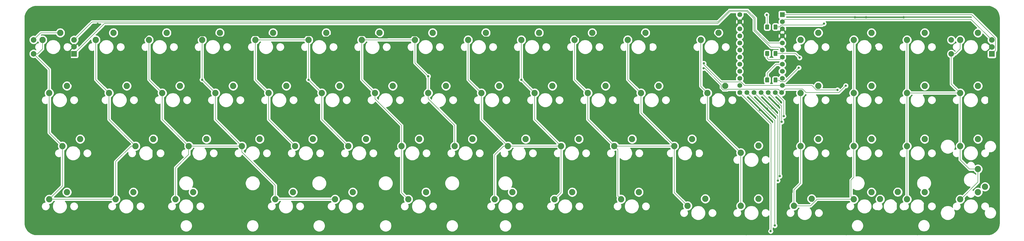
<source format=gtl>
G04 #@! TF.GenerationSoftware,KiCad,Pcbnew,(5.1.9)-1*
G04 #@! TF.CreationDate,2021-06-08T14:56:48-04:00*
G04 #@! TF.ProjectId,kastenwagen-pcb,6b617374-656e-4776-9167-656e2d706362,rev?*
G04 #@! TF.SameCoordinates,Original*
G04 #@! TF.FileFunction,Copper,L1,Top*
G04 #@! TF.FilePolarity,Positive*
%FSLAX46Y46*%
G04 Gerber Fmt 4.6, Leading zero omitted, Abs format (unit mm)*
G04 Created by KiCad (PCBNEW (5.1.9)-1) date 2021-06-08 14:56:48*
%MOMM*%
%LPD*%
G01*
G04 APERTURE LIST*
G04 #@! TA.AperFunction,ComponentPad*
%ADD10C,2.250000*%
G04 #@! TD*
G04 #@! TA.AperFunction,ComponentPad*
%ADD11R,2.000000X2.000000*%
G04 #@! TD*
G04 #@! TA.AperFunction,ComponentPad*
%ADD12C,2.000000*%
G04 #@! TD*
G04 #@! TA.AperFunction,ComponentPad*
%ADD13C,1.752600*%
G04 #@! TD*
G04 #@! TA.AperFunction,ComponentPad*
%ADD14R,1.752600X1.752600*%
G04 #@! TD*
G04 #@! TA.AperFunction,ViaPad*
%ADD15C,0.800000*%
G04 #@! TD*
G04 #@! TA.AperFunction,Conductor*
%ADD16C,0.203200*%
G04 #@! TD*
G04 #@! TA.AperFunction,Conductor*
%ADD17C,0.381000*%
G04 #@! TD*
G04 #@! TA.AperFunction,Conductor*
%ADD18C,0.254000*%
G04 #@! TD*
G04 #@! TA.AperFunction,Conductor*
%ADD19C,0.020000*%
G04 #@! TD*
G04 APERTURE END LIST*
G04 #@! TO.P,D3,2*
G04 #@! TO.N,LED3*
G04 #@! TA.AperFunction,SMDPad,CuDef*
G36*
G01*
X281812500Y-36625000D02*
X281812500Y-37875000D01*
G75*
G02*
X281562500Y-38125000I-250000J0D01*
G01*
X280637500Y-38125000D01*
G75*
G02*
X280387500Y-37875000I0J250000D01*
G01*
X280387500Y-36625000D01*
G75*
G02*
X280637500Y-36375000I250000J0D01*
G01*
X281562500Y-36375000D01*
G75*
G02*
X281812500Y-36625000I0J-250000D01*
G01*
G37*
G04 #@! TD.AperFunction*
G04 #@! TO.P,D3,1*
G04 #@! TO.N,LED3R*
G04 #@! TA.AperFunction,SMDPad,CuDef*
G36*
G01*
X284787500Y-36625000D02*
X284787500Y-37875000D01*
G75*
G02*
X284537500Y-38125000I-250000J0D01*
G01*
X283612500Y-38125000D01*
G75*
G02*
X283362500Y-37875000I0J250000D01*
G01*
X283362500Y-36625000D01*
G75*
G02*
X283612500Y-36375000I250000J0D01*
G01*
X284537500Y-36375000D01*
G75*
G02*
X284787500Y-36625000I0J-250000D01*
G01*
G37*
G04 #@! TD.AperFunction*
G04 #@! TD*
G04 #@! TO.P,D2,2*
G04 #@! TO.N,LED2*
G04 #@! TA.AperFunction,SMDPad,CuDef*
G36*
G01*
X281812500Y-27122500D02*
X281812500Y-28372500D01*
G75*
G02*
X281562500Y-28622500I-250000J0D01*
G01*
X280637500Y-28622500D01*
G75*
G02*
X280387500Y-28372500I0J250000D01*
G01*
X280387500Y-27122500D01*
G75*
G02*
X280637500Y-26872500I250000J0D01*
G01*
X281562500Y-26872500D01*
G75*
G02*
X281812500Y-27122500I0J-250000D01*
G01*
G37*
G04 #@! TD.AperFunction*
G04 #@! TO.P,D2,1*
G04 #@! TO.N,LED2R*
G04 #@! TA.AperFunction,SMDPad,CuDef*
G36*
G01*
X284787500Y-27122500D02*
X284787500Y-28372500D01*
G75*
G02*
X284537500Y-28622500I-250000J0D01*
G01*
X283612500Y-28622500D01*
G75*
G02*
X283362500Y-28372500I0J250000D01*
G01*
X283362500Y-27122500D01*
G75*
G02*
X283612500Y-26872500I250000J0D01*
G01*
X284537500Y-26872500D01*
G75*
G02*
X284787500Y-27122500I0J-250000D01*
G01*
G37*
G04 #@! TD.AperFunction*
G04 #@! TD*
G04 #@! TO.P,D1,2*
G04 #@! TO.N,LED1*
G04 #@! TA.AperFunction,SMDPad,CuDef*
G36*
G01*
X281812500Y-17625000D02*
X281812500Y-18875000D01*
G75*
G02*
X281562500Y-19125000I-250000J0D01*
G01*
X280637500Y-19125000D01*
G75*
G02*
X280387500Y-18875000I0J250000D01*
G01*
X280387500Y-17625000D01*
G75*
G02*
X280637500Y-17375000I250000J0D01*
G01*
X281562500Y-17375000D01*
G75*
G02*
X281812500Y-17625000I0J-250000D01*
G01*
G37*
G04 #@! TD.AperFunction*
G04 #@! TO.P,D1,1*
G04 #@! TO.N,LED1R*
G04 #@! TA.AperFunction,SMDPad,CuDef*
G36*
G01*
X284787500Y-17625000D02*
X284787500Y-18875000D01*
G75*
G02*
X284537500Y-19125000I-250000J0D01*
G01*
X283612500Y-19125000D01*
G75*
G02*
X283362500Y-18875000I0J250000D01*
G01*
X283362500Y-17625000D01*
G75*
G02*
X283612500Y-17375000I250000J0D01*
G01*
X284537500Y-17375000D01*
G75*
G02*
X284787500Y-17625000I0J-250000D01*
G01*
G37*
G04 #@! TD.AperFunction*
G04 #@! TD*
D10*
G04 #@! TO.P,MX437,2*
G04 #@! TO.N,Net-(D437-Pad1)*
X158908750Y-77470000D03*
G04 #@! TO.P,MX437,1*
G04 #@! TO.N,Col3*
X152558750Y-80010000D03*
G04 #@! TD*
G04 #@! TO.P,MX417,2*
G04 #@! TO.N,Net-(D407-Pad2)*
X111283750Y-77470000D03*
G04 #@! TO.P,MX417,1*
G04 #@! TO.N,Col1*
X104933750Y-80010000D03*
G04 #@! TD*
G04 #@! TO.P,MX417.700,2*
G04 #@! TO.N,Net-(D407-Pad2)*
X132715000Y-77470000D03*
G04 #@! TO.P,MX417.700,1*
G04 #@! TO.N,Col1*
X126365000Y-80010000D03*
G04 #@! TD*
G04 #@! TO.P,MX477.200,2*
G04 #@! TO.N,Net-(D477-Pad1)*
X327863200Y-77444600D03*
G04 #@! TO.P,MX477.200,1*
G04 #@! TO.N,Col7*
X321513200Y-79984600D03*
G04 #@! TD*
G04 #@! TO.P,MX487.200,2*
G04 #@! TO.N,Net-(D477-Pad2)*
X359092500Y-75565000D03*
G04 #@! TO.P,MX487.200,1*
G04 #@! TO.N,Col8*
X356552500Y-69215000D03*
G04 #@! TD*
G04 #@! TO.P,MX253,2*
G04 #@! TO.N,Net-(D243-Pad2)*
X242252500Y-39370000D03*
G04 #@! TO.P,MX253,1*
G04 #@! TO.N,Col5*
X235902500Y-41910000D03*
G04 #@! TD*
D11*
G04 #@! TO.P,RSW181,A*
G04 #@! TO.N,Rotary1A*
X361512500Y-27900000D03*
D12*
G04 #@! TO.P,RSW181,C*
G04 #@! TO.N,GND*
X361512500Y-25400000D03*
G04 #@! TO.P,RSW181,B*
G04 #@! TO.N,Rotary1B*
X361512500Y-22900000D03*
G04 #@! TO.P,RSW181,S2*
G04 #@! TO.N,Col8*
X347012500Y-27900000D03*
G04 #@! TO.P,RSW181,S1*
G04 #@! TO.N,Net-(D171-Pad2)*
X347012500Y-22900000D03*
G04 #@! TD*
D11*
G04 #@! TO.P,RSW100,A*
G04 #@! TO.N,Rotary0A*
X32900000Y-27856250D03*
D12*
G04 #@! TO.P,RSW100,C*
G04 #@! TO.N,GND*
X32900000Y-25356250D03*
G04 #@! TO.P,RSW100,B*
G04 #@! TO.N,Rotary0B*
X32900000Y-22856250D03*
G04 #@! TO.P,RSW100,S2*
G04 #@! TO.N,Col0*
X18400000Y-27856250D03*
G04 #@! TO.P,RSW100,S1*
G04 #@! TO.N,Net-(D100-Pad1)*
X18400000Y-22856250D03*
G04 #@! TD*
D13*
G04 #@! TO.P,U1,25*
G04 #@! TO.N,Row2*
X283960000Y-41780000D03*
G04 #@! TO.P,U1,26*
G04 #@! TO.N,Row3*
X281420000Y-41780000D03*
G04 #@! TO.P,U1,27*
G04 #@! TO.N,Row4*
X278880000Y-41780000D03*
G04 #@! TO.P,U1,28*
G04 #@! TO.N,Row5*
X276340000Y-41780000D03*
G04 #@! TO.P,U1,29*
G04 #@! TO.N,Row6*
X273800000Y-41780000D03*
G04 #@! TO.P,U1,24*
G04 #@! TO.N,LED1*
X271260000Y-13840000D03*
G04 #@! TO.P,U1,12*
G04 #@! TO.N,Row1*
X286271400Y-41780000D03*
G04 #@! TO.P,U1,23*
G04 #@! TO.N,GND*
X271260000Y-16380000D03*
G04 #@! TO.P,U1,22*
G04 #@! TO.N,Net-(U1-Pad22)*
X271260000Y-18920000D03*
G04 #@! TO.P,U1,21*
G04 #@! TO.N,Net-(U1-Pad21)*
X271260000Y-21460000D03*
G04 #@! TO.P,U1,20*
G04 #@! TO.N,Col0*
X271260000Y-24000000D03*
G04 #@! TO.P,U1,19*
G04 #@! TO.N,Col1*
X271260000Y-26540000D03*
G04 #@! TO.P,U1,18*
G04 #@! TO.N,Col2*
X271260000Y-29080000D03*
G04 #@! TO.P,U1,17*
G04 #@! TO.N,Col3*
X271260000Y-31620000D03*
G04 #@! TO.P,U1,16*
G04 #@! TO.N,Col4*
X271260000Y-34160000D03*
G04 #@! TO.P,U1,15*
G04 #@! TO.N,Col5*
X271260000Y-36700000D03*
G04 #@! TO.P,U1,14*
G04 #@! TO.N,Col6*
X271260000Y-39240000D03*
G04 #@! TO.P,U1,13*
G04 #@! TO.N,Row7*
X271260000Y-41780000D03*
G04 #@! TO.P,U1,11*
G04 #@! TO.N,Row0*
X286500000Y-39240000D03*
G04 #@! TO.P,U1,10*
G04 #@! TO.N,Col7*
X286500000Y-36700000D03*
G04 #@! TO.P,U1,9*
G04 #@! TO.N,Col8*
X286500000Y-34160000D03*
G04 #@! TO.P,U1,8*
G04 #@! TO.N,LED3*
X286500000Y-31620000D03*
G04 #@! TO.P,U1,7*
G04 #@! TO.N,LED2*
X286500000Y-29080000D03*
G04 #@! TO.P,U1,6*
G04 #@! TO.N,Rotary0A*
X286500000Y-26540000D03*
G04 #@! TO.P,U1,5*
G04 #@! TO.N,Rotary0B*
X286500000Y-24000000D03*
G04 #@! TO.P,U1,4*
G04 #@! TO.N,GND*
X286500000Y-21460000D03*
G04 #@! TO.P,U1,3*
X286500000Y-18920000D03*
G04 #@! TO.P,U1,2*
G04 #@! TO.N,Rotary1B*
X286500000Y-16380000D03*
D14*
G04 #@! TO.P,U1,1*
G04 #@! TO.N,Rotary1A*
X286500000Y-13840000D03*
G04 #@! TD*
D10*
G04 #@! TO.P,MX487,2*
G04 #@! TO.N,Net-(D477-Pad2)*
X356552500Y-77470000D03*
G04 #@! TO.P,MX487,1*
G04 #@! TO.N,Col8*
X350202500Y-80010000D03*
G04 #@! TD*
G04 #@! TO.P,MX486,2*
G04 #@! TO.N,Net-(D476-Pad2)*
X337502500Y-77470000D03*
G04 #@! TO.P,MX486,1*
G04 #@! TO.N,Col8*
X331152500Y-80010000D03*
G04 #@! TD*
G04 #@! TO.P,MX477,2*
G04 #@! TO.N,Net-(D477-Pad1)*
X318452500Y-77470000D03*
G04 #@! TO.P,MX477,1*
G04 #@! TO.N,Col7*
X312102500Y-80010000D03*
G04 #@! TD*
G04 #@! TO.P,MX476,2*
G04 #@! TO.N,Net-(D476-Pad1)*
X297021250Y-79851250D03*
G04 #@! TO.P,MX476,1*
G04 #@! TO.N,Col7*
X290671250Y-82391250D03*
G04 #@! TD*
G04 #@! TO.P,MX467,2*
G04 #@! TO.N,Net-(D457-Pad2)*
X277971250Y-79851250D03*
G04 #@! TO.P,MX467,1*
G04 #@! TO.N,Col6*
X271621250Y-82391250D03*
G04 #@! TD*
G04 #@! TO.P,MX457,2*
G04 #@! TO.N,Net-(D457-Pad1)*
X258921250Y-79851250D03*
G04 #@! TO.P,MX457,1*
G04 #@! TO.N,Col5*
X252571250Y-82391250D03*
G04 #@! TD*
G04 #@! TO.P,MX456,2*
G04 #@! TO.N,Net-(D446-Pad2)*
X235108750Y-77470000D03*
G04 #@! TO.P,MX456,1*
G04 #@! TO.N,Col5*
X228758750Y-80010000D03*
G04 #@! TD*
G04 #@! TO.P,MX447,2*
G04 #@! TO.N,Net-(D437-Pad2)*
X211296250Y-77470000D03*
G04 #@! TO.P,MX447,1*
G04 #@! TO.N,Col4*
X204946250Y-80010000D03*
G04 #@! TD*
G04 #@! TO.P,MX446,2*
G04 #@! TO.N,Net-(D446-Pad1)*
X189865000Y-77470000D03*
G04 #@! TO.P,MX446,1*
G04 #@! TO.N,Col4*
X183515000Y-80010000D03*
G04 #@! TD*
G04 #@! TO.P,MX416,2*
G04 #@! TO.N,Net-(D406-Pad2)*
X75565000Y-77470000D03*
G04 #@! TO.P,MX416,1*
G04 #@! TO.N,Col1*
X69215000Y-80010000D03*
G04 #@! TD*
G04 #@! TO.P,MX407,2*
G04 #@! TO.N,Net-(D407-Pad1)*
X54133750Y-77470000D03*
G04 #@! TO.P,MX407,1*
G04 #@! TO.N,Col0*
X47783750Y-80010000D03*
G04 #@! TD*
G04 #@! TO.P,MX406,2*
G04 #@! TO.N,Net-(D406-Pad1)*
X30321250Y-77470000D03*
G04 #@! TO.P,MX406,1*
G04 #@! TO.N,Col0*
X23971250Y-80010000D03*
G04 #@! TD*
G04 #@! TO.P,MX385,2*
G04 #@! TO.N,Net-(D375-Pad2)*
X356552500Y-58420000D03*
G04 #@! TO.P,MX385,1*
G04 #@! TO.N,Col8*
X350202500Y-60960000D03*
G04 #@! TD*
G04 #@! TO.P,MX384,2*
G04 #@! TO.N,Net-(D374-Pad2)*
X337502500Y-58420000D03*
G04 #@! TO.P,MX384,1*
G04 #@! TO.N,Col8*
X331152500Y-60960000D03*
G04 #@! TD*
G04 #@! TO.P,MX375,2*
G04 #@! TO.N,Net-(D375-Pad1)*
X318452500Y-58420000D03*
G04 #@! TO.P,MX375,1*
G04 #@! TO.N,Col7*
X312102500Y-60960000D03*
G04 #@! TD*
G04 #@! TO.P,MX374,2*
G04 #@! TO.N,Net-(D374-Pad1)*
X299402500Y-58420000D03*
G04 #@! TO.P,MX374,1*
G04 #@! TO.N,Col7*
X293052500Y-60960000D03*
G04 #@! TD*
G04 #@! TO.P,MX364,2*
G04 #@! TO.N,Net-(D364-Pad1)*
X277971250Y-60801250D03*
G04 #@! TO.P,MX364,1*
G04 #@! TO.N,Col6*
X271621250Y-63341250D03*
G04 #@! TD*
G04 #@! TO.P,MX355,2*
G04 #@! TO.N,Net-(D345-Pad2)*
X254158750Y-58420000D03*
G04 #@! TO.P,MX355,1*
G04 #@! TO.N,Col5*
X247808750Y-60960000D03*
G04 #@! TD*
G04 #@! TO.P,MX354,2*
G04 #@! TO.N,Net-(D344-Pad2)*
X232727500Y-58420000D03*
G04 #@! TO.P,MX354,1*
G04 #@! TO.N,Col5*
X226377500Y-60960000D03*
G04 #@! TD*
G04 #@! TO.P,MX345,2*
G04 #@! TO.N,Net-(D345-Pad1)*
X213677500Y-58420000D03*
G04 #@! TO.P,MX345,1*
G04 #@! TO.N,Col4*
X207327500Y-60960000D03*
G04 #@! TD*
G04 #@! TO.P,MX344,2*
G04 #@! TO.N,Net-(D344-Pad1)*
X194627500Y-58420000D03*
G04 #@! TO.P,MX344,1*
G04 #@! TO.N,Col4*
X188277500Y-60960000D03*
G04 #@! TD*
G04 #@! TO.P,MX335,2*
G04 #@! TO.N,Net-(D325-Pad2)*
X175577500Y-58420000D03*
G04 #@! TO.P,MX335,1*
G04 #@! TO.N,Col3*
X169227500Y-60960000D03*
G04 #@! TD*
G04 #@! TO.P,MX334,2*
G04 #@! TO.N,Net-(D324-Pad2)*
X156527500Y-58420000D03*
G04 #@! TO.P,MX334,1*
G04 #@! TO.N,Col3*
X150177500Y-60960000D03*
G04 #@! TD*
G04 #@! TO.P,MX325,2*
G04 #@! TO.N,Net-(D325-Pad1)*
X137477500Y-58420000D03*
G04 #@! TO.P,MX325,1*
G04 #@! TO.N,Col2*
X131127500Y-60960000D03*
G04 #@! TD*
G04 #@! TO.P,MX324,2*
G04 #@! TO.N,Net-(D324-Pad1)*
X118427500Y-58420000D03*
G04 #@! TO.P,MX324,1*
G04 #@! TO.N,Col2*
X112077500Y-60960000D03*
G04 #@! TD*
G04 #@! TO.P,MX315,2*
G04 #@! TO.N,Net-(D305-Pad2)*
X99377500Y-58420000D03*
G04 #@! TO.P,MX315,1*
G04 #@! TO.N,Col1*
X93027500Y-60960000D03*
G04 #@! TD*
G04 #@! TO.P,MX314,2*
G04 #@! TO.N,Net-(D304-Pad2)*
X80327500Y-58420000D03*
G04 #@! TO.P,MX314,1*
G04 #@! TO.N,Col1*
X73977500Y-60960000D03*
G04 #@! TD*
G04 #@! TO.P,MX305,2*
G04 #@! TO.N,Net-(D305-Pad1)*
X61277500Y-58420000D03*
G04 #@! TO.P,MX305,1*
G04 #@! TO.N,Col0*
X54927500Y-60960000D03*
G04 #@! TD*
G04 #@! TO.P,MX304,2*
G04 #@! TO.N,Net-(D304-Pad1)*
X35083750Y-58420000D03*
G04 #@! TO.P,MX304,1*
G04 #@! TO.N,Col0*
X28733750Y-60960000D03*
G04 #@! TD*
G04 #@! TO.P,MX283,2*
G04 #@! TO.N,Net-(D273-Pad2)*
X356552500Y-39370000D03*
G04 #@! TO.P,MX283,1*
G04 #@! TO.N,Col8*
X350202500Y-41910000D03*
G04 #@! TD*
G04 #@! TO.P,MX282,2*
G04 #@! TO.N,Net-(D272-Pad2)*
X337502500Y-39370000D03*
G04 #@! TO.P,MX282,1*
G04 #@! TO.N,Col8*
X331152500Y-41910000D03*
G04 #@! TD*
G04 #@! TO.P,MX273,2*
G04 #@! TO.N,Net-(D273-Pad1)*
X318452500Y-39370000D03*
G04 #@! TO.P,MX273,1*
G04 #@! TO.N,Col7*
X312102500Y-41910000D03*
G04 #@! TD*
G04 #@! TO.P,MX272,2*
G04 #@! TO.N,Net-(D272-Pad1)*
X299402500Y-39370000D03*
G04 #@! TO.P,MX272,1*
G04 #@! TO.N,Col7*
X293052500Y-41910000D03*
G04 #@! TD*
G04 #@! TO.P,MX262,2*
G04 #@! TO.N,Net-(D262-Pad1)*
X266065000Y-39370000D03*
G04 #@! TO.P,MX262,1*
G04 #@! TO.N,Col6*
X259715000Y-41910000D03*
G04 #@! TD*
G04 #@! TO.P,MX252,2*
G04 #@! TO.N,Net-(D242-Pad2)*
X223202500Y-39370000D03*
G04 #@! TO.P,MX252,1*
G04 #@! TO.N,Col5*
X216852500Y-41910000D03*
G04 #@! TD*
G04 #@! TO.P,MX243,2*
G04 #@! TO.N,Net-(D243-Pad1)*
X204152500Y-39370000D03*
G04 #@! TO.P,MX243,1*
G04 #@! TO.N,Col4*
X197802500Y-41910000D03*
G04 #@! TD*
G04 #@! TO.P,MX242,2*
G04 #@! TO.N,Net-(D242-Pad1)*
X185102500Y-39370000D03*
G04 #@! TO.P,MX242,1*
G04 #@! TO.N,Col4*
X178752500Y-41910000D03*
G04 #@! TD*
G04 #@! TO.P,MX233,2*
G04 #@! TO.N,Net-(D223-Pad2)*
X166052500Y-39370000D03*
G04 #@! TO.P,MX233,1*
G04 #@! TO.N,Col3*
X159702500Y-41910000D03*
G04 #@! TD*
G04 #@! TO.P,MX232,2*
G04 #@! TO.N,Net-(D222-Pad2)*
X147002500Y-39370000D03*
G04 #@! TO.P,MX232,1*
G04 #@! TO.N,Col3*
X140652500Y-41910000D03*
G04 #@! TD*
G04 #@! TO.P,MX223,2*
G04 #@! TO.N,Net-(D223-Pad1)*
X127952500Y-39370000D03*
G04 #@! TO.P,MX223,1*
G04 #@! TO.N,Col2*
X121602500Y-41910000D03*
G04 #@! TD*
G04 #@! TO.P,MX222,2*
G04 #@! TO.N,Net-(D222-Pad1)*
X108902500Y-39370000D03*
G04 #@! TO.P,MX222,1*
G04 #@! TO.N,Col2*
X102552500Y-41910000D03*
G04 #@! TD*
G04 #@! TO.P,MX213,2*
G04 #@! TO.N,Net-(D203-Pad2)*
X89852500Y-39370000D03*
G04 #@! TO.P,MX213,1*
G04 #@! TO.N,Col1*
X83502500Y-41910000D03*
G04 #@! TD*
G04 #@! TO.P,MX212,2*
G04 #@! TO.N,Net-(D202-Pad2)*
X70802500Y-39370000D03*
G04 #@! TO.P,MX212,1*
G04 #@! TO.N,Col1*
X64452500Y-41910000D03*
G04 #@! TD*
G04 #@! TO.P,MX203,2*
G04 #@! TO.N,Net-(D203-Pad1)*
X51752500Y-39370000D03*
G04 #@! TO.P,MX203,1*
G04 #@! TO.N,Col0*
X45402500Y-41910000D03*
G04 #@! TD*
G04 #@! TO.P,MX202,2*
G04 #@! TO.N,Net-(D202-Pad1)*
X30321250Y-39370000D03*
G04 #@! TO.P,MX202,1*
G04 #@! TO.N,Col0*
X23971250Y-41910000D03*
G04 #@! TD*
G04 #@! TO.P,MX181,2*
G04 #@! TO.N,Net-(D171-Pad2)*
X356552500Y-20320000D03*
G04 #@! TO.P,MX181,1*
G04 #@! TO.N,Col8*
X350202500Y-22860000D03*
G04 #@! TD*
G04 #@! TO.P,MX180,2*
G04 #@! TO.N,Net-(D170-Pad2)*
X337502500Y-20320000D03*
G04 #@! TO.P,MX180,1*
G04 #@! TO.N,Col8*
X331152500Y-22860000D03*
G04 #@! TD*
G04 #@! TO.P,MX171,2*
G04 #@! TO.N,Net-(D171-Pad1)*
X318452500Y-20320000D03*
G04 #@! TO.P,MX171,1*
G04 #@! TO.N,Col7*
X312102500Y-22860000D03*
G04 #@! TD*
G04 #@! TO.P,MX170,2*
G04 #@! TO.N,Net-(D170-Pad1)*
X299402500Y-20320000D03*
G04 #@! TO.P,MX170,1*
G04 #@! TO.N,Col7*
X293052500Y-22860000D03*
G04 #@! TD*
G04 #@! TO.P,MX160,2*
G04 #@! TO.N,Net-(D160-Pad2)*
X263683750Y-20320000D03*
G04 #@! TO.P,MX160,1*
G04 #@! TO.N,Col6*
X257333750Y-22860000D03*
G04 #@! TD*
G04 #@! TO.P,MX151,2*
G04 #@! TO.N,Net-(D141-Pad2)*
X237490000Y-20320000D03*
G04 #@! TO.P,MX151,1*
G04 #@! TO.N,Col5*
X231140000Y-22860000D03*
G04 #@! TD*
G04 #@! TO.P,MX150,2*
G04 #@! TO.N,Net-(D140-Pad2)*
X218440000Y-20320000D03*
G04 #@! TO.P,MX150,1*
G04 #@! TO.N,Col5*
X212090000Y-22860000D03*
G04 #@! TD*
G04 #@! TO.P,MX141,2*
G04 #@! TO.N,Net-(D141-Pad1)*
X199390000Y-20320000D03*
G04 #@! TO.P,MX141,1*
G04 #@! TO.N,Col4*
X193040000Y-22860000D03*
G04 #@! TD*
G04 #@! TO.P,MX140,2*
G04 #@! TO.N,Net-(D140-Pad1)*
X180340000Y-20320000D03*
G04 #@! TO.P,MX140,1*
G04 #@! TO.N,Col4*
X173990000Y-22860000D03*
G04 #@! TD*
G04 #@! TO.P,MX131,2*
G04 #@! TO.N,Net-(D121-Pad2)*
X161290000Y-20320000D03*
G04 #@! TO.P,MX131,1*
G04 #@! TO.N,Col3*
X154940000Y-22860000D03*
G04 #@! TD*
G04 #@! TO.P,MX130,2*
G04 #@! TO.N,Net-(D120-Pad2)*
X142240000Y-20320000D03*
G04 #@! TO.P,MX130,1*
G04 #@! TO.N,Col3*
X135890000Y-22860000D03*
G04 #@! TD*
G04 #@! TO.P,MX121,2*
G04 #@! TO.N,Net-(D121-Pad1)*
X123190000Y-20320000D03*
G04 #@! TO.P,MX121,1*
G04 #@! TO.N,Col2*
X116840000Y-22860000D03*
G04 #@! TD*
G04 #@! TO.P,MX120,2*
G04 #@! TO.N,Net-(D120-Pad1)*
X104140000Y-20320000D03*
G04 #@! TO.P,MX120,1*
G04 #@! TO.N,Col2*
X97790000Y-22860000D03*
G04 #@! TD*
G04 #@! TO.P,MX111,2*
G04 #@! TO.N,Net-(D101-Pad2)*
X85090000Y-20320000D03*
G04 #@! TO.P,MX111,1*
G04 #@! TO.N,Col1*
X78740000Y-22860000D03*
G04 #@! TD*
G04 #@! TO.P,MX110,2*
G04 #@! TO.N,Net-(D100-Pad2)*
X66040000Y-20320000D03*
G04 #@! TO.P,MX110,1*
G04 #@! TO.N,Col1*
X59690000Y-22860000D03*
G04 #@! TD*
G04 #@! TO.P,MX101,2*
G04 #@! TO.N,Net-(D101-Pad1)*
X46990000Y-20320000D03*
G04 #@! TO.P,MX101,1*
G04 #@! TO.N,Col0*
X40640000Y-22860000D03*
G04 #@! TD*
G04 #@! TO.P,MX100,2*
G04 #@! TO.N,Net-(D100-Pad1)*
X27940000Y-20320000D03*
G04 #@! TO.P,MX100,1*
G04 #@! TO.N,Col0*
X21590000Y-22860000D03*
G04 #@! TD*
D15*
G04 #@! TO.N,LED1*
X280924000Y-13868400D03*
G04 #@! TO.N,LED1R*
X301396400Y-17018000D03*
G04 #@! TO.N,LED2R*
X292709600Y-29260800D03*
G04 #@! TO.N,LED3R*
X292404800Y-32867600D03*
G04 #@! TO.N,Row0*
X306247800Y-40792400D03*
X258419600Y-31292800D03*
G04 #@! TO.N,Row1*
X309245000Y-39319200D03*
X258368800Y-33020000D03*
G04 #@! TO.N,Row2*
X287005800Y-50250000D03*
G04 #@! TO.N,Row3*
X286304200Y-52250000D03*
G04 #@! TO.N,Row4*
X285602600Y-71750000D03*
G04 #@! TO.N,Row5*
X284886400Y-73355200D03*
G04 #@! TO.N,Row6*
X283819600Y-89458800D03*
G04 #@! TO.N,Row7*
X282335599Y-91501601D03*
G04 #@! TO.N,Col1*
X78740000Y-37147500D03*
G04 #@! TO.N,Col2*
X116840000Y-37147500D03*
G04 #@! TO.N,Col3*
X159702500Y-35902821D03*
G04 #@! TO.N,Col4*
X193040000Y-37147500D03*
G04 #@! TO.N,GND*
X41300400Y-17119600D03*
X300000001Y-28118401D03*
X238750000Y-22500000D03*
X206500000Y-21000000D03*
X194250000Y-20750000D03*
X183750000Y-20750000D03*
X164750000Y-21750000D03*
X145500000Y-21750000D03*
X120000000Y-21500000D03*
X108250000Y-21250000D03*
X61500000Y-21000000D03*
X44000000Y-22250000D03*
X40500000Y-47250000D03*
X41250000Y-59250000D03*
X43000000Y-67750000D03*
X43500004Y-78750000D03*
X43500000Y-85250000D03*
X53250000Y-22250000D03*
X57750000Y-41750000D03*
X58500000Y-54500000D03*
X58750000Y-60000000D03*
X60500000Y-80750000D03*
X62750000Y-89500000D03*
X90000000Y-21250000D03*
X93500000Y-37250000D03*
X96000000Y-60000000D03*
X92750000Y-67250000D03*
X92250000Y-77750000D03*
X100250000Y-85000000D03*
X86461600Y-89611200D03*
X109321600Y-89662000D03*
X120243600Y-83362800D03*
X132537200Y-89712800D03*
X142544800Y-83108800D03*
X155143200Y-90627200D03*
X165303200Y-88442800D03*
X169418000Y-80111600D03*
X178003200Y-84378800D03*
X182880000Y-89204800D03*
X110337600Y-25450800D03*
X113741200Y-38608000D03*
X118008400Y-47396400D03*
X123698000Y-58877200D03*
X128270000Y-66802000D03*
X171805600Y-45212000D03*
X180695600Y-60147200D03*
X147980400Y-24434800D03*
X152349200Y-39471600D03*
X155143200Y-48006000D03*
X160782000Y-59029600D03*
X92202000Y-70408800D03*
X129895600Y-70358000D03*
X160782000Y-70459600D03*
X179171600Y-70358000D03*
X58521600Y-51460400D03*
X96012000Y-51358800D03*
X118008400Y-51548400D03*
X158648400Y-51460400D03*
X53238400Y-32156400D03*
X90017600Y-32105600D03*
X113690400Y-32105600D03*
X152400000Y-33782000D03*
X152400000Y-32156400D03*
X171805600Y-32004000D03*
X171805600Y-33731200D03*
X187756800Y-29667200D03*
X187807600Y-32156400D03*
X187858400Y-33791600D03*
X190449200Y-40538400D03*
X193548000Y-47853600D03*
X199491600Y-58978800D03*
X199796400Y-62687200D03*
X202488800Y-66802000D03*
X202692000Y-70408800D03*
X201371200Y-77419200D03*
X200406000Y-86817200D03*
X205892400Y-89814400D03*
X221996000Y-89458800D03*
X225044000Y-84988400D03*
X222707200Y-76301600D03*
X218287600Y-72300001D03*
X219964000Y-69799200D03*
X220573600Y-61976000D03*
X215849200Y-54610000D03*
X212598000Y-51308000D03*
X209702400Y-42367200D03*
X209042000Y-37236400D03*
X207162400Y-33782000D03*
X206197200Y-30734000D03*
X235966000Y-37846000D03*
X229616000Y-41198800D03*
X232867200Y-47599600D03*
X244246400Y-47650400D03*
X248970800Y-55676800D03*
X255270000Y-69088000D03*
X256895600Y-74625200D03*
X266903200Y-87477600D03*
X268478000Y-90678000D03*
X273608800Y-92557600D03*
X303479200Y-36423600D03*
X307644800Y-38455600D03*
X308559200Y-41605200D03*
X308711600Y-49479200D03*
X307340000Y-57810400D03*
X307848000Y-67716400D03*
X306781200Y-78028800D03*
X307035200Y-83566000D03*
X307390800Y-88341200D03*
X308000400Y-90474800D03*
X309372000Y-92557600D03*
X315468000Y-67868800D03*
X317754000Y-74676000D03*
X325018400Y-79197200D03*
X322376800Y-85496400D03*
X321564000Y-88798400D03*
X332892400Y-89204800D03*
X334873600Y-92557600D03*
X339496400Y-79654400D03*
X346100400Y-71628000D03*
X343154000Y-64312800D03*
X338988400Y-60909200D03*
X324713600Y-61366400D03*
X315772800Y-59537600D03*
X315569600Y-54762400D03*
X315468000Y-49377600D03*
X314401200Y-31902400D03*
X315417200Y-28752800D03*
X323443600Y-26822400D03*
X330014800Y-17000000D03*
X328726800Y-31851600D03*
X335076800Y-34188400D03*
X333400400Y-39776400D03*
X328625200Y-47040800D03*
X328726800Y-54305200D03*
X339140800Y-53492400D03*
X351180400Y-85140800D03*
X357886000Y-90170000D03*
X358597200Y-50292000D03*
X358952800Y-35204400D03*
X306730400Y-24282400D03*
X312503600Y-17000000D03*
X317144400Y-90119200D03*
X262534400Y-48768000D03*
X272694400Y-48615600D03*
X275183600Y-51358800D03*
X280974800Y-61823600D03*
X288899600Y-66141600D03*
X289966400Y-70256400D03*
X287883600Y-79552800D03*
X287426400Y-90474800D03*
X290728400Y-51206400D03*
X296570400Y-51257200D03*
X291388800Y-47396400D03*
X252053710Y-18938800D03*
X251358400Y-30530800D03*
X249986800Y-38658800D03*
X250596400Y-33883600D03*
X264210800Y-27838400D03*
X266750800Y-28143200D03*
X265226800Y-22758400D03*
X262280400Y-34290000D03*
X259588000Y-35102800D03*
X260350000Y-38811200D03*
X263448800Y-40995600D03*
X316280800Y-22098000D03*
X316451200Y-17000000D03*
X37338000Y-20980400D03*
X33223200Y-19354800D03*
X33782000Y-16916400D03*
X147980400Y-88493600D03*
X330000000Y-14750000D03*
X316500000Y-14750000D03*
X312500000Y-14750000D03*
X278500000Y-48000000D03*
X281000000Y-47500000D03*
X283000000Y-47250000D03*
X285000000Y-46500000D03*
X286000000Y-45250000D03*
X266250000Y-35500000D03*
X283362400Y-34442400D03*
G04 #@! TD*
D16*
G04 #@! TO.N,LED1*
X281100000Y-14044400D02*
X280924000Y-13868400D01*
X281100000Y-18250000D02*
X281100000Y-14044400D01*
G04 #@! TO.N,LED1R*
X284075000Y-18250000D02*
X285483200Y-18250000D01*
X300856499Y-17557901D02*
X301396400Y-17018000D01*
X286175299Y-17557901D02*
X300856499Y-17557901D01*
X285483200Y-18250000D02*
X286175299Y-17557901D01*
G04 #@! TO.N,LED2*
X281100000Y-27747500D02*
X281100000Y-29386000D01*
X281100000Y-29386000D02*
X281635200Y-29921200D01*
X285658800Y-29921200D02*
X286500000Y-29080000D01*
X281635200Y-29921200D02*
X285658800Y-29921200D01*
G04 #@! TO.N,LED2R*
X291196300Y-27747500D02*
X292709600Y-29260800D01*
X284075000Y-27747500D02*
X291196300Y-27747500D01*
G04 #@! TO.N,LED3*
X281100000Y-37250000D02*
X281100000Y-34812500D01*
X284292500Y-31620000D02*
X286500000Y-31620000D01*
X281100000Y-34812500D02*
X284292500Y-31620000D01*
G04 #@! TO.N,LED3R*
X287394499Y-37877901D02*
X292404800Y-32867600D01*
X285934607Y-37877901D02*
X287394499Y-37877901D01*
X285394706Y-37338000D02*
X285934607Y-37877901D01*
X284163000Y-37338000D02*
X285394706Y-37338000D01*
X284075000Y-37250000D02*
X284163000Y-37338000D01*
G04 #@! TO.N,Row0*
X306243599Y-40796601D02*
X306247800Y-40792400D01*
X298717731Y-40796601D02*
X306243599Y-40796601D01*
X297161130Y-39240000D02*
X298717731Y-40796601D01*
X286500000Y-39240000D02*
X297161130Y-39240000D01*
X264587599Y-37943399D02*
X258419600Y-31775400D01*
X258419600Y-31775400D02*
X258419600Y-31292800D01*
X271706693Y-37943399D02*
X264587599Y-37943399D01*
X273003294Y-39240000D02*
X271706693Y-37943399D01*
X286500000Y-39240000D02*
X273003294Y-39240000D01*
G04 #@! TO.N,Net-(D100-Pad1)*
X20936250Y-20320000D02*
X18400000Y-22856250D01*
X27940000Y-20320000D02*
X20936250Y-20320000D01*
G04 #@! TO.N,Row1*
X306784200Y-41780000D02*
X309245000Y-39319200D01*
X295033870Y-41780000D02*
X306784200Y-41780000D01*
X293737269Y-40483399D02*
X295033870Y-41780000D01*
X287568001Y-40483399D02*
X293737269Y-40483399D01*
X286271400Y-41780000D02*
X287568001Y-40483399D01*
X258724400Y-33020000D02*
X258368800Y-33020000D01*
X264638399Y-38933999D02*
X258724400Y-33020000D01*
X264638399Y-40054769D02*
X264638399Y-38933999D01*
X265380231Y-40796601D02*
X264638399Y-40054769D01*
X266749769Y-40796601D02*
X265380231Y-40796601D01*
X266944271Y-40602099D02*
X266749769Y-40796601D01*
X285093499Y-40602099D02*
X266944271Y-40602099D01*
X286271400Y-41780000D02*
X285093499Y-40602099D01*
G04 #@! TO.N,Row2*
X287005800Y-44825800D02*
X287005800Y-50250000D01*
X283960000Y-41780000D02*
X287005800Y-44825800D01*
G04 #@! TO.N,Row3*
X286304200Y-46664200D02*
X286304200Y-52250000D01*
X281420000Y-41780000D02*
X286304200Y-46664200D01*
G04 #@! TO.N,Row4*
X278880000Y-41780000D02*
X285602600Y-48502600D01*
X285602600Y-48502600D02*
X285602600Y-71750000D01*
G04 #@! TO.N,Row5*
X284886400Y-50326400D02*
X284886400Y-73355200D01*
X276340000Y-41780000D02*
X284886400Y-50326400D01*
G04 #@! TO.N,Row6*
X273800000Y-41780000D02*
X283819600Y-51799600D01*
X283819600Y-51799600D02*
X283819600Y-89458800D01*
G04 #@! TO.N,Row7*
X271260000Y-41780000D02*
X282448000Y-52968000D01*
X282448000Y-91389200D02*
X282335599Y-91501601D01*
X282448000Y-52968000D02*
X282448000Y-91389200D01*
G04 #@! TO.N,Col0*
X40640000Y-37147500D02*
X45402500Y-41910000D01*
X40640000Y-22860000D02*
X40640000Y-37147500D01*
X45402500Y-51435000D02*
X54927500Y-60960000D01*
X45402500Y-41910000D02*
X45402500Y-51435000D01*
X47783750Y-66512760D02*
X47783750Y-80010000D01*
X53336510Y-60960000D02*
X47783750Y-66512760D01*
X54927500Y-60960000D02*
X53336510Y-60960000D01*
X28733750Y-75247500D02*
X28733750Y-60960000D01*
X23971250Y-80010000D02*
X28733750Y-75247500D01*
X23971250Y-56197500D02*
X23971250Y-41910000D01*
X28733750Y-60960000D02*
X23971250Y-56197500D01*
X23971250Y-33427500D02*
X18400000Y-27856250D01*
X23971250Y-41910000D02*
X23971250Y-33427500D01*
X19814213Y-27856250D02*
X21590000Y-26080463D01*
X21590000Y-26080463D02*
X21590000Y-22860000D01*
X18400000Y-27856250D02*
X19814213Y-27856250D01*
X23971250Y-80010000D02*
X47783750Y-80010000D01*
G04 #@! TO.N,Col1*
X104933750Y-80010000D02*
X126365000Y-80010000D01*
X73977500Y-63971370D02*
X73977500Y-60960000D01*
X69215000Y-68733870D02*
X73977500Y-63971370D01*
X69215000Y-80010000D02*
X69215000Y-68733870D01*
X64452500Y-51435000D02*
X64452500Y-41910000D01*
X73977500Y-60960000D02*
X64452500Y-51435000D01*
X59690000Y-37147500D02*
X59690000Y-22860000D01*
X64452500Y-41910000D02*
X59690000Y-37147500D01*
X78740000Y-37147500D02*
X83502500Y-41910000D01*
X78740000Y-22860000D02*
X78740000Y-37147500D01*
X83502500Y-51435000D02*
X93027500Y-60960000D01*
X83502500Y-41910000D02*
X83502500Y-51435000D01*
X93027500Y-60960000D02*
X73977500Y-60960000D01*
X104933750Y-74993592D02*
X104933750Y-80010000D01*
X93027500Y-63087342D02*
X104933750Y-74993592D01*
X93027500Y-60960000D02*
X93027500Y-63087342D01*
G04 #@! TO.N,Col2*
X116840000Y-37147500D02*
X121602500Y-41910000D01*
X116840000Y-22860000D02*
X116840000Y-37147500D01*
X97790000Y-37147500D02*
X102552500Y-41910000D01*
X97790000Y-22860000D02*
X97790000Y-37147500D01*
X97790000Y-22860000D02*
X116840000Y-22860000D01*
X102552500Y-51435000D02*
X112077500Y-60960000D01*
X102552500Y-41910000D02*
X102552500Y-51435000D01*
X121602500Y-51435000D02*
X131127500Y-60960000D01*
X121602500Y-41910000D02*
X121602500Y-51435000D01*
G04 #@! TO.N,Col3*
X135890000Y-37147500D02*
X140652500Y-41910000D01*
X135890000Y-22860000D02*
X135890000Y-37147500D01*
X150177500Y-53562342D02*
X150177500Y-60960000D01*
X140652500Y-44037342D02*
X150177500Y-53562342D01*
X140652500Y-41910000D02*
X140652500Y-44037342D01*
X150177500Y-77628750D02*
X152558750Y-80010000D01*
X150177500Y-60960000D02*
X150177500Y-77628750D01*
X159702500Y-43978630D02*
X159702500Y-41910000D01*
X169227500Y-53503630D02*
X159702500Y-43978630D01*
X169227500Y-60960000D02*
X169227500Y-53503630D01*
X154940000Y-22860000D02*
X135890000Y-22860000D01*
X154940000Y-22860000D02*
X154940000Y-31140321D01*
X154940000Y-31140321D02*
X159702500Y-35902821D01*
X159702500Y-41910000D02*
X159702500Y-35902821D01*
G04 #@! TO.N,Col4*
X193040000Y-37147500D02*
X197802500Y-41910000D01*
X193040000Y-22860000D02*
X193040000Y-37147500D01*
X173990000Y-37147500D02*
X178752500Y-41910000D01*
X173990000Y-22860000D02*
X173990000Y-37147500D01*
X178752500Y-51435000D02*
X188277500Y-60960000D01*
X178752500Y-41910000D02*
X178752500Y-51435000D01*
X197802500Y-51435000D02*
X207327500Y-60960000D01*
X197802500Y-41910000D02*
X197802500Y-51435000D01*
X207327500Y-77628750D02*
X204946250Y-80010000D01*
X207327500Y-60960000D02*
X207327500Y-77628750D01*
X183515000Y-64131510D02*
X183515000Y-80010000D01*
X186686510Y-60960000D02*
X183515000Y-64131510D01*
X188277500Y-60960000D02*
X186686510Y-60960000D01*
X188277500Y-60960000D02*
X207327500Y-60960000D01*
G04 #@! TO.N,Col5*
X247808750Y-77628750D02*
X247808750Y-60960000D01*
X252571250Y-82391250D02*
X247808750Y-77628750D01*
X227633751Y-62216251D02*
X226377500Y-60960000D01*
X227633751Y-78885001D02*
X227633751Y-62216251D01*
X228758750Y-80010000D02*
X227633751Y-78885001D01*
X216852500Y-51435000D02*
X226377500Y-60960000D01*
X216852500Y-41910000D02*
X216852500Y-51435000D01*
X231140000Y-37147500D02*
X235902500Y-41910000D01*
X231140000Y-22860000D02*
X231140000Y-37147500D01*
X212090000Y-37147500D02*
X216852500Y-41910000D01*
X212090000Y-22860000D02*
X212090000Y-37147500D01*
X235902500Y-49053750D02*
X247808750Y-60960000D01*
X235902500Y-41910000D02*
X235902500Y-49053750D01*
X247808750Y-60960000D02*
X226377500Y-60960000D01*
G04 #@! TO.N,Col6*
X271621250Y-63341250D02*
X271621250Y-82391250D01*
X259715000Y-51435000D02*
X271621250Y-63341250D01*
X259715000Y-41910000D02*
X259715000Y-51435000D01*
X257333750Y-39528750D02*
X259715000Y-41910000D01*
X257333750Y-22860000D02*
X257333750Y-39528750D01*
G04 #@! TO.N,Col7*
X312102500Y-60960000D02*
X312102500Y-41910000D01*
X312102500Y-41910000D02*
X312102500Y-22860000D01*
X293052500Y-41910000D02*
X293052500Y-60960000D01*
X290671250Y-76673110D02*
X290671250Y-82391250D01*
X293052500Y-74291860D02*
X290671250Y-76673110D01*
X293052500Y-60960000D02*
X293052500Y-74291860D01*
X298973870Y-80010000D02*
X312102500Y-80010000D01*
X296592620Y-82391250D02*
X298973870Y-80010000D01*
X290671250Y-82391250D02*
X296592620Y-82391250D01*
X311121449Y-79028949D02*
X312102500Y-80010000D01*
X311121449Y-73167759D02*
X311121449Y-79028949D01*
X312102500Y-72186708D02*
X311121449Y-73167759D01*
X312102500Y-60960000D02*
X312102500Y-72186708D01*
G04 #@! TO.N,Col8*
X331152500Y-22860000D02*
X331152500Y-41910000D01*
X331152500Y-41910000D02*
X331152500Y-60960000D01*
X331152500Y-60960000D02*
X331152500Y-80010000D01*
X350202500Y-60960000D02*
X350202500Y-41910000D01*
X347012500Y-38720000D02*
X350202500Y-41910000D01*
X347012500Y-27900000D02*
X347012500Y-38720000D01*
X348426713Y-27900000D02*
X347012500Y-27900000D01*
X350202500Y-26124213D02*
X348426713Y-27900000D01*
X350202500Y-22860000D02*
X350202500Y-26124213D01*
X331152500Y-41910000D02*
X350202500Y-41910000D01*
X353541130Y-69215000D02*
X356552500Y-69215000D01*
X350202500Y-65876370D02*
X353541130Y-69215000D01*
X350202500Y-60960000D02*
X350202500Y-65876370D01*
X350424842Y-80010000D02*
X350202500Y-80010000D01*
X356552500Y-73882342D02*
X350424842Y-80010000D01*
X356552500Y-69215000D02*
X356552500Y-73882342D01*
D17*
G04 #@! TO.N,GND*
X41136650Y-17119600D02*
X41300400Y-17119600D01*
X286500000Y-21460000D02*
X287376299Y-20583701D01*
X287376299Y-20583701D02*
X295513301Y-20583701D01*
X295513301Y-20583701D02*
X300000001Y-25070401D01*
X300000001Y-25070401D02*
X300000001Y-28118401D01*
X242520690Y-18729310D02*
X238750000Y-22500000D01*
X268910690Y-18729310D02*
X242520690Y-18729310D01*
X271260000Y-16380000D02*
X268910690Y-18729310D01*
X213308443Y-21835501D02*
X212472942Y-21000000D01*
X212472942Y-21000000D02*
X206500000Y-21000000D01*
X219167441Y-21835501D02*
X213308443Y-21835501D01*
X235974499Y-21047441D02*
X219955501Y-21047441D01*
X219955501Y-21047441D02*
X219167441Y-21835501D01*
X237427058Y-22500000D02*
X235974499Y-21047441D01*
X238750000Y-22500000D02*
X237427058Y-22500000D01*
X194250000Y-20750000D02*
X183750000Y-20750000D01*
X165750000Y-20750000D02*
X164750000Y-21750000D01*
X178527058Y-20750000D02*
X165750000Y-20750000D01*
X179612559Y-21835501D02*
X178527058Y-20750000D01*
X182664499Y-21835501D02*
X179612559Y-21835501D01*
X183750000Y-20750000D02*
X182664499Y-21835501D01*
X145905501Y-21344499D02*
X145500000Y-21750000D01*
X155667441Y-21344499D02*
X145905501Y-21344499D01*
X156472941Y-22149999D02*
X155667441Y-21344499D01*
X164350001Y-22149999D02*
X156472941Y-22149999D01*
X164750000Y-21750000D02*
X164350001Y-22149999D01*
X123917441Y-21835501D02*
X120335501Y-21835501D01*
X124502942Y-21250000D02*
X123917441Y-21835501D01*
X140927058Y-21250000D02*
X124502942Y-21250000D01*
X120335501Y-21835501D02*
X120000000Y-21500000D01*
X141827057Y-22149999D02*
X140927058Y-21250000D01*
X145100001Y-22149999D02*
X141827057Y-22149999D01*
X145500000Y-21750000D02*
X145100001Y-22149999D01*
X119750000Y-21250000D02*
X108250000Y-21250000D01*
X120000000Y-21500000D02*
X119750000Y-21250000D01*
X59307058Y-21000000D02*
X58057058Y-22250000D01*
X61500000Y-21000000D02*
X59307058Y-21000000D01*
X31509499Y-38259499D02*
X40500000Y-47250000D01*
X31509499Y-26543849D02*
X31509499Y-38259499D01*
X32697098Y-25356250D02*
X31509499Y-26543849D01*
X32900000Y-25356250D02*
X32697098Y-25356250D01*
X41250000Y-48000000D02*
X41250000Y-59250000D01*
X40500000Y-47250000D02*
X41250000Y-48000000D01*
X41250000Y-66000000D02*
X43000000Y-67750000D01*
X41250000Y-59250000D02*
X41250000Y-66000000D01*
X43000000Y-67750000D02*
X43000000Y-78249996D01*
X43000000Y-78249996D02*
X43500004Y-78750000D01*
X53000000Y-22250000D02*
X53250000Y-22250000D01*
X58057058Y-22250000D02*
X53000000Y-22250000D01*
X53000000Y-22250000D02*
X44000000Y-22250000D01*
X53250000Y-37250000D02*
X57750000Y-41750000D01*
X57750000Y-41750000D02*
X58500000Y-42500000D01*
X58500000Y-59750000D02*
X58750000Y-60000000D01*
X58500000Y-54500000D02*
X58500000Y-59750000D01*
X61121901Y-62371901D02*
X61121901Y-80128099D01*
X61121901Y-80128099D02*
X60500000Y-80750000D01*
X58750000Y-60000000D02*
X61121901Y-62371901D01*
X62750000Y-83000000D02*
X62750000Y-89500000D01*
X60500000Y-80750000D02*
X62750000Y-83000000D01*
X103412559Y-21835501D02*
X102827059Y-21250001D01*
X84334314Y-21899999D02*
X89350001Y-21899999D01*
X108250000Y-21250000D02*
X107664499Y-21835501D01*
X61500000Y-21000000D02*
X62500000Y-22000000D01*
X77357058Y-22000000D02*
X78012559Y-21344499D01*
X107664499Y-21835501D02*
X103412559Y-21835501D01*
X78012559Y-21344499D02*
X83778814Y-21344499D01*
X102827059Y-21250001D02*
X90565685Y-21250000D01*
X89350001Y-21899999D02*
X90000000Y-21250000D01*
X90565685Y-21250000D02*
X90000000Y-21250000D01*
X62500000Y-22000000D02*
X77357058Y-22000000D01*
X83778814Y-21344499D02*
X84334314Y-21899999D01*
X90000000Y-33750000D02*
X93500000Y-37250000D01*
X93500000Y-37250000D02*
X96000000Y-39750000D01*
X92750000Y-67250000D02*
X92250000Y-67750000D01*
X93000000Y-77750000D02*
X100250000Y-85000000D01*
X92250000Y-77750000D02*
X93000000Y-77750000D01*
X92250000Y-83822800D02*
X86461600Y-89611200D01*
X92250000Y-77750000D02*
X92250000Y-83822800D01*
X104659600Y-85000000D02*
X109321600Y-89662000D01*
X100250000Y-85000000D02*
X104659600Y-85000000D01*
X113944400Y-89662000D02*
X120243600Y-83362800D01*
X109321600Y-89662000D02*
X113944400Y-89662000D01*
X126593600Y-89712800D02*
X132537200Y-89712800D01*
X120243600Y-83362800D02*
X126593600Y-89712800D01*
X135940800Y-89712800D02*
X142544800Y-83108800D01*
X132537200Y-89712800D02*
X135940800Y-89712800D01*
X150063200Y-90627200D02*
X155143200Y-90627200D01*
X163118800Y-90627200D02*
X165303200Y-88442800D01*
X155143200Y-90627200D02*
X163118800Y-90627200D01*
X169418000Y-84328000D02*
X169418000Y-80111600D01*
X165303200Y-88442800D02*
X169418000Y-84328000D01*
X173736000Y-80111600D02*
X178003200Y-84378800D01*
X169418000Y-80111600D02*
X173736000Y-80111600D01*
X182829200Y-89204800D02*
X182880000Y-89204800D01*
X178003200Y-84378800D02*
X182829200Y-89204800D01*
X110337600Y-25450800D02*
X113741200Y-28854400D01*
X113741200Y-43129200D02*
X118008400Y-47396400D01*
X113741200Y-38608000D02*
X113741200Y-43129200D01*
X118008400Y-53187600D02*
X123698000Y-58877200D01*
X128270000Y-63449200D02*
X128270000Y-66802000D01*
X123698000Y-58877200D02*
X128270000Y-63449200D01*
X128270000Y-66802000D02*
X128270000Y-68834000D01*
X164750000Y-21750000D02*
X171805600Y-28805600D01*
X171805600Y-51257200D02*
X180695600Y-60147200D01*
X171805600Y-45212000D02*
X171805600Y-51257200D01*
X180695600Y-60147200D02*
X180695600Y-68834000D01*
X147980400Y-24434800D02*
X152349200Y-28803600D01*
X152349200Y-45212000D02*
X155143200Y-48006000D01*
X152349200Y-39471600D02*
X152349200Y-45212000D01*
X160782000Y-53644800D02*
X160782000Y-59029600D01*
X160782000Y-71475600D02*
X169418000Y-80111600D01*
X92250000Y-70360800D02*
X92202000Y-70408800D01*
X92250000Y-67750000D02*
X92250000Y-70259200D01*
X92250000Y-70259200D02*
X92250000Y-70360800D01*
X92250000Y-70259200D02*
X92250000Y-77750000D01*
X129946400Y-70408800D02*
X129895600Y-70358000D01*
X129946400Y-70510400D02*
X129946400Y-70408800D01*
X128270000Y-68834000D02*
X129946400Y-70510400D01*
X129946400Y-70510400D02*
X142544800Y-83108800D01*
X160782000Y-59029600D02*
X160782000Y-70459600D01*
X160782000Y-70459600D02*
X160782000Y-71475600D01*
X179197000Y-70332600D02*
X179171600Y-70358000D01*
X180695600Y-68834000D02*
X179197000Y-70332600D01*
X179197000Y-70332600D02*
X169418000Y-80111600D01*
X58500000Y-51438800D02*
X58521600Y-51460400D01*
X58500000Y-42500000D02*
X58500000Y-51438800D01*
X58500000Y-51438800D02*
X58500000Y-54500000D01*
X96000000Y-51346800D02*
X96012000Y-51358800D01*
X96000000Y-51269200D02*
X96000000Y-51346800D01*
X96000000Y-39750000D02*
X96000000Y-51269200D01*
X96000000Y-51269200D02*
X96000000Y-60000000D01*
X118008400Y-51612800D02*
X118008400Y-51548400D01*
X118008400Y-47396400D02*
X118008400Y-51612800D01*
X118008400Y-51612800D02*
X118008400Y-53187600D01*
X158699200Y-51511200D02*
X158648400Y-51460400D01*
X158699200Y-51562000D02*
X158699200Y-51511200D01*
X155143200Y-48006000D02*
X158699200Y-51562000D01*
X158699200Y-51562000D02*
X160782000Y-53644800D01*
X53250000Y-32144800D02*
X53238400Y-32156400D01*
X53250000Y-22250000D02*
X53250000Y-32144800D01*
X53250000Y-32144800D02*
X53250000Y-37250000D01*
X90000000Y-32123200D02*
X90017600Y-32105600D01*
X90000000Y-32138800D02*
X90000000Y-32123200D01*
X90000000Y-21250000D02*
X90000000Y-32138800D01*
X90000000Y-32138800D02*
X90000000Y-33750000D01*
X113741200Y-32105600D02*
X113690400Y-32105600D01*
X113741200Y-28854400D02*
X113741200Y-32105600D01*
X113741200Y-32105600D02*
X113741200Y-38608000D01*
X152349200Y-33731200D02*
X152400000Y-33782000D01*
X152349200Y-33731200D02*
X152349200Y-39471600D01*
X152349200Y-32207200D02*
X152400000Y-32156400D01*
X152349200Y-32308800D02*
X152349200Y-32207200D01*
X152349200Y-28803600D02*
X152349200Y-32308800D01*
X152349200Y-32308800D02*
X152349200Y-33731200D01*
X171805600Y-28805600D02*
X171805600Y-31902400D01*
X171805600Y-31902400D02*
X171805600Y-32004000D01*
X171805600Y-31902400D02*
X171805600Y-33731200D01*
X171805600Y-33731200D02*
X171805600Y-45212000D01*
X187756800Y-24756800D02*
X187756800Y-29667200D01*
X183750000Y-20750000D02*
X187756800Y-24756800D01*
X187756800Y-32105600D02*
X187807600Y-32156400D01*
X187756800Y-29667200D02*
X187756800Y-32105600D01*
X187807600Y-33740800D02*
X187858400Y-33791600D01*
X187807600Y-32156400D02*
X187807600Y-33740800D01*
X190449200Y-36382400D02*
X190449200Y-40538400D01*
X187858400Y-33791600D02*
X190449200Y-36382400D01*
X190449200Y-44754800D02*
X193548000Y-47853600D01*
X190449200Y-40538400D02*
X190449200Y-44754800D01*
X193548000Y-53035200D02*
X199491600Y-58978800D01*
X193548000Y-47853600D02*
X193548000Y-53035200D01*
X202488800Y-65379600D02*
X202488800Y-66802000D01*
X199796400Y-62687200D02*
X202488800Y-65379600D01*
X202488800Y-70205600D02*
X202692000Y-70408800D01*
X202488800Y-66802000D02*
X202488800Y-70205600D01*
X201371200Y-71729600D02*
X201371200Y-77419200D01*
X202692000Y-70408800D02*
X201371200Y-71729600D01*
X201371200Y-85852000D02*
X200406000Y-86817200D01*
X201371200Y-77419200D02*
X201371200Y-85852000D01*
X203403200Y-89814400D02*
X205892400Y-89814400D01*
X200406000Y-86817200D02*
X203403200Y-89814400D01*
X221640400Y-89814400D02*
X221996000Y-89458800D01*
X205892400Y-89814400D02*
X221640400Y-89814400D01*
X225044000Y-86410800D02*
X225044000Y-84988400D01*
X221996000Y-89458800D02*
X225044000Y-86410800D01*
X225044000Y-78638400D02*
X222707200Y-76301600D01*
X225044000Y-84988400D02*
X225044000Y-78638400D01*
X218705601Y-72300001D02*
X218287600Y-72300001D01*
X222707200Y-76301600D02*
X218705601Y-72300001D01*
X218287600Y-71475600D02*
X219964000Y-69799200D01*
X218287600Y-72300001D02*
X218287600Y-71475600D01*
X220573600Y-69189600D02*
X220573600Y-61976000D01*
X219964000Y-69799200D02*
X220573600Y-69189600D01*
X220573600Y-59334400D02*
X215849200Y-54610000D01*
X220573600Y-61976000D02*
X220573600Y-59334400D01*
X212598000Y-51358800D02*
X212598000Y-51308000D01*
X215849200Y-54610000D02*
X212598000Y-51358800D01*
X212598000Y-45262800D02*
X209702400Y-42367200D01*
X212598000Y-51308000D02*
X212598000Y-45262800D01*
X209042000Y-41706800D02*
X209042000Y-37236400D01*
X209702400Y-42367200D02*
X209042000Y-41706800D01*
X209042000Y-35661600D02*
X207162400Y-33782000D01*
X209042000Y-37236400D02*
X209042000Y-35661600D01*
X207162400Y-31699200D02*
X206197200Y-30734000D01*
X207162400Y-33782000D02*
X207162400Y-31699200D01*
X195335501Y-21835501D02*
X194250000Y-20750000D01*
X204122899Y-21835501D02*
X195335501Y-21835501D01*
X204958400Y-21000000D02*
X204122899Y-21835501D01*
X206500000Y-21000000D02*
X204958400Y-21000000D01*
X206502000Y-22250400D02*
X206502000Y-21002000D01*
X206502000Y-21002000D02*
X206500000Y-21000000D01*
X206197200Y-22555200D02*
X206502000Y-22250400D01*
X206197200Y-30734000D02*
X206197200Y-22555200D01*
X238750000Y-35062000D02*
X235966000Y-37846000D01*
X238750000Y-22500000D02*
X238750000Y-35062000D01*
X232867200Y-44450000D02*
X232867200Y-47599600D01*
X229616000Y-41198800D02*
X232867200Y-44450000D01*
X244246400Y-50952400D02*
X248970800Y-55676800D01*
X244246400Y-47650400D02*
X244246400Y-50952400D01*
X255270000Y-61976000D02*
X255270000Y-69088000D01*
X248970800Y-55676800D02*
X255270000Y-61976000D01*
X255270000Y-72999600D02*
X256895600Y-74625200D01*
X255270000Y-69088000D02*
X255270000Y-72999600D01*
X266903200Y-84632800D02*
X266903200Y-87477600D01*
X256895600Y-74625200D02*
X266903200Y-84632800D01*
X266903200Y-89103200D02*
X268478000Y-90678000D01*
X266903200Y-87477600D02*
X266903200Y-89103200D01*
X271729200Y-90678000D02*
X273608800Y-92557600D01*
X268478000Y-90678000D02*
X271729200Y-90678000D01*
X300000001Y-32944401D02*
X303479200Y-36423600D01*
X300000001Y-28118401D02*
X300000001Y-32944401D01*
X305511200Y-38455600D02*
X307644800Y-38455600D01*
X303479200Y-36423600D02*
X305511200Y-38455600D01*
X308559200Y-49326800D02*
X308711600Y-49479200D01*
X308559200Y-41605200D02*
X308559200Y-49326800D01*
X307340000Y-50850800D02*
X307340000Y-57810400D01*
X308711600Y-49479200D02*
X307340000Y-50850800D01*
X307340000Y-67208400D02*
X307848000Y-67716400D01*
X307340000Y-57810400D02*
X307340000Y-67208400D01*
X306781200Y-68783200D02*
X306781200Y-78028800D01*
X307848000Y-67716400D02*
X306781200Y-68783200D01*
X307035200Y-87985600D02*
X307390800Y-88341200D01*
X307035200Y-83566000D02*
X307035200Y-87985600D01*
X307390800Y-89865200D02*
X308000400Y-90474800D01*
X307390800Y-88341200D02*
X307390800Y-89865200D01*
X308000400Y-91186000D02*
X309372000Y-92557600D01*
X308000400Y-90474800D02*
X308000400Y-91186000D01*
X317754000Y-70154800D02*
X317754000Y-74676000D01*
X315468000Y-67868800D02*
X317754000Y-70154800D01*
X320497200Y-74676000D02*
X325018400Y-79197200D01*
X317754000Y-74676000D02*
X320497200Y-74676000D01*
X325880314Y-85496400D02*
X322376800Y-85496400D01*
X327707601Y-83669113D02*
X325880314Y-85496400D01*
X327707601Y-81320716D02*
X327707601Y-83669113D01*
X325584085Y-79197200D02*
X327707601Y-81320716D01*
X325018400Y-79197200D02*
X325584085Y-79197200D01*
X322376800Y-87985600D02*
X321564000Y-88798400D01*
X322376800Y-85496400D02*
X322376800Y-87985600D01*
X321970400Y-89204800D02*
X332892400Y-89204800D01*
X321564000Y-88798400D02*
X321970400Y-89204800D01*
X332892400Y-90576400D02*
X334873600Y-92557600D01*
X332892400Y-89204800D02*
X332892400Y-90576400D01*
X337346901Y-81803899D02*
X339496400Y-79654400D01*
X337346901Y-84750299D02*
X337346901Y-81803899D01*
X332892400Y-89204800D02*
X337346901Y-84750299D01*
X346100400Y-73050400D02*
X346100400Y-71628000D01*
X339496400Y-79654400D02*
X346100400Y-73050400D01*
X346100400Y-67259200D02*
X343154000Y-64312800D01*
X346100400Y-71628000D02*
X346100400Y-67259200D01*
X339750400Y-60909200D02*
X338988400Y-60909200D01*
X343154000Y-64312800D02*
X339750400Y-60909200D01*
X317601600Y-61366400D02*
X315772800Y-59537600D01*
X324713600Y-61366400D02*
X317601600Y-61366400D01*
X315772800Y-54965600D02*
X315569600Y-54762400D01*
X315772800Y-59537600D02*
X315772800Y-54965600D01*
X315569600Y-49479200D02*
X315468000Y-49377600D01*
X315569600Y-54762400D02*
X315569600Y-49479200D01*
X314401200Y-29768800D02*
X315417200Y-28752800D01*
X314401200Y-31902400D02*
X314401200Y-29768800D01*
X321513200Y-28752800D02*
X323443600Y-26822400D01*
X315417200Y-28752800D02*
X321513200Y-28752800D01*
X330014800Y-20251200D02*
X330014800Y-17000000D01*
X323443600Y-26822400D02*
X330014800Y-20251200D01*
X328472800Y-31851600D02*
X328726800Y-31851600D01*
X323443600Y-26822400D02*
X328472800Y-31851600D01*
X333400400Y-35864800D02*
X333400400Y-39776400D01*
X335076800Y-34188400D02*
X333400400Y-35864800D01*
X328625200Y-54203600D02*
X328726800Y-54305200D01*
X328625200Y-47040800D02*
X328625200Y-54203600D01*
X338988400Y-59177042D02*
X338988400Y-60909200D01*
X339140800Y-59024642D02*
X338988400Y-59177042D01*
X339140800Y-53492400D02*
X339140800Y-59024642D01*
X352856800Y-85140800D02*
X357886000Y-90170000D01*
X351180400Y-85140800D02*
X352856800Y-85140800D01*
X360358001Y-48531199D02*
X358597200Y-50292000D01*
X360358001Y-36609601D02*
X360358001Y-48531199D01*
X358952800Y-35204400D02*
X360358001Y-36609601D01*
X358952800Y-27756798D02*
X358952800Y-35204400D01*
X361309598Y-25400000D02*
X358952800Y-27756798D01*
X361512500Y-25400000D02*
X361309598Y-25400000D01*
X302894399Y-28118401D02*
X306730400Y-24282400D01*
X300000001Y-28118401D02*
X302894399Y-28118401D01*
X312503600Y-18509200D02*
X312503600Y-17000000D01*
X306730400Y-24282400D02*
X312503600Y-18509200D01*
X318465200Y-88798400D02*
X317144400Y-90119200D01*
X321564000Y-88798400D02*
X318465200Y-88798400D01*
X272542000Y-48768000D02*
X272694400Y-48615600D01*
X262534400Y-48768000D02*
X272542000Y-48768000D01*
X272694400Y-48869600D02*
X275183600Y-51358800D01*
X272694400Y-48615600D02*
X272694400Y-48869600D01*
X280974800Y-57150000D02*
X280974800Y-61823600D01*
X275183600Y-51358800D02*
X280974800Y-57150000D01*
X289966400Y-67208400D02*
X289966400Y-70256400D01*
X288899600Y-66141600D02*
X289966400Y-67208400D01*
X289966400Y-77470000D02*
X287883600Y-79552800D01*
X289966400Y-70256400D02*
X289966400Y-77470000D01*
X287426400Y-80010000D02*
X287426400Y-90474800D01*
X287883600Y-79552800D02*
X287426400Y-80010000D01*
X288899600Y-53035200D02*
X290728400Y-51206400D01*
X288899600Y-66141600D02*
X288899600Y-53035200D01*
X290728400Y-48056800D02*
X291388800Y-47396400D01*
X290728400Y-51206400D02*
X290728400Y-48056800D01*
X263879208Y-22758400D02*
X265226800Y-22758400D01*
X264210800Y-27838400D02*
X266446000Y-27838400D01*
X265226800Y-22758400D02*
X264210800Y-23774400D01*
X264210800Y-23774400D02*
X264210800Y-27838400D01*
X252053710Y-18938800D02*
X260059608Y-18938800D01*
X260059608Y-18938800D02*
X263879208Y-22758400D01*
X266446000Y-27838400D02*
X266750800Y-28143200D01*
X244246400Y-47650400D02*
X249986800Y-41910000D01*
X250596400Y-33883600D02*
X250596400Y-31292800D01*
X252053710Y-29835490D02*
X252053710Y-18938800D01*
X249986800Y-41910000D02*
X249986800Y-38658800D01*
X249986800Y-34493200D02*
X250596400Y-33883600D01*
X249986800Y-38658800D02*
X249986800Y-34493200D01*
X250596400Y-31292800D02*
X251358400Y-30530800D01*
X251358400Y-30530800D02*
X252053710Y-29835490D01*
X266750800Y-28143200D02*
X262280400Y-32613600D01*
X262280400Y-32613600D02*
X262280400Y-34290000D01*
X260350000Y-35864800D02*
X260350000Y-38811200D01*
X259588000Y-35102800D02*
X260350000Y-35864800D01*
X261264400Y-38811200D02*
X263448800Y-40995600D01*
X260350000Y-38811200D02*
X261264400Y-38811200D01*
X261140599Y-47374199D02*
X262534400Y-48768000D01*
X261140599Y-43303801D02*
X261140599Y-47374199D01*
X263448800Y-40995600D02*
X261140599Y-43303801D01*
X319726999Y-26007441D02*
X319726999Y-25544199D01*
X319726999Y-25544199D02*
X316280800Y-22098000D01*
X320541958Y-26822400D02*
X319726999Y-26007441D01*
X323443600Y-26822400D02*
X320541958Y-26822400D01*
X316280800Y-22098000D02*
X316280800Y-17170400D01*
X316280800Y-17170400D02*
X316451200Y-17000000D01*
X37306925Y-20949325D02*
X37338000Y-20980400D01*
X32900000Y-25356250D02*
X37306925Y-20949325D01*
X37306925Y-20949325D02*
X41136650Y-17119600D01*
X33223200Y-17475200D02*
X33782000Y-16916400D01*
X33223200Y-19354800D02*
X33223200Y-17475200D01*
X142544800Y-83108800D02*
X147980400Y-88544400D01*
X147980400Y-88544400D02*
X147980400Y-88493600D01*
X147980400Y-88544400D02*
X150063200Y-90627200D01*
X330000000Y-14750000D02*
X316500000Y-14750000D01*
X316500000Y-14750000D02*
X312500000Y-14750000D01*
X265040000Y-34290000D02*
X266250000Y-35500000D01*
X262280400Y-34290000D02*
X265040000Y-34290000D01*
D16*
G04 #@! TO.N,Rotary0B*
X39338251Y-16417999D02*
X32900000Y-22856250D01*
X263424609Y-16417999D02*
X39338251Y-16417999D01*
X267583719Y-12258889D02*
X263424609Y-16417999D01*
X276799999Y-19299999D02*
X276799999Y-15029773D01*
X274029114Y-12258888D02*
X267583719Y-12258889D01*
X281500000Y-24000000D02*
X276799999Y-19299999D01*
X276799999Y-15029773D02*
X274029114Y-12258888D01*
X286500000Y-24000000D02*
X281500000Y-24000000D01*
G04 #@! TO.N,Rotary0A*
X286500000Y-26540000D02*
X285452149Y-25492149D01*
X263445634Y-16967200D02*
X43789050Y-16967200D01*
X267750735Y-12662099D02*
X263445634Y-16967200D01*
X43789050Y-16967200D02*
X32900000Y-27856250D01*
X276396788Y-19467014D02*
X276396788Y-15196788D01*
X276396788Y-15196788D02*
X273862099Y-12662099D01*
X285452149Y-25492149D02*
X282421923Y-25492149D01*
X282421923Y-25492149D02*
X276396788Y-19467014D01*
X273862099Y-12662099D02*
X267750735Y-12662099D01*
G04 #@! TO.N,Rotary1B*
X354116201Y-15503701D02*
X361512500Y-22900000D01*
X287376299Y-15503701D02*
X354116201Y-15503701D01*
X286500000Y-16380000D02*
X287376299Y-15503701D01*
G04 #@! TO.N,Rotary1A*
X354378870Y-13840000D02*
X286500000Y-13840000D01*
X362814101Y-22275231D02*
X354378870Y-13840000D01*
X362814101Y-26598399D02*
X362814101Y-22275231D01*
X361512500Y-27900000D02*
X362814101Y-26598399D01*
G04 #@! TD*
D18*
G04 #@! TO.N,GND*
X360754747Y-10805281D02*
X361485643Y-11005231D01*
X362169575Y-11331450D01*
X362784928Y-11773626D01*
X363312259Y-12317789D01*
X363734886Y-12946726D01*
X364039463Y-13640570D01*
X364217715Y-14383039D01*
X364265000Y-15026949D01*
X364265001Y-88467258D01*
X364194719Y-89254748D01*
X363994769Y-89985643D01*
X363668550Y-90669575D01*
X363226374Y-91284928D01*
X362682211Y-91812259D01*
X362053274Y-92234886D01*
X361359429Y-92539464D01*
X360616961Y-92717714D01*
X359973051Y-92765000D01*
X19532731Y-92765000D01*
X18745252Y-92694719D01*
X18014357Y-92494769D01*
X17330425Y-92168550D01*
X16715072Y-91726374D01*
X16187741Y-91182211D01*
X15765114Y-90553274D01*
X15460536Y-89859429D01*
X15331597Y-89322357D01*
X70866000Y-89322357D01*
X70866000Y-89747643D01*
X70948970Y-90164757D01*
X71111719Y-90557670D01*
X71347996Y-90911282D01*
X71648718Y-91212004D01*
X72002330Y-91448281D01*
X72395243Y-91611030D01*
X72812357Y-91694000D01*
X73237643Y-91694000D01*
X73654757Y-91611030D01*
X74047670Y-91448281D01*
X74401282Y-91212004D01*
X74702004Y-90911282D01*
X74938281Y-90557670D01*
X75101030Y-90164757D01*
X75184000Y-89747643D01*
X75184000Y-89322357D01*
X94678500Y-89322357D01*
X94678500Y-89747643D01*
X94761470Y-90164757D01*
X94924219Y-90557670D01*
X95160496Y-90911282D01*
X95461218Y-91212004D01*
X95814830Y-91448281D01*
X96207743Y-91611030D01*
X96624857Y-91694000D01*
X97050143Y-91694000D01*
X97467257Y-91611030D01*
X97860170Y-91448281D01*
X98213782Y-91212004D01*
X98514504Y-90911282D01*
X98750781Y-90557670D01*
X98913530Y-90164757D01*
X98996500Y-89747643D01*
X98996500Y-89322357D01*
X118491000Y-89322357D01*
X118491000Y-89747643D01*
X118573970Y-90164757D01*
X118736719Y-90557670D01*
X118972996Y-90911282D01*
X119273718Y-91212004D01*
X119627330Y-91448281D01*
X120020243Y-91611030D01*
X120437357Y-91694000D01*
X120862643Y-91694000D01*
X121279757Y-91611030D01*
X121672670Y-91448281D01*
X122026282Y-91212004D01*
X122327004Y-90911282D01*
X122563281Y-90557670D01*
X122726030Y-90164757D01*
X122809000Y-89747643D01*
X122809000Y-89322357D01*
X142303500Y-89322357D01*
X142303500Y-89747643D01*
X142386470Y-90164757D01*
X142549219Y-90557670D01*
X142785496Y-90911282D01*
X143086218Y-91212004D01*
X143439830Y-91448281D01*
X143832743Y-91611030D01*
X144249857Y-91694000D01*
X144675143Y-91694000D01*
X145092257Y-91611030D01*
X145485170Y-91448281D01*
X145838782Y-91212004D01*
X146139504Y-90911282D01*
X146375781Y-90557670D01*
X146538530Y-90164757D01*
X146621500Y-89747643D01*
X146621500Y-89322357D01*
X166116000Y-89322357D01*
X166116000Y-89747643D01*
X166198970Y-90164757D01*
X166361719Y-90557670D01*
X166597996Y-90911282D01*
X166898718Y-91212004D01*
X167252330Y-91448281D01*
X167645243Y-91611030D01*
X168062357Y-91694000D01*
X168487643Y-91694000D01*
X168904757Y-91611030D01*
X169297670Y-91448281D01*
X169651282Y-91212004D01*
X169952004Y-90911282D01*
X170188281Y-90557670D01*
X170351030Y-90164757D01*
X170434000Y-89747643D01*
X170434000Y-89322357D01*
X185166000Y-89322357D01*
X185166000Y-89747643D01*
X185248970Y-90164757D01*
X185411719Y-90557670D01*
X185647996Y-90911282D01*
X185948718Y-91212004D01*
X186302330Y-91448281D01*
X186695243Y-91611030D01*
X187112357Y-91694000D01*
X187537643Y-91694000D01*
X187954757Y-91611030D01*
X188347670Y-91448281D01*
X188701282Y-91212004D01*
X189002004Y-90911282D01*
X189238281Y-90557670D01*
X189401030Y-90164757D01*
X189484000Y-89747643D01*
X189484000Y-89322357D01*
X189401030Y-88905243D01*
X189238281Y-88512330D01*
X189002004Y-88158718D01*
X188701282Y-87857996D01*
X188347670Y-87621719D01*
X187954757Y-87458970D01*
X187537643Y-87376000D01*
X187112357Y-87376000D01*
X186695243Y-87458970D01*
X186302330Y-87621719D01*
X185948718Y-87857996D01*
X185647996Y-88158718D01*
X185411719Y-88512330D01*
X185248970Y-88905243D01*
X185166000Y-89322357D01*
X170434000Y-89322357D01*
X170351030Y-88905243D01*
X170188281Y-88512330D01*
X169952004Y-88158718D01*
X169651282Y-87857996D01*
X169297670Y-87621719D01*
X168904757Y-87458970D01*
X168487643Y-87376000D01*
X168062357Y-87376000D01*
X167645243Y-87458970D01*
X167252330Y-87621719D01*
X166898718Y-87857996D01*
X166597996Y-88158718D01*
X166361719Y-88512330D01*
X166198970Y-88905243D01*
X166116000Y-89322357D01*
X146621500Y-89322357D01*
X146538530Y-88905243D01*
X146375781Y-88512330D01*
X146139504Y-88158718D01*
X145838782Y-87857996D01*
X145485170Y-87621719D01*
X145092257Y-87458970D01*
X144675143Y-87376000D01*
X144249857Y-87376000D01*
X143832743Y-87458970D01*
X143439830Y-87621719D01*
X143086218Y-87857996D01*
X142785496Y-88158718D01*
X142549219Y-88512330D01*
X142386470Y-88905243D01*
X142303500Y-89322357D01*
X122809000Y-89322357D01*
X122726030Y-88905243D01*
X122563281Y-88512330D01*
X122327004Y-88158718D01*
X122026282Y-87857996D01*
X121672670Y-87621719D01*
X121279757Y-87458970D01*
X120862643Y-87376000D01*
X120437357Y-87376000D01*
X120020243Y-87458970D01*
X119627330Y-87621719D01*
X119273718Y-87857996D01*
X118972996Y-88158718D01*
X118736719Y-88512330D01*
X118573970Y-88905243D01*
X118491000Y-89322357D01*
X98996500Y-89322357D01*
X98913530Y-88905243D01*
X98750781Y-88512330D01*
X98514504Y-88158718D01*
X98213782Y-87857996D01*
X97860170Y-87621719D01*
X97467257Y-87458970D01*
X97050143Y-87376000D01*
X96624857Y-87376000D01*
X96207743Y-87458970D01*
X95814830Y-87621719D01*
X95461218Y-87857996D01*
X95160496Y-88158718D01*
X94924219Y-88512330D01*
X94761470Y-88905243D01*
X94678500Y-89322357D01*
X75184000Y-89322357D01*
X75101030Y-88905243D01*
X74938281Y-88512330D01*
X74702004Y-88158718D01*
X74401282Y-87857996D01*
X74047670Y-87621719D01*
X73654757Y-87458970D01*
X73237643Y-87376000D01*
X72812357Y-87376000D01*
X72395243Y-87458970D01*
X72002330Y-87621719D01*
X71648718Y-87857996D01*
X71347996Y-88158718D01*
X71111719Y-88512330D01*
X70948970Y-88905243D01*
X70866000Y-89322357D01*
X15331597Y-89322357D01*
X15282286Y-89116961D01*
X15235000Y-88473051D01*
X15235000Y-22695217D01*
X16765000Y-22695217D01*
X16765000Y-23017283D01*
X16827832Y-23333162D01*
X16951082Y-23630713D01*
X17130013Y-23898502D01*
X17357748Y-24126237D01*
X17625537Y-24305168D01*
X17923088Y-24428418D01*
X18238967Y-24491250D01*
X18561033Y-24491250D01*
X18876912Y-24428418D01*
X19174463Y-24305168D01*
X19442252Y-24126237D01*
X19669987Y-23898502D01*
X19848918Y-23630713D01*
X19926574Y-23443236D01*
X20030308Y-23693673D01*
X20162638Y-23891719D01*
X19879549Y-23948029D01*
X19604747Y-24061856D01*
X19357431Y-24227107D01*
X19147107Y-24437431D01*
X18981856Y-24684747D01*
X18868029Y-24959549D01*
X18810000Y-25251278D01*
X18810000Y-25548722D01*
X18868029Y-25840451D01*
X18981856Y-26115253D01*
X19147107Y-26362569D01*
X19226922Y-26442384D01*
X19174463Y-26407332D01*
X18876912Y-26284082D01*
X18561033Y-26221250D01*
X18238967Y-26221250D01*
X17923088Y-26284082D01*
X17625537Y-26407332D01*
X17357748Y-26586263D01*
X17130013Y-26813998D01*
X16951082Y-27081787D01*
X16827832Y-27379338D01*
X16765000Y-27695217D01*
X16765000Y-28017283D01*
X16827832Y-28333162D01*
X16951082Y-28630713D01*
X17130013Y-28898502D01*
X17357748Y-29126237D01*
X17625537Y-29305168D01*
X17923088Y-29428418D01*
X18238967Y-29491250D01*
X18561033Y-29491250D01*
X18876912Y-29428418D01*
X18914775Y-29412734D01*
X23234651Y-33732611D01*
X23234650Y-40310099D01*
X23137577Y-40350308D01*
X22849315Y-40542919D01*
X22604169Y-40788065D01*
X22411558Y-41076327D01*
X22278886Y-41396627D01*
X22211250Y-41736655D01*
X22211250Y-42083345D01*
X22278886Y-42423373D01*
X22411558Y-42743673D01*
X22543888Y-42941719D01*
X22260799Y-42998029D01*
X21985997Y-43111856D01*
X21738681Y-43277107D01*
X21528357Y-43487431D01*
X21363106Y-43734747D01*
X21249279Y-44009549D01*
X21191250Y-44301278D01*
X21191250Y-44598722D01*
X21249279Y-44890451D01*
X21363106Y-45165253D01*
X21528357Y-45412569D01*
X21738681Y-45622893D01*
X21985997Y-45788144D01*
X22260799Y-45901971D01*
X22552528Y-45960000D01*
X22849972Y-45960000D01*
X23141701Y-45901971D01*
X23234651Y-45863470D01*
X23234650Y-56161317D01*
X23231086Y-56197500D01*
X23234650Y-56233683D01*
X23234650Y-56233685D01*
X23245308Y-56341898D01*
X23287428Y-56480748D01*
X23355826Y-56608712D01*
X23447875Y-56720874D01*
X23475982Y-56743941D01*
X27081595Y-60349554D01*
X27041386Y-60446627D01*
X26973750Y-60786655D01*
X26973750Y-61133345D01*
X27041386Y-61473373D01*
X27174058Y-61793673D01*
X27306388Y-61991719D01*
X27023299Y-62048029D01*
X26748497Y-62161856D01*
X26501181Y-62327107D01*
X26290857Y-62537431D01*
X26125606Y-62784747D01*
X26011779Y-63059549D01*
X25953750Y-63351278D01*
X25953750Y-63648722D01*
X26011779Y-63940451D01*
X26125606Y-64215253D01*
X26290857Y-64462569D01*
X26501181Y-64672893D01*
X26748497Y-64838144D01*
X27023299Y-64951971D01*
X27315028Y-65010000D01*
X27612472Y-65010000D01*
X27904201Y-64951971D01*
X27997151Y-64913470D01*
X27997150Y-74942390D01*
X24581696Y-78357845D01*
X24484623Y-78317636D01*
X24144595Y-78250000D01*
X23797905Y-78250000D01*
X23457877Y-78317636D01*
X23137577Y-78450308D01*
X22849315Y-78642919D01*
X22604169Y-78888065D01*
X22411558Y-79176327D01*
X22278886Y-79496627D01*
X22211250Y-79836655D01*
X22211250Y-80183345D01*
X22278886Y-80523373D01*
X22411558Y-80843673D01*
X22543888Y-81041719D01*
X22260799Y-81098029D01*
X21985997Y-81211856D01*
X21738681Y-81377107D01*
X21528357Y-81587431D01*
X21363106Y-81834747D01*
X21249279Y-82109549D01*
X21191250Y-82401278D01*
X21191250Y-82698722D01*
X21249279Y-82990451D01*
X21363106Y-83265253D01*
X21528357Y-83512569D01*
X21738681Y-83722893D01*
X21985997Y-83888144D01*
X22260799Y-84001971D01*
X22552528Y-84060000D01*
X22849972Y-84060000D01*
X23141701Y-84001971D01*
X23416503Y-83888144D01*
X23663819Y-83722893D01*
X23874143Y-83512569D01*
X24039394Y-83265253D01*
X24153221Y-82990451D01*
X24211250Y-82698722D01*
X24211250Y-82401278D01*
X24153221Y-82109549D01*
X24039394Y-81834747D01*
X23996132Y-81770000D01*
X24144595Y-81770000D01*
X24484623Y-81702364D01*
X24804923Y-81569692D01*
X25093185Y-81377081D01*
X25338331Y-81131935D01*
X25530942Y-80843673D01*
X25571151Y-80746600D01*
X25866824Y-80746600D01*
X25739250Y-80874174D01*
X25451549Y-81304749D01*
X25253377Y-81783178D01*
X25152350Y-82291076D01*
X25152350Y-82808924D01*
X25253377Y-83316822D01*
X25451549Y-83795251D01*
X25739250Y-84225826D01*
X26105424Y-84592000D01*
X26535999Y-84879701D01*
X27014428Y-85077873D01*
X27522326Y-85178900D01*
X28040174Y-85178900D01*
X28548072Y-85077873D01*
X29026501Y-84879701D01*
X29457076Y-84592000D01*
X29823250Y-84225826D01*
X30110951Y-83795251D01*
X30309123Y-83316822D01*
X30410150Y-82808924D01*
X30410150Y-82401278D01*
X31351250Y-82401278D01*
X31351250Y-82698722D01*
X31409279Y-82990451D01*
X31523106Y-83265253D01*
X31688357Y-83512569D01*
X31898681Y-83722893D01*
X32145997Y-83888144D01*
X32420799Y-84001971D01*
X32712528Y-84060000D01*
X33009972Y-84060000D01*
X33301701Y-84001971D01*
X33576503Y-83888144D01*
X33823819Y-83722893D01*
X34034143Y-83512569D01*
X34199394Y-83265253D01*
X34313221Y-82990451D01*
X34371250Y-82698722D01*
X34371250Y-82401278D01*
X34313221Y-82109549D01*
X34199394Y-81834747D01*
X34034143Y-81587431D01*
X33823819Y-81377107D01*
X33576503Y-81211856D01*
X33301701Y-81098029D01*
X33009972Y-81040000D01*
X32712528Y-81040000D01*
X32420799Y-81098029D01*
X32145997Y-81211856D01*
X31898681Y-81377107D01*
X31688357Y-81587431D01*
X31523106Y-81834747D01*
X31409279Y-82109549D01*
X31351250Y-82401278D01*
X30410150Y-82401278D01*
X30410150Y-82291076D01*
X30309123Y-81783178D01*
X30110951Y-81304749D01*
X29823250Y-80874174D01*
X29695676Y-80746600D01*
X46183849Y-80746600D01*
X46224058Y-80843673D01*
X46356388Y-81041719D01*
X46073299Y-81098029D01*
X45798497Y-81211856D01*
X45551181Y-81377107D01*
X45340857Y-81587431D01*
X45175606Y-81834747D01*
X45061779Y-82109549D01*
X45003750Y-82401278D01*
X45003750Y-82698722D01*
X45061779Y-82990451D01*
X45175606Y-83265253D01*
X45340857Y-83512569D01*
X45551181Y-83722893D01*
X45798497Y-83888144D01*
X46073299Y-84001971D01*
X46365028Y-84060000D01*
X46662472Y-84060000D01*
X46954201Y-84001971D01*
X47229003Y-83888144D01*
X47476319Y-83722893D01*
X47686643Y-83512569D01*
X47851894Y-83265253D01*
X47965721Y-82990451D01*
X48023750Y-82698722D01*
X48023750Y-82401278D01*
X48001830Y-82291076D01*
X48964850Y-82291076D01*
X48964850Y-82808924D01*
X49065877Y-83316822D01*
X49264049Y-83795251D01*
X49551750Y-84225826D01*
X49917924Y-84592000D01*
X50348499Y-84879701D01*
X50826928Y-85077873D01*
X51334826Y-85178900D01*
X51852674Y-85178900D01*
X52360572Y-85077873D01*
X52839001Y-84879701D01*
X53269576Y-84592000D01*
X53635750Y-84225826D01*
X53923451Y-83795251D01*
X54121623Y-83316822D01*
X54222650Y-82808924D01*
X54222650Y-82401278D01*
X55163750Y-82401278D01*
X55163750Y-82698722D01*
X55221779Y-82990451D01*
X55335606Y-83265253D01*
X55500857Y-83512569D01*
X55711181Y-83722893D01*
X55958497Y-83888144D01*
X56233299Y-84001971D01*
X56525028Y-84060000D01*
X56822472Y-84060000D01*
X57114201Y-84001971D01*
X57389003Y-83888144D01*
X57636319Y-83722893D01*
X57846643Y-83512569D01*
X58011894Y-83265253D01*
X58125721Y-82990451D01*
X58183750Y-82698722D01*
X58183750Y-82401278D01*
X58125721Y-82109549D01*
X58011894Y-81834747D01*
X57846643Y-81587431D01*
X57636319Y-81377107D01*
X57389003Y-81211856D01*
X57114201Y-81098029D01*
X56822472Y-81040000D01*
X56525028Y-81040000D01*
X56233299Y-81098029D01*
X55958497Y-81211856D01*
X55711181Y-81377107D01*
X55500857Y-81587431D01*
X55335606Y-81834747D01*
X55221779Y-82109549D01*
X55163750Y-82401278D01*
X54222650Y-82401278D01*
X54222650Y-82291076D01*
X54121623Y-81783178D01*
X53923451Y-81304749D01*
X53635750Y-80874174D01*
X53269576Y-80508000D01*
X52839001Y-80220299D01*
X52360572Y-80022127D01*
X51852674Y-79921100D01*
X51334826Y-79921100D01*
X50826928Y-80022127D01*
X50348499Y-80220299D01*
X49917924Y-80508000D01*
X49551750Y-80874174D01*
X49264049Y-81304749D01*
X49065877Y-81783178D01*
X48964850Y-82291076D01*
X48001830Y-82291076D01*
X47965721Y-82109549D01*
X47851894Y-81834747D01*
X47808632Y-81770000D01*
X47957095Y-81770000D01*
X48297123Y-81702364D01*
X48617423Y-81569692D01*
X48905685Y-81377081D01*
X49150831Y-81131935D01*
X49343442Y-80843673D01*
X49476114Y-80523373D01*
X49543750Y-80183345D01*
X49543750Y-79836655D01*
X49476114Y-79496627D01*
X49343442Y-79176327D01*
X49150831Y-78888065D01*
X48905685Y-78642919D01*
X48617423Y-78450308D01*
X48520350Y-78410099D01*
X48520350Y-77296655D01*
X52373750Y-77296655D01*
X52373750Y-77643345D01*
X52441386Y-77983373D01*
X52574058Y-78303673D01*
X52766669Y-78591935D01*
X53011815Y-78837081D01*
X53300077Y-79029692D01*
X53620377Y-79162364D01*
X53960405Y-79230000D01*
X54307095Y-79230000D01*
X54647123Y-79162364D01*
X54967423Y-79029692D01*
X55255685Y-78837081D01*
X55500831Y-78591935D01*
X55693442Y-78303673D01*
X55826114Y-77983373D01*
X55893750Y-77643345D01*
X55893750Y-77296655D01*
X55826114Y-76956627D01*
X55693442Y-76636327D01*
X55500831Y-76348065D01*
X55255685Y-76102919D01*
X54967423Y-75910308D01*
X54647123Y-75777636D01*
X54307095Y-75710000D01*
X53960405Y-75710000D01*
X53620377Y-75777636D01*
X53300077Y-75910308D01*
X53011815Y-76102919D01*
X52766669Y-76348065D01*
X52574058Y-76636327D01*
X52441386Y-76956627D01*
X52373750Y-77296655D01*
X48520350Y-77296655D01*
X48520350Y-66817869D01*
X52187368Y-63150852D01*
X52147500Y-63351278D01*
X52147500Y-63648722D01*
X52205529Y-63940451D01*
X52319356Y-64215253D01*
X52484607Y-64462569D01*
X52694931Y-64672893D01*
X52942247Y-64838144D01*
X53217049Y-64951971D01*
X53508778Y-65010000D01*
X53806222Y-65010000D01*
X54097951Y-64951971D01*
X54372753Y-64838144D01*
X54620069Y-64672893D01*
X54830393Y-64462569D01*
X54995644Y-64215253D01*
X55109471Y-63940451D01*
X55167500Y-63648722D01*
X55167500Y-63351278D01*
X55145580Y-63241076D01*
X56108600Y-63241076D01*
X56108600Y-63758924D01*
X56209627Y-64266822D01*
X56407799Y-64745251D01*
X56695500Y-65175826D01*
X57061674Y-65542000D01*
X57492249Y-65829701D01*
X57970678Y-66027873D01*
X58478576Y-66128900D01*
X58996424Y-66128900D01*
X59504322Y-66027873D01*
X59982751Y-65829701D01*
X60413326Y-65542000D01*
X60779500Y-65175826D01*
X61067201Y-64745251D01*
X61265373Y-64266822D01*
X61366400Y-63758924D01*
X61366400Y-63351278D01*
X62307500Y-63351278D01*
X62307500Y-63648722D01*
X62365529Y-63940451D01*
X62479356Y-64215253D01*
X62644607Y-64462569D01*
X62854931Y-64672893D01*
X63102247Y-64838144D01*
X63377049Y-64951971D01*
X63668778Y-65010000D01*
X63966222Y-65010000D01*
X64257951Y-64951971D01*
X64532753Y-64838144D01*
X64780069Y-64672893D01*
X64990393Y-64462569D01*
X65155644Y-64215253D01*
X65269471Y-63940451D01*
X65327500Y-63648722D01*
X65327500Y-63351278D01*
X65269471Y-63059549D01*
X65155644Y-62784747D01*
X64990393Y-62537431D01*
X64780069Y-62327107D01*
X64532753Y-62161856D01*
X64257951Y-62048029D01*
X63966222Y-61990000D01*
X63668778Y-61990000D01*
X63377049Y-62048029D01*
X63102247Y-62161856D01*
X62854931Y-62327107D01*
X62644607Y-62537431D01*
X62479356Y-62784747D01*
X62365529Y-63059549D01*
X62307500Y-63351278D01*
X61366400Y-63351278D01*
X61366400Y-63241076D01*
X61265373Y-62733178D01*
X61067201Y-62254749D01*
X60779500Y-61824174D01*
X60413326Y-61458000D01*
X59982751Y-61170299D01*
X59504322Y-60972127D01*
X58996424Y-60871100D01*
X58478576Y-60871100D01*
X57970678Y-60972127D01*
X57492249Y-61170299D01*
X57061674Y-61458000D01*
X56695500Y-61824174D01*
X56407799Y-62254749D01*
X56209627Y-62733178D01*
X56108600Y-63241076D01*
X55145580Y-63241076D01*
X55109471Y-63059549D01*
X54995644Y-62784747D01*
X54952382Y-62720000D01*
X55100845Y-62720000D01*
X55440873Y-62652364D01*
X55761173Y-62519692D01*
X56049435Y-62327081D01*
X56294581Y-62081935D01*
X56487192Y-61793673D01*
X56619864Y-61473373D01*
X56687500Y-61133345D01*
X56687500Y-60786655D01*
X56619864Y-60446627D01*
X56487192Y-60126327D01*
X56294581Y-59838065D01*
X56049435Y-59592919D01*
X55761173Y-59400308D01*
X55440873Y-59267636D01*
X55100845Y-59200000D01*
X54754155Y-59200000D01*
X54414127Y-59267636D01*
X54317054Y-59307845D01*
X53255864Y-58246655D01*
X59517500Y-58246655D01*
X59517500Y-58593345D01*
X59585136Y-58933373D01*
X59717808Y-59253673D01*
X59910419Y-59541935D01*
X60155565Y-59787081D01*
X60443827Y-59979692D01*
X60764127Y-60112364D01*
X61104155Y-60180000D01*
X61450845Y-60180000D01*
X61790873Y-60112364D01*
X62111173Y-59979692D01*
X62399435Y-59787081D01*
X62644581Y-59541935D01*
X62837192Y-59253673D01*
X62969864Y-58933373D01*
X63037500Y-58593345D01*
X63037500Y-58246655D01*
X62969864Y-57906627D01*
X62837192Y-57586327D01*
X62644581Y-57298065D01*
X62399435Y-57052919D01*
X62111173Y-56860308D01*
X61790873Y-56727636D01*
X61450845Y-56660000D01*
X61104155Y-56660000D01*
X60764127Y-56727636D01*
X60443827Y-56860308D01*
X60155565Y-57052919D01*
X59910419Y-57298065D01*
X59717808Y-57586327D01*
X59585136Y-57906627D01*
X59517500Y-58246655D01*
X53255864Y-58246655D01*
X46139100Y-51129891D01*
X46139100Y-44191076D01*
X46583600Y-44191076D01*
X46583600Y-44708924D01*
X46684627Y-45216822D01*
X46882799Y-45695251D01*
X47170500Y-46125826D01*
X47536674Y-46492000D01*
X47967249Y-46779701D01*
X48445678Y-46977873D01*
X48953576Y-47078900D01*
X49471424Y-47078900D01*
X49979322Y-46977873D01*
X50457751Y-46779701D01*
X50888326Y-46492000D01*
X51254500Y-46125826D01*
X51542201Y-45695251D01*
X51740373Y-45216822D01*
X51841400Y-44708924D01*
X51841400Y-44301278D01*
X52782500Y-44301278D01*
X52782500Y-44598722D01*
X52840529Y-44890451D01*
X52954356Y-45165253D01*
X53119607Y-45412569D01*
X53329931Y-45622893D01*
X53577247Y-45788144D01*
X53852049Y-45901971D01*
X54143778Y-45960000D01*
X54441222Y-45960000D01*
X54732951Y-45901971D01*
X55007753Y-45788144D01*
X55255069Y-45622893D01*
X55465393Y-45412569D01*
X55630644Y-45165253D01*
X55744471Y-44890451D01*
X55802500Y-44598722D01*
X55802500Y-44301278D01*
X55744471Y-44009549D01*
X55630644Y-43734747D01*
X55465393Y-43487431D01*
X55255069Y-43277107D01*
X55007753Y-43111856D01*
X54732951Y-42998029D01*
X54441222Y-42940000D01*
X54143778Y-42940000D01*
X53852049Y-42998029D01*
X53577247Y-43111856D01*
X53329931Y-43277107D01*
X53119607Y-43487431D01*
X52954356Y-43734747D01*
X52840529Y-44009549D01*
X52782500Y-44301278D01*
X51841400Y-44301278D01*
X51841400Y-44191076D01*
X51740373Y-43683178D01*
X51542201Y-43204749D01*
X51254500Y-42774174D01*
X50888326Y-42408000D01*
X50457751Y-42120299D01*
X49979322Y-41922127D01*
X49471424Y-41821100D01*
X48953576Y-41821100D01*
X48445678Y-41922127D01*
X47967249Y-42120299D01*
X47536674Y-42408000D01*
X47170500Y-42774174D01*
X46882799Y-43204749D01*
X46684627Y-43683178D01*
X46583600Y-44191076D01*
X46139100Y-44191076D01*
X46139100Y-43509901D01*
X46236173Y-43469692D01*
X46524435Y-43277081D01*
X46769581Y-43031935D01*
X46962192Y-42743673D01*
X47094864Y-42423373D01*
X47162500Y-42083345D01*
X47162500Y-41736655D01*
X47094864Y-41396627D01*
X46962192Y-41076327D01*
X46769581Y-40788065D01*
X46524435Y-40542919D01*
X46236173Y-40350308D01*
X45915873Y-40217636D01*
X45575845Y-40150000D01*
X45229155Y-40150000D01*
X44889127Y-40217636D01*
X44792054Y-40257845D01*
X43730864Y-39196655D01*
X49992500Y-39196655D01*
X49992500Y-39543345D01*
X50060136Y-39883373D01*
X50192808Y-40203673D01*
X50385419Y-40491935D01*
X50630565Y-40737081D01*
X50918827Y-40929692D01*
X51239127Y-41062364D01*
X51579155Y-41130000D01*
X51925845Y-41130000D01*
X52265873Y-41062364D01*
X52586173Y-40929692D01*
X52874435Y-40737081D01*
X53119581Y-40491935D01*
X53312192Y-40203673D01*
X53444864Y-39883373D01*
X53512500Y-39543345D01*
X53512500Y-39196655D01*
X53444864Y-38856627D01*
X53312192Y-38536327D01*
X53119581Y-38248065D01*
X52874435Y-38002919D01*
X52586173Y-37810308D01*
X52265873Y-37677636D01*
X51925845Y-37610000D01*
X51579155Y-37610000D01*
X51239127Y-37677636D01*
X50918827Y-37810308D01*
X50630565Y-38002919D01*
X50385419Y-38248065D01*
X50192808Y-38536327D01*
X50060136Y-38856627D01*
X49992500Y-39196655D01*
X43730864Y-39196655D01*
X41376600Y-36842391D01*
X41376600Y-25141076D01*
X41821100Y-25141076D01*
X41821100Y-25658924D01*
X41922127Y-26166822D01*
X42120299Y-26645251D01*
X42408000Y-27075826D01*
X42774174Y-27442000D01*
X43204749Y-27729701D01*
X43683178Y-27927873D01*
X44191076Y-28028900D01*
X44708924Y-28028900D01*
X45216822Y-27927873D01*
X45695251Y-27729701D01*
X46125826Y-27442000D01*
X46492000Y-27075826D01*
X46779701Y-26645251D01*
X46977873Y-26166822D01*
X47078900Y-25658924D01*
X47078900Y-25251278D01*
X48020000Y-25251278D01*
X48020000Y-25548722D01*
X48078029Y-25840451D01*
X48191856Y-26115253D01*
X48357107Y-26362569D01*
X48567431Y-26572893D01*
X48814747Y-26738144D01*
X49089549Y-26851971D01*
X49381278Y-26910000D01*
X49678722Y-26910000D01*
X49970451Y-26851971D01*
X50245253Y-26738144D01*
X50492569Y-26572893D01*
X50702893Y-26362569D01*
X50868144Y-26115253D01*
X50981971Y-25840451D01*
X51040000Y-25548722D01*
X51040000Y-25251278D01*
X56910000Y-25251278D01*
X56910000Y-25548722D01*
X56968029Y-25840451D01*
X57081856Y-26115253D01*
X57247107Y-26362569D01*
X57457431Y-26572893D01*
X57704747Y-26738144D01*
X57979549Y-26851971D01*
X58271278Y-26910000D01*
X58568722Y-26910000D01*
X58860451Y-26851971D01*
X58953401Y-26813470D01*
X58953400Y-37111317D01*
X58949836Y-37147500D01*
X58953400Y-37183683D01*
X58953400Y-37183685D01*
X58964058Y-37291898D01*
X59006178Y-37430748D01*
X59074576Y-37558712D01*
X59166625Y-37670874D01*
X59194732Y-37693941D01*
X62800345Y-41299554D01*
X62760136Y-41396627D01*
X62692500Y-41736655D01*
X62692500Y-42083345D01*
X62760136Y-42423373D01*
X62892808Y-42743673D01*
X63025138Y-42941719D01*
X62742049Y-42998029D01*
X62467247Y-43111856D01*
X62219931Y-43277107D01*
X62009607Y-43487431D01*
X61844356Y-43734747D01*
X61730529Y-44009549D01*
X61672500Y-44301278D01*
X61672500Y-44598722D01*
X61730529Y-44890451D01*
X61844356Y-45165253D01*
X62009607Y-45412569D01*
X62219931Y-45622893D01*
X62467247Y-45788144D01*
X62742049Y-45901971D01*
X63033778Y-45960000D01*
X63331222Y-45960000D01*
X63622951Y-45901971D01*
X63715901Y-45863470D01*
X63715900Y-51398817D01*
X63712336Y-51435000D01*
X63715900Y-51471183D01*
X63715900Y-51471185D01*
X63726558Y-51579398D01*
X63768678Y-51718248D01*
X63837076Y-51846212D01*
X63929125Y-51958374D01*
X63957232Y-51981441D01*
X72325345Y-60349554D01*
X72285136Y-60446627D01*
X72217500Y-60786655D01*
X72217500Y-61133345D01*
X72285136Y-61473373D01*
X72417808Y-61793673D01*
X72550138Y-61991719D01*
X72267049Y-62048029D01*
X71992247Y-62161856D01*
X71744931Y-62327107D01*
X71534607Y-62537431D01*
X71369356Y-62784747D01*
X71255529Y-63059549D01*
X71197500Y-63351278D01*
X71197500Y-63648722D01*
X71255529Y-63940451D01*
X71369356Y-64215253D01*
X71534607Y-64462569D01*
X71744931Y-64672893D01*
X71992247Y-64838144D01*
X72046531Y-64860629D01*
X68719732Y-68187429D01*
X68691626Y-68210495D01*
X68668560Y-68238601D01*
X68668558Y-68238603D01*
X68599576Y-68322658D01*
X68531178Y-68450623D01*
X68489059Y-68589472D01*
X68474836Y-68733870D01*
X68478401Y-68770063D01*
X68478400Y-78410099D01*
X68381327Y-78450308D01*
X68093065Y-78642919D01*
X67847919Y-78888065D01*
X67655308Y-79176327D01*
X67522636Y-79496627D01*
X67455000Y-79836655D01*
X67455000Y-80183345D01*
X67522636Y-80523373D01*
X67655308Y-80843673D01*
X67787638Y-81041719D01*
X67504549Y-81098029D01*
X67229747Y-81211856D01*
X66982431Y-81377107D01*
X66772107Y-81587431D01*
X66606856Y-81834747D01*
X66493029Y-82109549D01*
X66435000Y-82401278D01*
X66435000Y-82698722D01*
X66493029Y-82990451D01*
X66606856Y-83265253D01*
X66772107Y-83512569D01*
X66982431Y-83722893D01*
X67229747Y-83888144D01*
X67504549Y-84001971D01*
X67796278Y-84060000D01*
X68093722Y-84060000D01*
X68385451Y-84001971D01*
X68660253Y-83888144D01*
X68907569Y-83722893D01*
X69117893Y-83512569D01*
X69283144Y-83265253D01*
X69396971Y-82990451D01*
X69455000Y-82698722D01*
X69455000Y-82401278D01*
X69433080Y-82291076D01*
X70396100Y-82291076D01*
X70396100Y-82808924D01*
X70497127Y-83316822D01*
X70695299Y-83795251D01*
X70983000Y-84225826D01*
X71349174Y-84592000D01*
X71779749Y-84879701D01*
X72258178Y-85077873D01*
X72766076Y-85178900D01*
X73283924Y-85178900D01*
X73791822Y-85077873D01*
X74270251Y-84879701D01*
X74700826Y-84592000D01*
X75067000Y-84225826D01*
X75354701Y-83795251D01*
X75552873Y-83316822D01*
X75653900Y-82808924D01*
X75653900Y-82401278D01*
X76595000Y-82401278D01*
X76595000Y-82698722D01*
X76653029Y-82990451D01*
X76766856Y-83265253D01*
X76932107Y-83512569D01*
X77142431Y-83722893D01*
X77389747Y-83888144D01*
X77664549Y-84001971D01*
X77956278Y-84060000D01*
X78253722Y-84060000D01*
X78545451Y-84001971D01*
X78820253Y-83888144D01*
X79067569Y-83722893D01*
X79277893Y-83512569D01*
X79443144Y-83265253D01*
X79556971Y-82990451D01*
X79615000Y-82698722D01*
X79615000Y-82401278D01*
X79556971Y-82109549D01*
X79443144Y-81834747D01*
X79277893Y-81587431D01*
X79067569Y-81377107D01*
X78820253Y-81211856D01*
X78545451Y-81098029D01*
X78253722Y-81040000D01*
X77956278Y-81040000D01*
X77664549Y-81098029D01*
X77389747Y-81211856D01*
X77142431Y-81377107D01*
X76932107Y-81587431D01*
X76766856Y-81834747D01*
X76653029Y-82109549D01*
X76595000Y-82401278D01*
X75653900Y-82401278D01*
X75653900Y-82291076D01*
X75552873Y-81783178D01*
X75354701Y-81304749D01*
X75067000Y-80874174D01*
X74700826Y-80508000D01*
X74270251Y-80220299D01*
X73791822Y-80022127D01*
X73283924Y-79921100D01*
X72766076Y-79921100D01*
X72258178Y-80022127D01*
X71779749Y-80220299D01*
X71349174Y-80508000D01*
X70983000Y-80874174D01*
X70695299Y-81304749D01*
X70497127Y-81783178D01*
X70396100Y-82291076D01*
X69433080Y-82291076D01*
X69396971Y-82109549D01*
X69283144Y-81834747D01*
X69239882Y-81770000D01*
X69388345Y-81770000D01*
X69728373Y-81702364D01*
X70048673Y-81569692D01*
X70336935Y-81377081D01*
X70582081Y-81131935D01*
X70774692Y-80843673D01*
X70907364Y-80523373D01*
X70975000Y-80183345D01*
X70975000Y-79836655D01*
X70907364Y-79496627D01*
X70774692Y-79176327D01*
X70582081Y-78888065D01*
X70336935Y-78642919D01*
X70048673Y-78450308D01*
X69951600Y-78410099D01*
X69951600Y-74036076D01*
X70396100Y-74036076D01*
X70396100Y-74553924D01*
X70497127Y-75061822D01*
X70695299Y-75540251D01*
X70983000Y-75970826D01*
X71349174Y-76337000D01*
X71779749Y-76624701D01*
X72258178Y-76822873D01*
X72766076Y-76923900D01*
X73283924Y-76923900D01*
X73791822Y-76822873D01*
X73956250Y-76754765D01*
X73872636Y-76956627D01*
X73805000Y-77296655D01*
X73805000Y-77643345D01*
X73872636Y-77983373D01*
X74005308Y-78303673D01*
X74197919Y-78591935D01*
X74443065Y-78837081D01*
X74731327Y-79029692D01*
X75051627Y-79162364D01*
X75391655Y-79230000D01*
X75738345Y-79230000D01*
X76078373Y-79162364D01*
X76398673Y-79029692D01*
X76686935Y-78837081D01*
X76932081Y-78591935D01*
X77124692Y-78303673D01*
X77257364Y-77983373D01*
X77325000Y-77643345D01*
X77325000Y-77296655D01*
X77257364Y-76956627D01*
X77124692Y-76636327D01*
X76932081Y-76348065D01*
X76686935Y-76102919D01*
X76398673Y-75910308D01*
X76078373Y-75777636D01*
X75738345Y-75710000D01*
X75391655Y-75710000D01*
X75218228Y-75744497D01*
X75354701Y-75540251D01*
X75552873Y-75061822D01*
X75653900Y-74553924D01*
X75653900Y-74036076D01*
X94208600Y-74036076D01*
X94208600Y-74553924D01*
X94309627Y-75061822D01*
X94507799Y-75540251D01*
X94795500Y-75970826D01*
X95161674Y-76337000D01*
X95592249Y-76624701D01*
X96070678Y-76822873D01*
X96578576Y-76923900D01*
X97096424Y-76923900D01*
X97604322Y-76822873D01*
X98082751Y-76624701D01*
X98513326Y-76337000D01*
X98879500Y-75970826D01*
X99167201Y-75540251D01*
X99365373Y-75061822D01*
X99466400Y-74553924D01*
X99466400Y-74036076D01*
X99365373Y-73528178D01*
X99167201Y-73049749D01*
X98879500Y-72619174D01*
X98513326Y-72253000D01*
X98082751Y-71965299D01*
X97604322Y-71767127D01*
X97096424Y-71666100D01*
X96578576Y-71666100D01*
X96070678Y-71767127D01*
X95592249Y-71965299D01*
X95161674Y-72253000D01*
X94795500Y-72619174D01*
X94507799Y-73049749D01*
X94309627Y-73528178D01*
X94208600Y-74036076D01*
X75653900Y-74036076D01*
X75552873Y-73528178D01*
X75354701Y-73049749D01*
X75067000Y-72619174D01*
X74700826Y-72253000D01*
X74270251Y-71965299D01*
X73791822Y-71767127D01*
X73283924Y-71666100D01*
X72766076Y-71666100D01*
X72258178Y-71767127D01*
X71779749Y-71965299D01*
X71349174Y-72253000D01*
X70983000Y-72619174D01*
X70695299Y-73049749D01*
X70497127Y-73528178D01*
X70396100Y-74036076D01*
X69951600Y-74036076D01*
X69951600Y-69038979D01*
X74472773Y-64517806D01*
X74500874Y-64494745D01*
X74523937Y-64466643D01*
X74523942Y-64466638D01*
X74592923Y-64382584D01*
X74592924Y-64382583D01*
X74661322Y-64254619D01*
X74703442Y-64115769D01*
X74714100Y-64007556D01*
X74714100Y-64007547D01*
X74717663Y-63971371D01*
X74714100Y-63935195D01*
X74714100Y-62559901D01*
X74811173Y-62519692D01*
X75099435Y-62327081D01*
X75344581Y-62081935D01*
X75537192Y-61793673D01*
X75577401Y-61696600D01*
X75873074Y-61696600D01*
X75745500Y-61824174D01*
X75457799Y-62254749D01*
X75259627Y-62733178D01*
X75158600Y-63241076D01*
X75158600Y-63758924D01*
X75259627Y-64266822D01*
X75457799Y-64745251D01*
X75745500Y-65175826D01*
X76111674Y-65542000D01*
X76542249Y-65829701D01*
X77020678Y-66027873D01*
X77528576Y-66128900D01*
X78046424Y-66128900D01*
X78554322Y-66027873D01*
X79032751Y-65829701D01*
X79463326Y-65542000D01*
X79829500Y-65175826D01*
X80117201Y-64745251D01*
X80315373Y-64266822D01*
X80416400Y-63758924D01*
X80416400Y-63351278D01*
X81357500Y-63351278D01*
X81357500Y-63648722D01*
X81415529Y-63940451D01*
X81529356Y-64215253D01*
X81694607Y-64462569D01*
X81904931Y-64672893D01*
X82152247Y-64838144D01*
X82427049Y-64951971D01*
X82718778Y-65010000D01*
X83016222Y-65010000D01*
X83307951Y-64951971D01*
X83582753Y-64838144D01*
X83830069Y-64672893D01*
X84040393Y-64462569D01*
X84205644Y-64215253D01*
X84319471Y-63940451D01*
X84377500Y-63648722D01*
X84377500Y-63351278D01*
X84319471Y-63059549D01*
X84205644Y-62784747D01*
X84040393Y-62537431D01*
X83830069Y-62327107D01*
X83582753Y-62161856D01*
X83307951Y-62048029D01*
X83016222Y-61990000D01*
X82718778Y-61990000D01*
X82427049Y-62048029D01*
X82152247Y-62161856D01*
X81904931Y-62327107D01*
X81694607Y-62537431D01*
X81529356Y-62784747D01*
X81415529Y-63059549D01*
X81357500Y-63351278D01*
X80416400Y-63351278D01*
X80416400Y-63241076D01*
X80315373Y-62733178D01*
X80117201Y-62254749D01*
X79829500Y-61824174D01*
X79701926Y-61696600D01*
X91427599Y-61696600D01*
X91467808Y-61793673D01*
X91600138Y-61991719D01*
X91317049Y-62048029D01*
X91042247Y-62161856D01*
X90794931Y-62327107D01*
X90584607Y-62537431D01*
X90419356Y-62784747D01*
X90305529Y-63059549D01*
X90247500Y-63351278D01*
X90247500Y-63648722D01*
X90305529Y-63940451D01*
X90419356Y-64215253D01*
X90584607Y-64462569D01*
X90794931Y-64672893D01*
X91042247Y-64838144D01*
X91317049Y-64951971D01*
X91608778Y-65010000D01*
X91906222Y-65010000D01*
X92197951Y-64951971D01*
X92472753Y-64838144D01*
X92720069Y-64672893D01*
X92930393Y-64462569D01*
X93095644Y-64215253D01*
X93100933Y-64202484D01*
X104197150Y-75298702D01*
X104197151Y-78410099D01*
X104100077Y-78450308D01*
X103811815Y-78642919D01*
X103566669Y-78888065D01*
X103374058Y-79176327D01*
X103241386Y-79496627D01*
X103173750Y-79836655D01*
X103173750Y-80183345D01*
X103241386Y-80523373D01*
X103374058Y-80843673D01*
X103506388Y-81041719D01*
X103223299Y-81098029D01*
X102948497Y-81211856D01*
X102701181Y-81377107D01*
X102490857Y-81587431D01*
X102325606Y-81834747D01*
X102211779Y-82109549D01*
X102153750Y-82401278D01*
X102153750Y-82698722D01*
X102211779Y-82990451D01*
X102325606Y-83265253D01*
X102490857Y-83512569D01*
X102701181Y-83722893D01*
X102948497Y-83888144D01*
X103223299Y-84001971D01*
X103515028Y-84060000D01*
X103812472Y-84060000D01*
X104104201Y-84001971D01*
X104379003Y-83888144D01*
X104626319Y-83722893D01*
X104836643Y-83512569D01*
X105001894Y-83265253D01*
X105115721Y-82990451D01*
X105173750Y-82698722D01*
X105173750Y-82401278D01*
X105115721Y-82109549D01*
X105001894Y-81834747D01*
X104958632Y-81770000D01*
X105107095Y-81770000D01*
X105447123Y-81702364D01*
X105767423Y-81569692D01*
X106055685Y-81377081D01*
X106300831Y-81131935D01*
X106493442Y-80843673D01*
X106533651Y-80746600D01*
X106829324Y-80746600D01*
X106701750Y-80874174D01*
X106414049Y-81304749D01*
X106215877Y-81783178D01*
X106114850Y-82291076D01*
X106114850Y-82808924D01*
X106215877Y-83316822D01*
X106414049Y-83795251D01*
X106701750Y-84225826D01*
X107067924Y-84592000D01*
X107498499Y-84879701D01*
X107976928Y-85077873D01*
X108484826Y-85178900D01*
X109002674Y-85178900D01*
X109510572Y-85077873D01*
X109989001Y-84879701D01*
X110419576Y-84592000D01*
X110785750Y-84225826D01*
X111073451Y-83795251D01*
X111271623Y-83316822D01*
X111372650Y-82808924D01*
X111372650Y-82401278D01*
X112313750Y-82401278D01*
X112313750Y-82698722D01*
X112371779Y-82990451D01*
X112485606Y-83265253D01*
X112650857Y-83512569D01*
X112861181Y-83722893D01*
X113108497Y-83888144D01*
X113383299Y-84001971D01*
X113675028Y-84060000D01*
X113972472Y-84060000D01*
X114264201Y-84001971D01*
X114539003Y-83888144D01*
X114786319Y-83722893D01*
X114996643Y-83512569D01*
X115161894Y-83265253D01*
X115275721Y-82990451D01*
X115333750Y-82698722D01*
X115333750Y-82401278D01*
X115275721Y-82109549D01*
X115161894Y-81834747D01*
X114996643Y-81587431D01*
X114786319Y-81377107D01*
X114539003Y-81211856D01*
X114264201Y-81098029D01*
X113972472Y-81040000D01*
X113675028Y-81040000D01*
X113383299Y-81098029D01*
X113108497Y-81211856D01*
X112861181Y-81377107D01*
X112650857Y-81587431D01*
X112485606Y-81834747D01*
X112371779Y-82109549D01*
X112313750Y-82401278D01*
X111372650Y-82401278D01*
X111372650Y-82291076D01*
X111271623Y-81783178D01*
X111073451Y-81304749D01*
X110785750Y-80874174D01*
X110658176Y-80746600D01*
X124765099Y-80746600D01*
X124805308Y-80843673D01*
X124937638Y-81041719D01*
X124654549Y-81098029D01*
X124379747Y-81211856D01*
X124132431Y-81377107D01*
X123922107Y-81587431D01*
X123756856Y-81834747D01*
X123643029Y-82109549D01*
X123585000Y-82401278D01*
X123585000Y-82698722D01*
X123643029Y-82990451D01*
X123756856Y-83265253D01*
X123922107Y-83512569D01*
X124132431Y-83722893D01*
X124379747Y-83888144D01*
X124654549Y-84001971D01*
X124946278Y-84060000D01*
X125243722Y-84060000D01*
X125535451Y-84001971D01*
X125810253Y-83888144D01*
X126057569Y-83722893D01*
X126267893Y-83512569D01*
X126433144Y-83265253D01*
X126546971Y-82990451D01*
X126605000Y-82698722D01*
X126605000Y-82401278D01*
X126583080Y-82291076D01*
X127546100Y-82291076D01*
X127546100Y-82808924D01*
X127647127Y-83316822D01*
X127845299Y-83795251D01*
X128133000Y-84225826D01*
X128499174Y-84592000D01*
X128929749Y-84879701D01*
X129408178Y-85077873D01*
X129916076Y-85178900D01*
X130433924Y-85178900D01*
X130941822Y-85077873D01*
X131420251Y-84879701D01*
X131850826Y-84592000D01*
X132217000Y-84225826D01*
X132504701Y-83795251D01*
X132702873Y-83316822D01*
X132803900Y-82808924D01*
X132803900Y-82401278D01*
X133745000Y-82401278D01*
X133745000Y-82698722D01*
X133803029Y-82990451D01*
X133916856Y-83265253D01*
X134082107Y-83512569D01*
X134292431Y-83722893D01*
X134539747Y-83888144D01*
X134814549Y-84001971D01*
X135106278Y-84060000D01*
X135403722Y-84060000D01*
X135695451Y-84001971D01*
X135970253Y-83888144D01*
X136217569Y-83722893D01*
X136427893Y-83512569D01*
X136593144Y-83265253D01*
X136706971Y-82990451D01*
X136765000Y-82698722D01*
X136765000Y-82401278D01*
X136706971Y-82109549D01*
X136593144Y-81834747D01*
X136427893Y-81587431D01*
X136217569Y-81377107D01*
X135970253Y-81211856D01*
X135695451Y-81098029D01*
X135403722Y-81040000D01*
X135106278Y-81040000D01*
X134814549Y-81098029D01*
X134539747Y-81211856D01*
X134292431Y-81377107D01*
X134082107Y-81587431D01*
X133916856Y-81834747D01*
X133803029Y-82109549D01*
X133745000Y-82401278D01*
X132803900Y-82401278D01*
X132803900Y-82291076D01*
X132702873Y-81783178D01*
X132504701Y-81304749D01*
X132217000Y-80874174D01*
X131850826Y-80508000D01*
X131420251Y-80220299D01*
X130941822Y-80022127D01*
X130433924Y-79921100D01*
X129916076Y-79921100D01*
X129408178Y-80022127D01*
X128929749Y-80220299D01*
X128499174Y-80508000D01*
X128133000Y-80874174D01*
X127845299Y-81304749D01*
X127647127Y-81783178D01*
X127546100Y-82291076D01*
X126583080Y-82291076D01*
X126546971Y-82109549D01*
X126433144Y-81834747D01*
X126389882Y-81770000D01*
X126538345Y-81770000D01*
X126878373Y-81702364D01*
X127198673Y-81569692D01*
X127486935Y-81377081D01*
X127732081Y-81131935D01*
X127924692Y-80843673D01*
X128057364Y-80523373D01*
X128125000Y-80183345D01*
X128125000Y-79836655D01*
X128057364Y-79496627D01*
X127924692Y-79176327D01*
X127732081Y-78888065D01*
X127486935Y-78642919D01*
X127198673Y-78450308D01*
X126878373Y-78317636D01*
X126538345Y-78250000D01*
X126191655Y-78250000D01*
X125851627Y-78317636D01*
X125531327Y-78450308D01*
X125243065Y-78642919D01*
X124997919Y-78888065D01*
X124805308Y-79176327D01*
X124765099Y-79273400D01*
X106533651Y-79273400D01*
X106493442Y-79176327D01*
X106300831Y-78888065D01*
X106055685Y-78642919D01*
X105767423Y-78450308D01*
X105670350Y-78410099D01*
X105670350Y-77296655D01*
X109523750Y-77296655D01*
X109523750Y-77643345D01*
X109591386Y-77983373D01*
X109724058Y-78303673D01*
X109916669Y-78591935D01*
X110161815Y-78837081D01*
X110450077Y-79029692D01*
X110770377Y-79162364D01*
X111110405Y-79230000D01*
X111457095Y-79230000D01*
X111797123Y-79162364D01*
X112117423Y-79029692D01*
X112405685Y-78837081D01*
X112650831Y-78591935D01*
X112843442Y-78303673D01*
X112976114Y-77983373D01*
X113043750Y-77643345D01*
X113043750Y-77296655D01*
X130955000Y-77296655D01*
X130955000Y-77643345D01*
X131022636Y-77983373D01*
X131155308Y-78303673D01*
X131347919Y-78591935D01*
X131593065Y-78837081D01*
X131881327Y-79029692D01*
X132201627Y-79162364D01*
X132541655Y-79230000D01*
X132888345Y-79230000D01*
X133228373Y-79162364D01*
X133548673Y-79029692D01*
X133836935Y-78837081D01*
X134082081Y-78591935D01*
X134274692Y-78303673D01*
X134407364Y-77983373D01*
X134475000Y-77643345D01*
X134475000Y-77296655D01*
X134407364Y-76956627D01*
X134274692Y-76636327D01*
X134082081Y-76348065D01*
X133836935Y-76102919D01*
X133548673Y-75910308D01*
X133228373Y-75777636D01*
X132888345Y-75710000D01*
X132541655Y-75710000D01*
X132201627Y-75777636D01*
X131881327Y-75910308D01*
X131593065Y-76102919D01*
X131347919Y-76348065D01*
X131155308Y-76636327D01*
X131022636Y-76956627D01*
X130955000Y-77296655D01*
X113043750Y-77296655D01*
X112976114Y-76956627D01*
X112843442Y-76636327D01*
X112650831Y-76348065D01*
X112405685Y-76102919D01*
X112117423Y-75910308D01*
X111797123Y-75777636D01*
X111457095Y-75710000D01*
X111110405Y-75710000D01*
X110770377Y-75777636D01*
X110450077Y-75910308D01*
X110161815Y-76102919D01*
X109916669Y-76348065D01*
X109724058Y-76636327D01*
X109591386Y-76956627D01*
X109523750Y-77296655D01*
X105670350Y-77296655D01*
X105670350Y-75029767D01*
X105673913Y-74993591D01*
X105670350Y-74957415D01*
X105670350Y-74957406D01*
X105659692Y-74849193D01*
X105617572Y-74710343D01*
X105549174Y-74582379D01*
X105533826Y-74563678D01*
X105480192Y-74498324D01*
X105480187Y-74498319D01*
X105457124Y-74470217D01*
X105429024Y-74447156D01*
X105017944Y-74036076D01*
X118021100Y-74036076D01*
X118021100Y-74553924D01*
X118122127Y-75061822D01*
X118320299Y-75540251D01*
X118608000Y-75970826D01*
X118974174Y-76337000D01*
X119404749Y-76624701D01*
X119883178Y-76822873D01*
X120391076Y-76923900D01*
X120908924Y-76923900D01*
X121416822Y-76822873D01*
X121895251Y-76624701D01*
X122325826Y-76337000D01*
X122692000Y-75970826D01*
X122979701Y-75540251D01*
X123177873Y-75061822D01*
X123278900Y-74553924D01*
X123278900Y-74036076D01*
X141833600Y-74036076D01*
X141833600Y-74553924D01*
X141934627Y-75061822D01*
X142132799Y-75540251D01*
X142420500Y-75970826D01*
X142786674Y-76337000D01*
X143217249Y-76624701D01*
X143695678Y-76822873D01*
X144203576Y-76923900D01*
X144721424Y-76923900D01*
X145229322Y-76822873D01*
X145707751Y-76624701D01*
X146138326Y-76337000D01*
X146504500Y-75970826D01*
X146792201Y-75540251D01*
X146990373Y-75061822D01*
X147091400Y-74553924D01*
X147091400Y-74036076D01*
X146990373Y-73528178D01*
X146792201Y-73049749D01*
X146504500Y-72619174D01*
X146138326Y-72253000D01*
X145707751Y-71965299D01*
X145229322Y-71767127D01*
X144721424Y-71666100D01*
X144203576Y-71666100D01*
X143695678Y-71767127D01*
X143217249Y-71965299D01*
X142786674Y-72253000D01*
X142420500Y-72619174D01*
X142132799Y-73049749D01*
X141934627Y-73528178D01*
X141833600Y-74036076D01*
X123278900Y-74036076D01*
X123177873Y-73528178D01*
X122979701Y-73049749D01*
X122692000Y-72619174D01*
X122325826Y-72253000D01*
X121895251Y-71965299D01*
X121416822Y-71767127D01*
X120908924Y-71666100D01*
X120391076Y-71666100D01*
X119883178Y-71767127D01*
X119404749Y-71965299D01*
X118974174Y-72253000D01*
X118608000Y-72619174D01*
X118320299Y-73049749D01*
X118122127Y-73528178D01*
X118021100Y-74036076D01*
X105017944Y-74036076D01*
X97108388Y-66126520D01*
X97604322Y-66027873D01*
X98082751Y-65829701D01*
X98513326Y-65542000D01*
X98879500Y-65175826D01*
X99167201Y-64745251D01*
X99365373Y-64266822D01*
X99466400Y-63758924D01*
X99466400Y-63351278D01*
X100407500Y-63351278D01*
X100407500Y-63648722D01*
X100465529Y-63940451D01*
X100579356Y-64215253D01*
X100744607Y-64462569D01*
X100954931Y-64672893D01*
X101202247Y-64838144D01*
X101477049Y-64951971D01*
X101768778Y-65010000D01*
X102066222Y-65010000D01*
X102357951Y-64951971D01*
X102632753Y-64838144D01*
X102880069Y-64672893D01*
X103090393Y-64462569D01*
X103255644Y-64215253D01*
X103369471Y-63940451D01*
X103427500Y-63648722D01*
X103427500Y-63351278D01*
X103369471Y-63059549D01*
X103255644Y-62784747D01*
X103090393Y-62537431D01*
X102880069Y-62327107D01*
X102632753Y-62161856D01*
X102357951Y-62048029D01*
X102066222Y-61990000D01*
X101768778Y-61990000D01*
X101477049Y-62048029D01*
X101202247Y-62161856D01*
X100954931Y-62327107D01*
X100744607Y-62537431D01*
X100579356Y-62784747D01*
X100465529Y-63059549D01*
X100407500Y-63351278D01*
X99466400Y-63351278D01*
X99466400Y-63241076D01*
X99365373Y-62733178D01*
X99167201Y-62254749D01*
X98879500Y-61824174D01*
X98513326Y-61458000D01*
X98082751Y-61170299D01*
X97604322Y-60972127D01*
X97096424Y-60871100D01*
X96578576Y-60871100D01*
X96070678Y-60972127D01*
X95592249Y-61170299D01*
X95161674Y-61458000D01*
X94795500Y-61824174D01*
X94507799Y-62254749D01*
X94309627Y-62733178D01*
X94210980Y-63229113D01*
X93764100Y-62782233D01*
X93764100Y-62559901D01*
X93861173Y-62519692D01*
X94149435Y-62327081D01*
X94394581Y-62081935D01*
X94587192Y-61793673D01*
X94719864Y-61473373D01*
X94787500Y-61133345D01*
X94787500Y-60786655D01*
X94719864Y-60446627D01*
X94587192Y-60126327D01*
X94394581Y-59838065D01*
X94149435Y-59592919D01*
X93861173Y-59400308D01*
X93540873Y-59267636D01*
X93200845Y-59200000D01*
X92854155Y-59200000D01*
X92514127Y-59267636D01*
X92417054Y-59307845D01*
X91355864Y-58246655D01*
X97617500Y-58246655D01*
X97617500Y-58593345D01*
X97685136Y-58933373D01*
X97817808Y-59253673D01*
X98010419Y-59541935D01*
X98255565Y-59787081D01*
X98543827Y-59979692D01*
X98864127Y-60112364D01*
X99204155Y-60180000D01*
X99550845Y-60180000D01*
X99890873Y-60112364D01*
X100211173Y-59979692D01*
X100499435Y-59787081D01*
X100744581Y-59541935D01*
X100937192Y-59253673D01*
X101069864Y-58933373D01*
X101137500Y-58593345D01*
X101137500Y-58246655D01*
X101069864Y-57906627D01*
X100937192Y-57586327D01*
X100744581Y-57298065D01*
X100499435Y-57052919D01*
X100211173Y-56860308D01*
X99890873Y-56727636D01*
X99550845Y-56660000D01*
X99204155Y-56660000D01*
X98864127Y-56727636D01*
X98543827Y-56860308D01*
X98255565Y-57052919D01*
X98010419Y-57298065D01*
X97817808Y-57586327D01*
X97685136Y-57906627D01*
X97617500Y-58246655D01*
X91355864Y-58246655D01*
X84239100Y-51129891D01*
X84239100Y-44191076D01*
X84683600Y-44191076D01*
X84683600Y-44708924D01*
X84784627Y-45216822D01*
X84982799Y-45695251D01*
X85270500Y-46125826D01*
X85636674Y-46492000D01*
X86067249Y-46779701D01*
X86545678Y-46977873D01*
X87053576Y-47078900D01*
X87571424Y-47078900D01*
X88079322Y-46977873D01*
X88557751Y-46779701D01*
X88988326Y-46492000D01*
X89354500Y-46125826D01*
X89642201Y-45695251D01*
X89840373Y-45216822D01*
X89941400Y-44708924D01*
X89941400Y-44301278D01*
X90882500Y-44301278D01*
X90882500Y-44598722D01*
X90940529Y-44890451D01*
X91054356Y-45165253D01*
X91219607Y-45412569D01*
X91429931Y-45622893D01*
X91677247Y-45788144D01*
X91952049Y-45901971D01*
X92243778Y-45960000D01*
X92541222Y-45960000D01*
X92832951Y-45901971D01*
X93107753Y-45788144D01*
X93355069Y-45622893D01*
X93565393Y-45412569D01*
X93730644Y-45165253D01*
X93844471Y-44890451D01*
X93902500Y-44598722D01*
X93902500Y-44301278D01*
X93844471Y-44009549D01*
X93730644Y-43734747D01*
X93565393Y-43487431D01*
X93355069Y-43277107D01*
X93107753Y-43111856D01*
X92832951Y-42998029D01*
X92541222Y-42940000D01*
X92243778Y-42940000D01*
X91952049Y-42998029D01*
X91677247Y-43111856D01*
X91429931Y-43277107D01*
X91219607Y-43487431D01*
X91054356Y-43734747D01*
X90940529Y-44009549D01*
X90882500Y-44301278D01*
X89941400Y-44301278D01*
X89941400Y-44191076D01*
X89840373Y-43683178D01*
X89642201Y-43204749D01*
X89354500Y-42774174D01*
X88988326Y-42408000D01*
X88557751Y-42120299D01*
X88079322Y-41922127D01*
X87571424Y-41821100D01*
X87053576Y-41821100D01*
X86545678Y-41922127D01*
X86067249Y-42120299D01*
X85636674Y-42408000D01*
X85270500Y-42774174D01*
X84982799Y-43204749D01*
X84784627Y-43683178D01*
X84683600Y-44191076D01*
X84239100Y-44191076D01*
X84239100Y-43509901D01*
X84336173Y-43469692D01*
X84624435Y-43277081D01*
X84869581Y-43031935D01*
X85062192Y-42743673D01*
X85194864Y-42423373D01*
X85262500Y-42083345D01*
X85262500Y-41736655D01*
X85194864Y-41396627D01*
X85062192Y-41076327D01*
X84869581Y-40788065D01*
X84624435Y-40542919D01*
X84336173Y-40350308D01*
X84015873Y-40217636D01*
X83675845Y-40150000D01*
X83329155Y-40150000D01*
X82989127Y-40217636D01*
X82892054Y-40257845D01*
X81830864Y-39196655D01*
X88092500Y-39196655D01*
X88092500Y-39543345D01*
X88160136Y-39883373D01*
X88292808Y-40203673D01*
X88485419Y-40491935D01*
X88730565Y-40737081D01*
X89018827Y-40929692D01*
X89339127Y-41062364D01*
X89679155Y-41130000D01*
X90025845Y-41130000D01*
X90365873Y-41062364D01*
X90686173Y-40929692D01*
X90974435Y-40737081D01*
X91219581Y-40491935D01*
X91412192Y-40203673D01*
X91544864Y-39883373D01*
X91612500Y-39543345D01*
X91612500Y-39196655D01*
X91544864Y-38856627D01*
X91412192Y-38536327D01*
X91219581Y-38248065D01*
X90974435Y-38002919D01*
X90686173Y-37810308D01*
X90365873Y-37677636D01*
X90025845Y-37610000D01*
X89679155Y-37610000D01*
X89339127Y-37677636D01*
X89018827Y-37810308D01*
X88730565Y-38002919D01*
X88485419Y-38248065D01*
X88292808Y-38536327D01*
X88160136Y-38856627D01*
X88092500Y-39196655D01*
X81830864Y-39196655D01*
X79775000Y-37140791D01*
X79775000Y-37045561D01*
X79735226Y-36845602D01*
X79657205Y-36657244D01*
X79543937Y-36487726D01*
X79476600Y-36420389D01*
X79476600Y-25141076D01*
X79921100Y-25141076D01*
X79921100Y-25658924D01*
X80022127Y-26166822D01*
X80220299Y-26645251D01*
X80508000Y-27075826D01*
X80874174Y-27442000D01*
X81304749Y-27729701D01*
X81783178Y-27927873D01*
X82291076Y-28028900D01*
X82808924Y-28028900D01*
X83316822Y-27927873D01*
X83795251Y-27729701D01*
X84225826Y-27442000D01*
X84592000Y-27075826D01*
X84879701Y-26645251D01*
X85077873Y-26166822D01*
X85178900Y-25658924D01*
X85178900Y-25251278D01*
X86120000Y-25251278D01*
X86120000Y-25548722D01*
X86178029Y-25840451D01*
X86291856Y-26115253D01*
X86457107Y-26362569D01*
X86667431Y-26572893D01*
X86914747Y-26738144D01*
X87189549Y-26851971D01*
X87481278Y-26910000D01*
X87778722Y-26910000D01*
X88070451Y-26851971D01*
X88345253Y-26738144D01*
X88592569Y-26572893D01*
X88802893Y-26362569D01*
X88968144Y-26115253D01*
X89081971Y-25840451D01*
X89140000Y-25548722D01*
X89140000Y-25251278D01*
X95010000Y-25251278D01*
X95010000Y-25548722D01*
X95068029Y-25840451D01*
X95181856Y-26115253D01*
X95347107Y-26362569D01*
X95557431Y-26572893D01*
X95804747Y-26738144D01*
X96079549Y-26851971D01*
X96371278Y-26910000D01*
X96668722Y-26910000D01*
X96960451Y-26851971D01*
X97053400Y-26813470D01*
X97053401Y-37111307D01*
X97049836Y-37147500D01*
X97064059Y-37291898D01*
X97106178Y-37430747D01*
X97160966Y-37533248D01*
X97174577Y-37558713D01*
X97266626Y-37670875D01*
X97294732Y-37693941D01*
X100900345Y-41299554D01*
X100860136Y-41396627D01*
X100792500Y-41736655D01*
X100792500Y-42083345D01*
X100860136Y-42423373D01*
X100992808Y-42743673D01*
X101125138Y-42941719D01*
X100842049Y-42998029D01*
X100567247Y-43111856D01*
X100319931Y-43277107D01*
X100109607Y-43487431D01*
X99944356Y-43734747D01*
X99830529Y-44009549D01*
X99772500Y-44301278D01*
X99772500Y-44598722D01*
X99830529Y-44890451D01*
X99944356Y-45165253D01*
X100109607Y-45412569D01*
X100319931Y-45622893D01*
X100567247Y-45788144D01*
X100842049Y-45901971D01*
X101133778Y-45960000D01*
X101431222Y-45960000D01*
X101722951Y-45901971D01*
X101815900Y-45863470D01*
X101815901Y-51398807D01*
X101812336Y-51435000D01*
X101820349Y-51516351D01*
X101826559Y-51579399D01*
X101868679Y-51718249D01*
X101937077Y-51846213D01*
X102029126Y-51958375D01*
X102057232Y-51981441D01*
X110425345Y-60349554D01*
X110385136Y-60446627D01*
X110317500Y-60786655D01*
X110317500Y-61133345D01*
X110385136Y-61473373D01*
X110517808Y-61793673D01*
X110650138Y-61991719D01*
X110367049Y-62048029D01*
X110092247Y-62161856D01*
X109844931Y-62327107D01*
X109634607Y-62537431D01*
X109469356Y-62784747D01*
X109355529Y-63059549D01*
X109297500Y-63351278D01*
X109297500Y-63648722D01*
X109355529Y-63940451D01*
X109469356Y-64215253D01*
X109634607Y-64462569D01*
X109844931Y-64672893D01*
X110092247Y-64838144D01*
X110367049Y-64951971D01*
X110658778Y-65010000D01*
X110956222Y-65010000D01*
X111247951Y-64951971D01*
X111522753Y-64838144D01*
X111770069Y-64672893D01*
X111980393Y-64462569D01*
X112145644Y-64215253D01*
X112259471Y-63940451D01*
X112317500Y-63648722D01*
X112317500Y-63351278D01*
X112295580Y-63241076D01*
X113258600Y-63241076D01*
X113258600Y-63758924D01*
X113359627Y-64266822D01*
X113557799Y-64745251D01*
X113845500Y-65175826D01*
X114211674Y-65542000D01*
X114642249Y-65829701D01*
X115120678Y-66027873D01*
X115628576Y-66128900D01*
X116146424Y-66128900D01*
X116654322Y-66027873D01*
X117132751Y-65829701D01*
X117563326Y-65542000D01*
X117929500Y-65175826D01*
X118217201Y-64745251D01*
X118415373Y-64266822D01*
X118516400Y-63758924D01*
X118516400Y-63351278D01*
X119457500Y-63351278D01*
X119457500Y-63648722D01*
X119515529Y-63940451D01*
X119629356Y-64215253D01*
X119794607Y-64462569D01*
X120004931Y-64672893D01*
X120252247Y-64838144D01*
X120527049Y-64951971D01*
X120818778Y-65010000D01*
X121116222Y-65010000D01*
X121407951Y-64951971D01*
X121682753Y-64838144D01*
X121930069Y-64672893D01*
X122140393Y-64462569D01*
X122305644Y-64215253D01*
X122419471Y-63940451D01*
X122477500Y-63648722D01*
X122477500Y-63351278D01*
X122419471Y-63059549D01*
X122305644Y-62784747D01*
X122140393Y-62537431D01*
X121930069Y-62327107D01*
X121682753Y-62161856D01*
X121407951Y-62048029D01*
X121116222Y-61990000D01*
X120818778Y-61990000D01*
X120527049Y-62048029D01*
X120252247Y-62161856D01*
X120004931Y-62327107D01*
X119794607Y-62537431D01*
X119629356Y-62784747D01*
X119515529Y-63059549D01*
X119457500Y-63351278D01*
X118516400Y-63351278D01*
X118516400Y-63241076D01*
X118415373Y-62733178D01*
X118217201Y-62254749D01*
X117929500Y-61824174D01*
X117563326Y-61458000D01*
X117132751Y-61170299D01*
X116654322Y-60972127D01*
X116146424Y-60871100D01*
X115628576Y-60871100D01*
X115120678Y-60972127D01*
X114642249Y-61170299D01*
X114211674Y-61458000D01*
X113845500Y-61824174D01*
X113557799Y-62254749D01*
X113359627Y-62733178D01*
X113258600Y-63241076D01*
X112295580Y-63241076D01*
X112259471Y-63059549D01*
X112145644Y-62784747D01*
X112102382Y-62720000D01*
X112250845Y-62720000D01*
X112590873Y-62652364D01*
X112911173Y-62519692D01*
X113199435Y-62327081D01*
X113444581Y-62081935D01*
X113637192Y-61793673D01*
X113769864Y-61473373D01*
X113837500Y-61133345D01*
X113837500Y-60786655D01*
X113769864Y-60446627D01*
X113637192Y-60126327D01*
X113444581Y-59838065D01*
X113199435Y-59592919D01*
X112911173Y-59400308D01*
X112590873Y-59267636D01*
X112250845Y-59200000D01*
X111904155Y-59200000D01*
X111564127Y-59267636D01*
X111467054Y-59307845D01*
X110405864Y-58246655D01*
X116667500Y-58246655D01*
X116667500Y-58593345D01*
X116735136Y-58933373D01*
X116867808Y-59253673D01*
X117060419Y-59541935D01*
X117305565Y-59787081D01*
X117593827Y-59979692D01*
X117914127Y-60112364D01*
X118254155Y-60180000D01*
X118600845Y-60180000D01*
X118940873Y-60112364D01*
X119261173Y-59979692D01*
X119549435Y-59787081D01*
X119794581Y-59541935D01*
X119987192Y-59253673D01*
X120119864Y-58933373D01*
X120187500Y-58593345D01*
X120187500Y-58246655D01*
X120119864Y-57906627D01*
X119987192Y-57586327D01*
X119794581Y-57298065D01*
X119549435Y-57052919D01*
X119261173Y-56860308D01*
X118940873Y-56727636D01*
X118600845Y-56660000D01*
X118254155Y-56660000D01*
X117914127Y-56727636D01*
X117593827Y-56860308D01*
X117305565Y-57052919D01*
X117060419Y-57298065D01*
X116867808Y-57586327D01*
X116735136Y-57906627D01*
X116667500Y-58246655D01*
X110405864Y-58246655D01*
X103289100Y-51129891D01*
X103289100Y-44191076D01*
X103733600Y-44191076D01*
X103733600Y-44708924D01*
X103834627Y-45216822D01*
X104032799Y-45695251D01*
X104320500Y-46125826D01*
X104686674Y-46492000D01*
X105117249Y-46779701D01*
X105595678Y-46977873D01*
X106103576Y-47078900D01*
X106621424Y-47078900D01*
X107129322Y-46977873D01*
X107607751Y-46779701D01*
X108038326Y-46492000D01*
X108404500Y-46125826D01*
X108692201Y-45695251D01*
X108890373Y-45216822D01*
X108991400Y-44708924D01*
X108991400Y-44301278D01*
X109932500Y-44301278D01*
X109932500Y-44598722D01*
X109990529Y-44890451D01*
X110104356Y-45165253D01*
X110269607Y-45412569D01*
X110479931Y-45622893D01*
X110727247Y-45788144D01*
X111002049Y-45901971D01*
X111293778Y-45960000D01*
X111591222Y-45960000D01*
X111882951Y-45901971D01*
X112157753Y-45788144D01*
X112405069Y-45622893D01*
X112615393Y-45412569D01*
X112780644Y-45165253D01*
X112894471Y-44890451D01*
X112952500Y-44598722D01*
X112952500Y-44301278D01*
X112894471Y-44009549D01*
X112780644Y-43734747D01*
X112615393Y-43487431D01*
X112405069Y-43277107D01*
X112157753Y-43111856D01*
X111882951Y-42998029D01*
X111591222Y-42940000D01*
X111293778Y-42940000D01*
X111002049Y-42998029D01*
X110727247Y-43111856D01*
X110479931Y-43277107D01*
X110269607Y-43487431D01*
X110104356Y-43734747D01*
X109990529Y-44009549D01*
X109932500Y-44301278D01*
X108991400Y-44301278D01*
X108991400Y-44191076D01*
X108890373Y-43683178D01*
X108692201Y-43204749D01*
X108404500Y-42774174D01*
X108038326Y-42408000D01*
X107607751Y-42120299D01*
X107129322Y-41922127D01*
X106621424Y-41821100D01*
X106103576Y-41821100D01*
X105595678Y-41922127D01*
X105117249Y-42120299D01*
X104686674Y-42408000D01*
X104320500Y-42774174D01*
X104032799Y-43204749D01*
X103834627Y-43683178D01*
X103733600Y-44191076D01*
X103289100Y-44191076D01*
X103289100Y-43509901D01*
X103386173Y-43469692D01*
X103674435Y-43277081D01*
X103919581Y-43031935D01*
X104112192Y-42743673D01*
X104244864Y-42423373D01*
X104312500Y-42083345D01*
X104312500Y-41736655D01*
X104244864Y-41396627D01*
X104112192Y-41076327D01*
X103919581Y-40788065D01*
X103674435Y-40542919D01*
X103386173Y-40350308D01*
X103065873Y-40217636D01*
X102725845Y-40150000D01*
X102379155Y-40150000D01*
X102039127Y-40217636D01*
X101942054Y-40257845D01*
X100880864Y-39196655D01*
X107142500Y-39196655D01*
X107142500Y-39543345D01*
X107210136Y-39883373D01*
X107342808Y-40203673D01*
X107535419Y-40491935D01*
X107780565Y-40737081D01*
X108068827Y-40929692D01*
X108389127Y-41062364D01*
X108729155Y-41130000D01*
X109075845Y-41130000D01*
X109415873Y-41062364D01*
X109736173Y-40929692D01*
X110024435Y-40737081D01*
X110269581Y-40491935D01*
X110462192Y-40203673D01*
X110594864Y-39883373D01*
X110662500Y-39543345D01*
X110662500Y-39196655D01*
X110594864Y-38856627D01*
X110462192Y-38536327D01*
X110269581Y-38248065D01*
X110024435Y-38002919D01*
X109736173Y-37810308D01*
X109415873Y-37677636D01*
X109075845Y-37610000D01*
X108729155Y-37610000D01*
X108389127Y-37677636D01*
X108068827Y-37810308D01*
X107780565Y-38002919D01*
X107535419Y-38248065D01*
X107342808Y-38536327D01*
X107210136Y-38856627D01*
X107142500Y-39196655D01*
X100880864Y-39196655D01*
X98526600Y-36842391D01*
X98526600Y-24459901D01*
X98623673Y-24419692D01*
X98911935Y-24227081D01*
X99157081Y-23981935D01*
X99349692Y-23693673D01*
X99389901Y-23596600D01*
X99685574Y-23596600D01*
X99558000Y-23724174D01*
X99270299Y-24154749D01*
X99072127Y-24633178D01*
X98971100Y-25141076D01*
X98971100Y-25658924D01*
X99072127Y-26166822D01*
X99270299Y-26645251D01*
X99558000Y-27075826D01*
X99924174Y-27442000D01*
X100354749Y-27729701D01*
X100833178Y-27927873D01*
X101341076Y-28028900D01*
X101858924Y-28028900D01*
X102366822Y-27927873D01*
X102845251Y-27729701D01*
X103275826Y-27442000D01*
X103642000Y-27075826D01*
X103929701Y-26645251D01*
X104127873Y-26166822D01*
X104228900Y-25658924D01*
X104228900Y-25251278D01*
X105170000Y-25251278D01*
X105170000Y-25548722D01*
X105228029Y-25840451D01*
X105341856Y-26115253D01*
X105507107Y-26362569D01*
X105717431Y-26572893D01*
X105964747Y-26738144D01*
X106239549Y-26851971D01*
X106531278Y-26910000D01*
X106828722Y-26910000D01*
X107120451Y-26851971D01*
X107395253Y-26738144D01*
X107642569Y-26572893D01*
X107852893Y-26362569D01*
X108018144Y-26115253D01*
X108131971Y-25840451D01*
X108190000Y-25548722D01*
X108190000Y-25251278D01*
X108131971Y-24959549D01*
X108018144Y-24684747D01*
X107852893Y-24437431D01*
X107642569Y-24227107D01*
X107395253Y-24061856D01*
X107120451Y-23948029D01*
X106828722Y-23890000D01*
X106531278Y-23890000D01*
X106239549Y-23948029D01*
X105964747Y-24061856D01*
X105717431Y-24227107D01*
X105507107Y-24437431D01*
X105341856Y-24684747D01*
X105228029Y-24959549D01*
X105170000Y-25251278D01*
X104228900Y-25251278D01*
X104228900Y-25141076D01*
X104127873Y-24633178D01*
X103929701Y-24154749D01*
X103642000Y-23724174D01*
X103514426Y-23596600D01*
X115240099Y-23596600D01*
X115280308Y-23693673D01*
X115412638Y-23891719D01*
X115129549Y-23948029D01*
X114854747Y-24061856D01*
X114607431Y-24227107D01*
X114397107Y-24437431D01*
X114231856Y-24684747D01*
X114118029Y-24959549D01*
X114060000Y-25251278D01*
X114060000Y-25548722D01*
X114118029Y-25840451D01*
X114231856Y-26115253D01*
X114397107Y-26362569D01*
X114607431Y-26572893D01*
X114854747Y-26738144D01*
X115129549Y-26851971D01*
X115421278Y-26910000D01*
X115718722Y-26910000D01*
X116010451Y-26851971D01*
X116103400Y-26813470D01*
X116103401Y-36420388D01*
X116036063Y-36487726D01*
X115922795Y-36657244D01*
X115844774Y-36845602D01*
X115805000Y-37045561D01*
X115805000Y-37249439D01*
X115844774Y-37449398D01*
X115922795Y-37637756D01*
X116036063Y-37807274D01*
X116180226Y-37951437D01*
X116349744Y-38064705D01*
X116538102Y-38142726D01*
X116738061Y-38182500D01*
X116833291Y-38182500D01*
X119950345Y-41299554D01*
X119910136Y-41396627D01*
X119842500Y-41736655D01*
X119842500Y-42083345D01*
X119910136Y-42423373D01*
X120042808Y-42743673D01*
X120175138Y-42941719D01*
X119892049Y-42998029D01*
X119617247Y-43111856D01*
X119369931Y-43277107D01*
X119159607Y-43487431D01*
X118994356Y-43734747D01*
X118880529Y-44009549D01*
X118822500Y-44301278D01*
X118822500Y-44598722D01*
X118880529Y-44890451D01*
X118994356Y-45165253D01*
X119159607Y-45412569D01*
X119369931Y-45622893D01*
X119617247Y-45788144D01*
X119892049Y-45901971D01*
X120183778Y-45960000D01*
X120481222Y-45960000D01*
X120772951Y-45901971D01*
X120865900Y-45863470D01*
X120865901Y-51398807D01*
X120862336Y-51435000D01*
X120870349Y-51516351D01*
X120876559Y-51579399D01*
X120918679Y-51718249D01*
X120987077Y-51846213D01*
X121079126Y-51958375D01*
X121107232Y-51981441D01*
X129475345Y-60349554D01*
X129435136Y-60446627D01*
X129367500Y-60786655D01*
X129367500Y-61133345D01*
X129435136Y-61473373D01*
X129567808Y-61793673D01*
X129700138Y-61991719D01*
X129417049Y-62048029D01*
X129142247Y-62161856D01*
X128894931Y-62327107D01*
X128684607Y-62537431D01*
X128519356Y-62784747D01*
X128405529Y-63059549D01*
X128347500Y-63351278D01*
X128347500Y-63648722D01*
X128405529Y-63940451D01*
X128519356Y-64215253D01*
X128684607Y-64462569D01*
X128894931Y-64672893D01*
X129142247Y-64838144D01*
X129417049Y-64951971D01*
X129708778Y-65010000D01*
X130006222Y-65010000D01*
X130297951Y-64951971D01*
X130572753Y-64838144D01*
X130820069Y-64672893D01*
X131030393Y-64462569D01*
X131195644Y-64215253D01*
X131309471Y-63940451D01*
X131367500Y-63648722D01*
X131367500Y-63351278D01*
X131345580Y-63241076D01*
X132308600Y-63241076D01*
X132308600Y-63758924D01*
X132409627Y-64266822D01*
X132607799Y-64745251D01*
X132895500Y-65175826D01*
X133261674Y-65542000D01*
X133692249Y-65829701D01*
X134170678Y-66027873D01*
X134678576Y-66128900D01*
X135196424Y-66128900D01*
X135704322Y-66027873D01*
X136182751Y-65829701D01*
X136613326Y-65542000D01*
X136979500Y-65175826D01*
X137267201Y-64745251D01*
X137465373Y-64266822D01*
X137566400Y-63758924D01*
X137566400Y-63351278D01*
X138507500Y-63351278D01*
X138507500Y-63648722D01*
X138565529Y-63940451D01*
X138679356Y-64215253D01*
X138844607Y-64462569D01*
X139054931Y-64672893D01*
X139302247Y-64838144D01*
X139577049Y-64951971D01*
X139868778Y-65010000D01*
X140166222Y-65010000D01*
X140457951Y-64951971D01*
X140732753Y-64838144D01*
X140980069Y-64672893D01*
X141190393Y-64462569D01*
X141355644Y-64215253D01*
X141469471Y-63940451D01*
X141527500Y-63648722D01*
X141527500Y-63351278D01*
X141469471Y-63059549D01*
X141355644Y-62784747D01*
X141190393Y-62537431D01*
X140980069Y-62327107D01*
X140732753Y-62161856D01*
X140457951Y-62048029D01*
X140166222Y-61990000D01*
X139868778Y-61990000D01*
X139577049Y-62048029D01*
X139302247Y-62161856D01*
X139054931Y-62327107D01*
X138844607Y-62537431D01*
X138679356Y-62784747D01*
X138565529Y-63059549D01*
X138507500Y-63351278D01*
X137566400Y-63351278D01*
X137566400Y-63241076D01*
X137465373Y-62733178D01*
X137267201Y-62254749D01*
X136979500Y-61824174D01*
X136613326Y-61458000D01*
X136182751Y-61170299D01*
X135704322Y-60972127D01*
X135196424Y-60871100D01*
X134678576Y-60871100D01*
X134170678Y-60972127D01*
X133692249Y-61170299D01*
X133261674Y-61458000D01*
X132895500Y-61824174D01*
X132607799Y-62254749D01*
X132409627Y-62733178D01*
X132308600Y-63241076D01*
X131345580Y-63241076D01*
X131309471Y-63059549D01*
X131195644Y-62784747D01*
X131152382Y-62720000D01*
X131300845Y-62720000D01*
X131640873Y-62652364D01*
X131961173Y-62519692D01*
X132249435Y-62327081D01*
X132494581Y-62081935D01*
X132687192Y-61793673D01*
X132819864Y-61473373D01*
X132887500Y-61133345D01*
X132887500Y-60786655D01*
X132819864Y-60446627D01*
X132687192Y-60126327D01*
X132494581Y-59838065D01*
X132249435Y-59592919D01*
X131961173Y-59400308D01*
X131640873Y-59267636D01*
X131300845Y-59200000D01*
X130954155Y-59200000D01*
X130614127Y-59267636D01*
X130517054Y-59307845D01*
X129455864Y-58246655D01*
X135717500Y-58246655D01*
X135717500Y-58593345D01*
X135785136Y-58933373D01*
X135917808Y-59253673D01*
X136110419Y-59541935D01*
X136355565Y-59787081D01*
X136643827Y-59979692D01*
X136964127Y-60112364D01*
X137304155Y-60180000D01*
X137650845Y-60180000D01*
X137990873Y-60112364D01*
X138311173Y-59979692D01*
X138599435Y-59787081D01*
X138844581Y-59541935D01*
X139037192Y-59253673D01*
X139169864Y-58933373D01*
X139237500Y-58593345D01*
X139237500Y-58246655D01*
X139169864Y-57906627D01*
X139037192Y-57586327D01*
X138844581Y-57298065D01*
X138599435Y-57052919D01*
X138311173Y-56860308D01*
X137990873Y-56727636D01*
X137650845Y-56660000D01*
X137304155Y-56660000D01*
X136964127Y-56727636D01*
X136643827Y-56860308D01*
X136355565Y-57052919D01*
X136110419Y-57298065D01*
X135917808Y-57586327D01*
X135785136Y-57906627D01*
X135717500Y-58246655D01*
X129455864Y-58246655D01*
X122339100Y-51129891D01*
X122339100Y-44191076D01*
X122783600Y-44191076D01*
X122783600Y-44708924D01*
X122884627Y-45216822D01*
X123082799Y-45695251D01*
X123370500Y-46125826D01*
X123736674Y-46492000D01*
X124167249Y-46779701D01*
X124645678Y-46977873D01*
X125153576Y-47078900D01*
X125671424Y-47078900D01*
X126179322Y-46977873D01*
X126657751Y-46779701D01*
X127088326Y-46492000D01*
X127454500Y-46125826D01*
X127742201Y-45695251D01*
X127940373Y-45216822D01*
X128041400Y-44708924D01*
X128041400Y-44301278D01*
X128982500Y-44301278D01*
X128982500Y-44598722D01*
X129040529Y-44890451D01*
X129154356Y-45165253D01*
X129319607Y-45412569D01*
X129529931Y-45622893D01*
X129777247Y-45788144D01*
X130052049Y-45901971D01*
X130343778Y-45960000D01*
X130641222Y-45960000D01*
X130932951Y-45901971D01*
X131207753Y-45788144D01*
X131455069Y-45622893D01*
X131665393Y-45412569D01*
X131830644Y-45165253D01*
X131944471Y-44890451D01*
X132002500Y-44598722D01*
X132002500Y-44301278D01*
X131944471Y-44009549D01*
X131830644Y-43734747D01*
X131665393Y-43487431D01*
X131455069Y-43277107D01*
X131207753Y-43111856D01*
X130932951Y-42998029D01*
X130641222Y-42940000D01*
X130343778Y-42940000D01*
X130052049Y-42998029D01*
X129777247Y-43111856D01*
X129529931Y-43277107D01*
X129319607Y-43487431D01*
X129154356Y-43734747D01*
X129040529Y-44009549D01*
X128982500Y-44301278D01*
X128041400Y-44301278D01*
X128041400Y-44191076D01*
X127940373Y-43683178D01*
X127742201Y-43204749D01*
X127454500Y-42774174D01*
X127088326Y-42408000D01*
X126657751Y-42120299D01*
X126179322Y-41922127D01*
X125671424Y-41821100D01*
X125153576Y-41821100D01*
X124645678Y-41922127D01*
X124167249Y-42120299D01*
X123736674Y-42408000D01*
X123370500Y-42774174D01*
X123082799Y-43204749D01*
X122884627Y-43683178D01*
X122783600Y-44191076D01*
X122339100Y-44191076D01*
X122339100Y-43509901D01*
X122436173Y-43469692D01*
X122724435Y-43277081D01*
X122969581Y-43031935D01*
X123162192Y-42743673D01*
X123294864Y-42423373D01*
X123362500Y-42083345D01*
X123362500Y-41736655D01*
X123294864Y-41396627D01*
X123162192Y-41076327D01*
X122969581Y-40788065D01*
X122724435Y-40542919D01*
X122436173Y-40350308D01*
X122115873Y-40217636D01*
X121775845Y-40150000D01*
X121429155Y-40150000D01*
X121089127Y-40217636D01*
X120992054Y-40257845D01*
X119930864Y-39196655D01*
X126192500Y-39196655D01*
X126192500Y-39543345D01*
X126260136Y-39883373D01*
X126392808Y-40203673D01*
X126585419Y-40491935D01*
X126830565Y-40737081D01*
X127118827Y-40929692D01*
X127439127Y-41062364D01*
X127779155Y-41130000D01*
X128125845Y-41130000D01*
X128465873Y-41062364D01*
X128786173Y-40929692D01*
X129074435Y-40737081D01*
X129319581Y-40491935D01*
X129512192Y-40203673D01*
X129644864Y-39883373D01*
X129712500Y-39543345D01*
X129712500Y-39196655D01*
X129644864Y-38856627D01*
X129512192Y-38536327D01*
X129319581Y-38248065D01*
X129074435Y-38002919D01*
X128786173Y-37810308D01*
X128465873Y-37677636D01*
X128125845Y-37610000D01*
X127779155Y-37610000D01*
X127439127Y-37677636D01*
X127118827Y-37810308D01*
X126830565Y-38002919D01*
X126585419Y-38248065D01*
X126392808Y-38536327D01*
X126260136Y-38856627D01*
X126192500Y-39196655D01*
X119930864Y-39196655D01*
X117875000Y-37140791D01*
X117875000Y-37045561D01*
X117835226Y-36845602D01*
X117757205Y-36657244D01*
X117643937Y-36487726D01*
X117576600Y-36420389D01*
X117576600Y-25141076D01*
X118021100Y-25141076D01*
X118021100Y-25658924D01*
X118122127Y-26166822D01*
X118320299Y-26645251D01*
X118608000Y-27075826D01*
X118974174Y-27442000D01*
X119404749Y-27729701D01*
X119883178Y-27927873D01*
X120391076Y-28028900D01*
X120908924Y-28028900D01*
X121416822Y-27927873D01*
X121895251Y-27729701D01*
X122325826Y-27442000D01*
X122692000Y-27075826D01*
X122979701Y-26645251D01*
X123177873Y-26166822D01*
X123278900Y-25658924D01*
X123278900Y-25251278D01*
X124220000Y-25251278D01*
X124220000Y-25548722D01*
X124278029Y-25840451D01*
X124391856Y-26115253D01*
X124557107Y-26362569D01*
X124767431Y-26572893D01*
X125014747Y-26738144D01*
X125289549Y-26851971D01*
X125581278Y-26910000D01*
X125878722Y-26910000D01*
X126170451Y-26851971D01*
X126445253Y-26738144D01*
X126692569Y-26572893D01*
X126902893Y-26362569D01*
X127068144Y-26115253D01*
X127181971Y-25840451D01*
X127240000Y-25548722D01*
X127240000Y-25251278D01*
X133110000Y-25251278D01*
X133110000Y-25548722D01*
X133168029Y-25840451D01*
X133281856Y-26115253D01*
X133447107Y-26362569D01*
X133657431Y-26572893D01*
X133904747Y-26738144D01*
X134179549Y-26851971D01*
X134471278Y-26910000D01*
X134768722Y-26910000D01*
X135060451Y-26851971D01*
X135153400Y-26813470D01*
X135153401Y-37111307D01*
X135149836Y-37147500D01*
X135164059Y-37291898D01*
X135206178Y-37430747D01*
X135260966Y-37533248D01*
X135274577Y-37558713D01*
X135366626Y-37670875D01*
X135394732Y-37693941D01*
X139000345Y-41299554D01*
X138960136Y-41396627D01*
X138892500Y-41736655D01*
X138892500Y-42083345D01*
X138960136Y-42423373D01*
X139092808Y-42743673D01*
X139225138Y-42941719D01*
X138942049Y-42998029D01*
X138667247Y-43111856D01*
X138419931Y-43277107D01*
X138209607Y-43487431D01*
X138044356Y-43734747D01*
X137930529Y-44009549D01*
X137872500Y-44301278D01*
X137872500Y-44598722D01*
X137930529Y-44890451D01*
X138044356Y-45165253D01*
X138209607Y-45412569D01*
X138419931Y-45622893D01*
X138667247Y-45788144D01*
X138942049Y-45901971D01*
X139233778Y-45960000D01*
X139531222Y-45960000D01*
X139822951Y-45901971D01*
X140097753Y-45788144D01*
X140345069Y-45622893D01*
X140555393Y-45412569D01*
X140720644Y-45165253D01*
X140725933Y-45152484D01*
X149440900Y-53867452D01*
X149440901Y-59360099D01*
X149343827Y-59400308D01*
X149055565Y-59592919D01*
X148810419Y-59838065D01*
X148617808Y-60126327D01*
X148485136Y-60446627D01*
X148417500Y-60786655D01*
X148417500Y-61133345D01*
X148485136Y-61473373D01*
X148617808Y-61793673D01*
X148750138Y-61991719D01*
X148467049Y-62048029D01*
X148192247Y-62161856D01*
X147944931Y-62327107D01*
X147734607Y-62537431D01*
X147569356Y-62784747D01*
X147455529Y-63059549D01*
X147397500Y-63351278D01*
X147397500Y-63648722D01*
X147455529Y-63940451D01*
X147569356Y-64215253D01*
X147734607Y-64462569D01*
X147944931Y-64672893D01*
X148192247Y-64838144D01*
X148467049Y-64951971D01*
X148758778Y-65010000D01*
X149056222Y-65010000D01*
X149347951Y-64951971D01*
X149440900Y-64913470D01*
X149440901Y-77592557D01*
X149437336Y-77628750D01*
X149450292Y-77760282D01*
X149451559Y-77773149D01*
X149469899Y-77833608D01*
X149493678Y-77911997D01*
X149518253Y-77957973D01*
X149562077Y-78039963D01*
X149654126Y-78152125D01*
X149682232Y-78175191D01*
X150906595Y-79399554D01*
X150866386Y-79496627D01*
X150798750Y-79836655D01*
X150798750Y-80183345D01*
X150866386Y-80523373D01*
X150999058Y-80843673D01*
X151131388Y-81041719D01*
X150848299Y-81098029D01*
X150573497Y-81211856D01*
X150326181Y-81377107D01*
X150115857Y-81587431D01*
X149950606Y-81834747D01*
X149836779Y-82109549D01*
X149778750Y-82401278D01*
X149778750Y-82698722D01*
X149836779Y-82990451D01*
X149950606Y-83265253D01*
X150115857Y-83512569D01*
X150326181Y-83722893D01*
X150573497Y-83888144D01*
X150848299Y-84001971D01*
X151140028Y-84060000D01*
X151437472Y-84060000D01*
X151729201Y-84001971D01*
X152004003Y-83888144D01*
X152251319Y-83722893D01*
X152461643Y-83512569D01*
X152626894Y-83265253D01*
X152740721Y-82990451D01*
X152798750Y-82698722D01*
X152798750Y-82401278D01*
X152776830Y-82291076D01*
X153739850Y-82291076D01*
X153739850Y-82808924D01*
X153840877Y-83316822D01*
X154039049Y-83795251D01*
X154326750Y-84225826D01*
X154692924Y-84592000D01*
X155123499Y-84879701D01*
X155601928Y-85077873D01*
X156109826Y-85178900D01*
X156627674Y-85178900D01*
X157135572Y-85077873D01*
X157614001Y-84879701D01*
X158044576Y-84592000D01*
X158410750Y-84225826D01*
X158698451Y-83795251D01*
X158896623Y-83316822D01*
X158997650Y-82808924D01*
X158997650Y-82401278D01*
X159938750Y-82401278D01*
X159938750Y-82698722D01*
X159996779Y-82990451D01*
X160110606Y-83265253D01*
X160275857Y-83512569D01*
X160486181Y-83722893D01*
X160733497Y-83888144D01*
X161008299Y-84001971D01*
X161300028Y-84060000D01*
X161597472Y-84060000D01*
X161889201Y-84001971D01*
X162164003Y-83888144D01*
X162411319Y-83722893D01*
X162621643Y-83512569D01*
X162786894Y-83265253D01*
X162900721Y-82990451D01*
X162958750Y-82698722D01*
X162958750Y-82401278D01*
X162900721Y-82109549D01*
X162786894Y-81834747D01*
X162621643Y-81587431D01*
X162411319Y-81377107D01*
X162164003Y-81211856D01*
X161889201Y-81098029D01*
X161597472Y-81040000D01*
X161300028Y-81040000D01*
X161008299Y-81098029D01*
X160733497Y-81211856D01*
X160486181Y-81377107D01*
X160275857Y-81587431D01*
X160110606Y-81834747D01*
X159996779Y-82109549D01*
X159938750Y-82401278D01*
X158997650Y-82401278D01*
X158997650Y-82291076D01*
X158896623Y-81783178D01*
X158698451Y-81304749D01*
X158410750Y-80874174D01*
X158044576Y-80508000D01*
X157614001Y-80220299D01*
X157135572Y-80022127D01*
X156627674Y-79921100D01*
X156109826Y-79921100D01*
X155601928Y-80022127D01*
X155123499Y-80220299D01*
X154692924Y-80508000D01*
X154326750Y-80874174D01*
X154039049Y-81304749D01*
X153840877Y-81783178D01*
X153739850Y-82291076D01*
X152776830Y-82291076D01*
X152740721Y-82109549D01*
X152626894Y-81834747D01*
X152583632Y-81770000D01*
X152732095Y-81770000D01*
X153072123Y-81702364D01*
X153392423Y-81569692D01*
X153680685Y-81377081D01*
X153925831Y-81131935D01*
X154118442Y-80843673D01*
X154251114Y-80523373D01*
X154318750Y-80183345D01*
X154318750Y-79836655D01*
X154251114Y-79496627D01*
X154118442Y-79176327D01*
X153925831Y-78888065D01*
X153680685Y-78642919D01*
X153392423Y-78450308D01*
X153072123Y-78317636D01*
X152732095Y-78250000D01*
X152385405Y-78250000D01*
X152045377Y-78317636D01*
X151948304Y-78357845D01*
X150914100Y-77323641D01*
X150914100Y-77296655D01*
X157148750Y-77296655D01*
X157148750Y-77643345D01*
X157216386Y-77983373D01*
X157349058Y-78303673D01*
X157541669Y-78591935D01*
X157786815Y-78837081D01*
X158075077Y-79029692D01*
X158395377Y-79162364D01*
X158735405Y-79230000D01*
X159082095Y-79230000D01*
X159422123Y-79162364D01*
X159742423Y-79029692D01*
X160030685Y-78837081D01*
X160275831Y-78591935D01*
X160468442Y-78303673D01*
X160601114Y-77983373D01*
X160668750Y-77643345D01*
X160668750Y-77296655D01*
X160601114Y-76956627D01*
X160468442Y-76636327D01*
X160275831Y-76348065D01*
X160030685Y-76102919D01*
X159742423Y-75910308D01*
X159422123Y-75777636D01*
X159082095Y-75710000D01*
X158735405Y-75710000D01*
X158395377Y-75777636D01*
X158075077Y-75910308D01*
X157786815Y-76102919D01*
X157541669Y-76348065D01*
X157349058Y-76636327D01*
X157216386Y-76956627D01*
X157148750Y-77296655D01*
X150914100Y-77296655D01*
X150914100Y-74036076D01*
X165646100Y-74036076D01*
X165646100Y-74553924D01*
X165747127Y-75061822D01*
X165945299Y-75540251D01*
X166233000Y-75970826D01*
X166599174Y-76337000D01*
X167029749Y-76624701D01*
X167508178Y-76822873D01*
X168016076Y-76923900D01*
X168533924Y-76923900D01*
X169041822Y-76822873D01*
X169520251Y-76624701D01*
X169950826Y-76337000D01*
X170317000Y-75970826D01*
X170604701Y-75540251D01*
X170802873Y-75061822D01*
X170903900Y-74553924D01*
X170903900Y-74036076D01*
X170802873Y-73528178D01*
X170604701Y-73049749D01*
X170317000Y-72619174D01*
X169950826Y-72253000D01*
X169520251Y-71965299D01*
X169041822Y-71767127D01*
X168533924Y-71666100D01*
X168016076Y-71666100D01*
X167508178Y-71767127D01*
X167029749Y-71965299D01*
X166599174Y-72253000D01*
X166233000Y-72619174D01*
X165945299Y-73049749D01*
X165747127Y-73528178D01*
X165646100Y-74036076D01*
X150914100Y-74036076D01*
X150914100Y-63241076D01*
X151358600Y-63241076D01*
X151358600Y-63758924D01*
X151459627Y-64266822D01*
X151657799Y-64745251D01*
X151945500Y-65175826D01*
X152311674Y-65542000D01*
X152742249Y-65829701D01*
X153220678Y-66027873D01*
X153728576Y-66128900D01*
X154246424Y-66128900D01*
X154754322Y-66027873D01*
X155232751Y-65829701D01*
X155663326Y-65542000D01*
X156029500Y-65175826D01*
X156317201Y-64745251D01*
X156515373Y-64266822D01*
X156616400Y-63758924D01*
X156616400Y-63351278D01*
X157557500Y-63351278D01*
X157557500Y-63648722D01*
X157615529Y-63940451D01*
X157729356Y-64215253D01*
X157894607Y-64462569D01*
X158104931Y-64672893D01*
X158352247Y-64838144D01*
X158627049Y-64951971D01*
X158918778Y-65010000D01*
X159216222Y-65010000D01*
X159507951Y-64951971D01*
X159782753Y-64838144D01*
X160030069Y-64672893D01*
X160240393Y-64462569D01*
X160405644Y-64215253D01*
X160519471Y-63940451D01*
X160577500Y-63648722D01*
X160577500Y-63351278D01*
X160519471Y-63059549D01*
X160405644Y-62784747D01*
X160240393Y-62537431D01*
X160030069Y-62327107D01*
X159782753Y-62161856D01*
X159507951Y-62048029D01*
X159216222Y-61990000D01*
X158918778Y-61990000D01*
X158627049Y-62048029D01*
X158352247Y-62161856D01*
X158104931Y-62327107D01*
X157894607Y-62537431D01*
X157729356Y-62784747D01*
X157615529Y-63059549D01*
X157557500Y-63351278D01*
X156616400Y-63351278D01*
X156616400Y-63241076D01*
X156515373Y-62733178D01*
X156317201Y-62254749D01*
X156029500Y-61824174D01*
X155663326Y-61458000D01*
X155232751Y-61170299D01*
X154754322Y-60972127D01*
X154246424Y-60871100D01*
X153728576Y-60871100D01*
X153220678Y-60972127D01*
X152742249Y-61170299D01*
X152311674Y-61458000D01*
X151945500Y-61824174D01*
X151657799Y-62254749D01*
X151459627Y-62733178D01*
X151358600Y-63241076D01*
X150914100Y-63241076D01*
X150914100Y-62559901D01*
X151011173Y-62519692D01*
X151299435Y-62327081D01*
X151544581Y-62081935D01*
X151737192Y-61793673D01*
X151869864Y-61473373D01*
X151937500Y-61133345D01*
X151937500Y-60786655D01*
X151869864Y-60446627D01*
X151737192Y-60126327D01*
X151544581Y-59838065D01*
X151299435Y-59592919D01*
X151011173Y-59400308D01*
X150914100Y-59360099D01*
X150914100Y-58246655D01*
X154767500Y-58246655D01*
X154767500Y-58593345D01*
X154835136Y-58933373D01*
X154967808Y-59253673D01*
X155160419Y-59541935D01*
X155405565Y-59787081D01*
X155693827Y-59979692D01*
X156014127Y-60112364D01*
X156354155Y-60180000D01*
X156700845Y-60180000D01*
X157040873Y-60112364D01*
X157361173Y-59979692D01*
X157649435Y-59787081D01*
X157894581Y-59541935D01*
X158087192Y-59253673D01*
X158219864Y-58933373D01*
X158287500Y-58593345D01*
X158287500Y-58246655D01*
X158219864Y-57906627D01*
X158087192Y-57586327D01*
X157894581Y-57298065D01*
X157649435Y-57052919D01*
X157361173Y-56860308D01*
X157040873Y-56727636D01*
X156700845Y-56660000D01*
X156354155Y-56660000D01*
X156014127Y-56727636D01*
X155693827Y-56860308D01*
X155405565Y-57052919D01*
X155160419Y-57298065D01*
X154967808Y-57586327D01*
X154835136Y-57906627D01*
X154767500Y-58246655D01*
X150914100Y-58246655D01*
X150914100Y-53598517D01*
X150917663Y-53562341D01*
X150914100Y-53526165D01*
X150914100Y-53526156D01*
X150903442Y-53417943D01*
X150861322Y-53279093D01*
X150792924Y-53151129D01*
X150744740Y-53092417D01*
X150723942Y-53067074D01*
X150723937Y-53067069D01*
X150700874Y-53038967D01*
X150672774Y-53015906D01*
X144733388Y-47076520D01*
X145229322Y-46977873D01*
X145707751Y-46779701D01*
X146138326Y-46492000D01*
X146504500Y-46125826D01*
X146792201Y-45695251D01*
X146990373Y-45216822D01*
X147091400Y-44708924D01*
X147091400Y-44301278D01*
X148032500Y-44301278D01*
X148032500Y-44598722D01*
X148090529Y-44890451D01*
X148204356Y-45165253D01*
X148369607Y-45412569D01*
X148579931Y-45622893D01*
X148827247Y-45788144D01*
X149102049Y-45901971D01*
X149393778Y-45960000D01*
X149691222Y-45960000D01*
X149982951Y-45901971D01*
X150257753Y-45788144D01*
X150505069Y-45622893D01*
X150715393Y-45412569D01*
X150880644Y-45165253D01*
X150994471Y-44890451D01*
X151052500Y-44598722D01*
X151052500Y-44301278D01*
X150994471Y-44009549D01*
X150880644Y-43734747D01*
X150715393Y-43487431D01*
X150505069Y-43277107D01*
X150257753Y-43111856D01*
X149982951Y-42998029D01*
X149691222Y-42940000D01*
X149393778Y-42940000D01*
X149102049Y-42998029D01*
X148827247Y-43111856D01*
X148579931Y-43277107D01*
X148369607Y-43487431D01*
X148204356Y-43734747D01*
X148090529Y-44009549D01*
X148032500Y-44301278D01*
X147091400Y-44301278D01*
X147091400Y-44191076D01*
X146990373Y-43683178D01*
X146792201Y-43204749D01*
X146504500Y-42774174D01*
X146138326Y-42408000D01*
X145707751Y-42120299D01*
X145229322Y-41922127D01*
X144721424Y-41821100D01*
X144203576Y-41821100D01*
X143695678Y-41922127D01*
X143217249Y-42120299D01*
X142786674Y-42408000D01*
X142420500Y-42774174D01*
X142132799Y-43204749D01*
X141934627Y-43683178D01*
X141835980Y-44179113D01*
X141389100Y-43732233D01*
X141389100Y-43509901D01*
X141486173Y-43469692D01*
X141774435Y-43277081D01*
X142019581Y-43031935D01*
X142212192Y-42743673D01*
X142344864Y-42423373D01*
X142412500Y-42083345D01*
X142412500Y-41736655D01*
X142344864Y-41396627D01*
X142212192Y-41076327D01*
X142019581Y-40788065D01*
X141774435Y-40542919D01*
X141486173Y-40350308D01*
X141165873Y-40217636D01*
X140825845Y-40150000D01*
X140479155Y-40150000D01*
X140139127Y-40217636D01*
X140042054Y-40257845D01*
X138980864Y-39196655D01*
X145242500Y-39196655D01*
X145242500Y-39543345D01*
X145310136Y-39883373D01*
X145442808Y-40203673D01*
X145635419Y-40491935D01*
X145880565Y-40737081D01*
X146168827Y-40929692D01*
X146489127Y-41062364D01*
X146829155Y-41130000D01*
X147175845Y-41130000D01*
X147515873Y-41062364D01*
X147836173Y-40929692D01*
X148124435Y-40737081D01*
X148369581Y-40491935D01*
X148562192Y-40203673D01*
X148694864Y-39883373D01*
X148762500Y-39543345D01*
X148762500Y-39196655D01*
X148694864Y-38856627D01*
X148562192Y-38536327D01*
X148369581Y-38248065D01*
X148124435Y-38002919D01*
X147836173Y-37810308D01*
X147515873Y-37677636D01*
X147175845Y-37610000D01*
X146829155Y-37610000D01*
X146489127Y-37677636D01*
X146168827Y-37810308D01*
X145880565Y-38002919D01*
X145635419Y-38248065D01*
X145442808Y-38536327D01*
X145310136Y-38856627D01*
X145242500Y-39196655D01*
X138980864Y-39196655D01*
X136626600Y-36842391D01*
X136626600Y-24459901D01*
X136723673Y-24419692D01*
X137011935Y-24227081D01*
X137257081Y-23981935D01*
X137449692Y-23693673D01*
X137489901Y-23596600D01*
X137785574Y-23596600D01*
X137658000Y-23724174D01*
X137370299Y-24154749D01*
X137172127Y-24633178D01*
X137071100Y-25141076D01*
X137071100Y-25658924D01*
X137172127Y-26166822D01*
X137370299Y-26645251D01*
X137658000Y-27075826D01*
X138024174Y-27442000D01*
X138454749Y-27729701D01*
X138933178Y-27927873D01*
X139441076Y-28028900D01*
X139958924Y-28028900D01*
X140466822Y-27927873D01*
X140945251Y-27729701D01*
X141375826Y-27442000D01*
X141742000Y-27075826D01*
X142029701Y-26645251D01*
X142227873Y-26166822D01*
X142328900Y-25658924D01*
X142328900Y-25251278D01*
X143270000Y-25251278D01*
X143270000Y-25548722D01*
X143328029Y-25840451D01*
X143441856Y-26115253D01*
X143607107Y-26362569D01*
X143817431Y-26572893D01*
X144064747Y-26738144D01*
X144339549Y-26851971D01*
X144631278Y-26910000D01*
X144928722Y-26910000D01*
X145220451Y-26851971D01*
X145495253Y-26738144D01*
X145742569Y-26572893D01*
X145952893Y-26362569D01*
X146118144Y-26115253D01*
X146231971Y-25840451D01*
X146290000Y-25548722D01*
X146290000Y-25251278D01*
X146231971Y-24959549D01*
X146118144Y-24684747D01*
X145952893Y-24437431D01*
X145742569Y-24227107D01*
X145495253Y-24061856D01*
X145220451Y-23948029D01*
X144928722Y-23890000D01*
X144631278Y-23890000D01*
X144339549Y-23948029D01*
X144064747Y-24061856D01*
X143817431Y-24227107D01*
X143607107Y-24437431D01*
X143441856Y-24684747D01*
X143328029Y-24959549D01*
X143270000Y-25251278D01*
X142328900Y-25251278D01*
X142328900Y-25141076D01*
X142227873Y-24633178D01*
X142029701Y-24154749D01*
X141742000Y-23724174D01*
X141614426Y-23596600D01*
X153340099Y-23596600D01*
X153380308Y-23693673D01*
X153512638Y-23891719D01*
X153229549Y-23948029D01*
X152954747Y-24061856D01*
X152707431Y-24227107D01*
X152497107Y-24437431D01*
X152331856Y-24684747D01*
X152218029Y-24959549D01*
X152160000Y-25251278D01*
X152160000Y-25548722D01*
X152218029Y-25840451D01*
X152331856Y-26115253D01*
X152497107Y-26362569D01*
X152707431Y-26572893D01*
X152954747Y-26738144D01*
X153229549Y-26851971D01*
X153521278Y-26910000D01*
X153818722Y-26910000D01*
X154110451Y-26851971D01*
X154203400Y-26813470D01*
X154203401Y-31104128D01*
X154199836Y-31140321D01*
X154214059Y-31284719D01*
X154256178Y-31423568D01*
X154324576Y-31551533D01*
X154389795Y-31631002D01*
X154416626Y-31663696D01*
X154444732Y-31686762D01*
X158667500Y-35909531D01*
X158667500Y-36004760D01*
X158707274Y-36204719D01*
X158785295Y-36393077D01*
X158898563Y-36562595D01*
X158965901Y-36629933D01*
X158965900Y-40310099D01*
X158868827Y-40350308D01*
X158580565Y-40542919D01*
X158335419Y-40788065D01*
X158142808Y-41076327D01*
X158010136Y-41396627D01*
X157942500Y-41736655D01*
X157942500Y-42083345D01*
X158010136Y-42423373D01*
X158142808Y-42743673D01*
X158275138Y-42941719D01*
X157992049Y-42998029D01*
X157717247Y-43111856D01*
X157469931Y-43277107D01*
X157259607Y-43487431D01*
X157094356Y-43734747D01*
X156980529Y-44009549D01*
X156922500Y-44301278D01*
X156922500Y-44598722D01*
X156980529Y-44890451D01*
X157094356Y-45165253D01*
X157259607Y-45412569D01*
X157469931Y-45622893D01*
X157717247Y-45788144D01*
X157992049Y-45901971D01*
X158283778Y-45960000D01*
X158581222Y-45960000D01*
X158872951Y-45901971D01*
X159147753Y-45788144D01*
X159395069Y-45622893D01*
X159605393Y-45412569D01*
X159770644Y-45165253D01*
X159793129Y-45110968D01*
X168490901Y-53808741D01*
X168490900Y-59360099D01*
X168393827Y-59400308D01*
X168105565Y-59592919D01*
X167860419Y-59838065D01*
X167667808Y-60126327D01*
X167535136Y-60446627D01*
X167467500Y-60786655D01*
X167467500Y-61133345D01*
X167535136Y-61473373D01*
X167667808Y-61793673D01*
X167800138Y-61991719D01*
X167517049Y-62048029D01*
X167242247Y-62161856D01*
X166994931Y-62327107D01*
X166784607Y-62537431D01*
X166619356Y-62784747D01*
X166505529Y-63059549D01*
X166447500Y-63351278D01*
X166447500Y-63648722D01*
X166505529Y-63940451D01*
X166619356Y-64215253D01*
X166784607Y-64462569D01*
X166994931Y-64672893D01*
X167242247Y-64838144D01*
X167517049Y-64951971D01*
X167808778Y-65010000D01*
X168106222Y-65010000D01*
X168397951Y-64951971D01*
X168672753Y-64838144D01*
X168920069Y-64672893D01*
X169130393Y-64462569D01*
X169295644Y-64215253D01*
X169409471Y-63940451D01*
X169467500Y-63648722D01*
X169467500Y-63351278D01*
X169445580Y-63241076D01*
X170408600Y-63241076D01*
X170408600Y-63758924D01*
X170509627Y-64266822D01*
X170707799Y-64745251D01*
X170995500Y-65175826D01*
X171361674Y-65542000D01*
X171792249Y-65829701D01*
X172270678Y-66027873D01*
X172778576Y-66128900D01*
X173296424Y-66128900D01*
X173804322Y-66027873D01*
X174282751Y-65829701D01*
X174713326Y-65542000D01*
X175079500Y-65175826D01*
X175367201Y-64745251D01*
X175565373Y-64266822D01*
X175666400Y-63758924D01*
X175666400Y-63351278D01*
X176607500Y-63351278D01*
X176607500Y-63648722D01*
X176665529Y-63940451D01*
X176779356Y-64215253D01*
X176944607Y-64462569D01*
X177154931Y-64672893D01*
X177402247Y-64838144D01*
X177677049Y-64951971D01*
X177968778Y-65010000D01*
X178266222Y-65010000D01*
X178557951Y-64951971D01*
X178832753Y-64838144D01*
X179080069Y-64672893D01*
X179290393Y-64462569D01*
X179455644Y-64215253D01*
X179569471Y-63940451D01*
X179627500Y-63648722D01*
X179627500Y-63351278D01*
X179569471Y-63059549D01*
X179455644Y-62784747D01*
X179290393Y-62537431D01*
X179080069Y-62327107D01*
X178832753Y-62161856D01*
X178557951Y-62048029D01*
X178266222Y-61990000D01*
X177968778Y-61990000D01*
X177677049Y-62048029D01*
X177402247Y-62161856D01*
X177154931Y-62327107D01*
X176944607Y-62537431D01*
X176779356Y-62784747D01*
X176665529Y-63059549D01*
X176607500Y-63351278D01*
X175666400Y-63351278D01*
X175666400Y-63241076D01*
X175565373Y-62733178D01*
X175367201Y-62254749D01*
X175079500Y-61824174D01*
X174713326Y-61458000D01*
X174282751Y-61170299D01*
X173804322Y-60972127D01*
X173296424Y-60871100D01*
X172778576Y-60871100D01*
X172270678Y-60972127D01*
X171792249Y-61170299D01*
X171361674Y-61458000D01*
X170995500Y-61824174D01*
X170707799Y-62254749D01*
X170509627Y-62733178D01*
X170408600Y-63241076D01*
X169445580Y-63241076D01*
X169409471Y-63059549D01*
X169295644Y-62784747D01*
X169252382Y-62720000D01*
X169400845Y-62720000D01*
X169740873Y-62652364D01*
X170061173Y-62519692D01*
X170349435Y-62327081D01*
X170594581Y-62081935D01*
X170787192Y-61793673D01*
X170919864Y-61473373D01*
X170987500Y-61133345D01*
X170987500Y-60786655D01*
X170919864Y-60446627D01*
X170787192Y-60126327D01*
X170594581Y-59838065D01*
X170349435Y-59592919D01*
X170061173Y-59400308D01*
X169964100Y-59360099D01*
X169964100Y-58246655D01*
X173817500Y-58246655D01*
X173817500Y-58593345D01*
X173885136Y-58933373D01*
X174017808Y-59253673D01*
X174210419Y-59541935D01*
X174455565Y-59787081D01*
X174743827Y-59979692D01*
X175064127Y-60112364D01*
X175404155Y-60180000D01*
X175750845Y-60180000D01*
X176090873Y-60112364D01*
X176411173Y-59979692D01*
X176699435Y-59787081D01*
X176944581Y-59541935D01*
X177137192Y-59253673D01*
X177269864Y-58933373D01*
X177337500Y-58593345D01*
X177337500Y-58246655D01*
X177269864Y-57906627D01*
X177137192Y-57586327D01*
X176944581Y-57298065D01*
X176699435Y-57052919D01*
X176411173Y-56860308D01*
X176090873Y-56727636D01*
X175750845Y-56660000D01*
X175404155Y-56660000D01*
X175064127Y-56727636D01*
X174743827Y-56860308D01*
X174455565Y-57052919D01*
X174210419Y-57298065D01*
X174017808Y-57586327D01*
X173885136Y-57906627D01*
X173817500Y-58246655D01*
X169964100Y-58246655D01*
X169964100Y-53539805D01*
X169967663Y-53503629D01*
X169964100Y-53467453D01*
X169964100Y-53467444D01*
X169953442Y-53359231D01*
X169911322Y-53220381D01*
X169842924Y-53092417D01*
X169750875Y-52980255D01*
X169722769Y-52957189D01*
X163832359Y-47066779D01*
X164279322Y-46977873D01*
X164757751Y-46779701D01*
X165188326Y-46492000D01*
X165554500Y-46125826D01*
X165842201Y-45695251D01*
X166040373Y-45216822D01*
X166141400Y-44708924D01*
X166141400Y-44301278D01*
X167082500Y-44301278D01*
X167082500Y-44598722D01*
X167140529Y-44890451D01*
X167254356Y-45165253D01*
X167419607Y-45412569D01*
X167629931Y-45622893D01*
X167877247Y-45788144D01*
X168152049Y-45901971D01*
X168443778Y-45960000D01*
X168741222Y-45960000D01*
X169032951Y-45901971D01*
X169307753Y-45788144D01*
X169555069Y-45622893D01*
X169765393Y-45412569D01*
X169930644Y-45165253D01*
X170044471Y-44890451D01*
X170102500Y-44598722D01*
X170102500Y-44301278D01*
X170044471Y-44009549D01*
X169930644Y-43734747D01*
X169765393Y-43487431D01*
X169555069Y-43277107D01*
X169307753Y-43111856D01*
X169032951Y-42998029D01*
X168741222Y-42940000D01*
X168443778Y-42940000D01*
X168152049Y-42998029D01*
X167877247Y-43111856D01*
X167629931Y-43277107D01*
X167419607Y-43487431D01*
X167254356Y-43734747D01*
X167140529Y-44009549D01*
X167082500Y-44301278D01*
X166141400Y-44301278D01*
X166141400Y-44191076D01*
X166040373Y-43683178D01*
X165842201Y-43204749D01*
X165554500Y-42774174D01*
X165188326Y-42408000D01*
X164757751Y-42120299D01*
X164279322Y-41922127D01*
X163771424Y-41821100D01*
X163253576Y-41821100D01*
X162745678Y-41922127D01*
X162267249Y-42120299D01*
X161836674Y-42408000D01*
X161470500Y-42774174D01*
X161182799Y-43204749D01*
X160984627Y-43683178D01*
X160895721Y-44130142D01*
X160439100Y-43673521D01*
X160439100Y-43509901D01*
X160536173Y-43469692D01*
X160824435Y-43277081D01*
X161069581Y-43031935D01*
X161262192Y-42743673D01*
X161394864Y-42423373D01*
X161462500Y-42083345D01*
X161462500Y-41736655D01*
X161394864Y-41396627D01*
X161262192Y-41076327D01*
X161069581Y-40788065D01*
X160824435Y-40542919D01*
X160536173Y-40350308D01*
X160439100Y-40310099D01*
X160439100Y-39196655D01*
X164292500Y-39196655D01*
X164292500Y-39543345D01*
X164360136Y-39883373D01*
X164492808Y-40203673D01*
X164685419Y-40491935D01*
X164930565Y-40737081D01*
X165218827Y-40929692D01*
X165539127Y-41062364D01*
X165879155Y-41130000D01*
X166225845Y-41130000D01*
X166565873Y-41062364D01*
X166886173Y-40929692D01*
X167174435Y-40737081D01*
X167419581Y-40491935D01*
X167612192Y-40203673D01*
X167744864Y-39883373D01*
X167812500Y-39543345D01*
X167812500Y-39196655D01*
X167744864Y-38856627D01*
X167612192Y-38536327D01*
X167419581Y-38248065D01*
X167174435Y-38002919D01*
X166886173Y-37810308D01*
X166565873Y-37677636D01*
X166225845Y-37610000D01*
X165879155Y-37610000D01*
X165539127Y-37677636D01*
X165218827Y-37810308D01*
X164930565Y-38002919D01*
X164685419Y-38248065D01*
X164492808Y-38536327D01*
X164360136Y-38856627D01*
X164292500Y-39196655D01*
X160439100Y-39196655D01*
X160439100Y-36629932D01*
X160506437Y-36562595D01*
X160619705Y-36393077D01*
X160697726Y-36204719D01*
X160737500Y-36004760D01*
X160737500Y-35800882D01*
X160697726Y-35600923D01*
X160619705Y-35412565D01*
X160506437Y-35243047D01*
X160362274Y-35098884D01*
X160192756Y-34985616D01*
X160004398Y-34907595D01*
X159804439Y-34867821D01*
X159709210Y-34867821D01*
X155676600Y-30835212D01*
X155676600Y-25141076D01*
X156121100Y-25141076D01*
X156121100Y-25658924D01*
X156222127Y-26166822D01*
X156420299Y-26645251D01*
X156708000Y-27075826D01*
X157074174Y-27442000D01*
X157504749Y-27729701D01*
X157983178Y-27927873D01*
X158491076Y-28028900D01*
X159008924Y-28028900D01*
X159516822Y-27927873D01*
X159995251Y-27729701D01*
X160425826Y-27442000D01*
X160792000Y-27075826D01*
X161079701Y-26645251D01*
X161277873Y-26166822D01*
X161378900Y-25658924D01*
X161378900Y-25251278D01*
X162320000Y-25251278D01*
X162320000Y-25548722D01*
X162378029Y-25840451D01*
X162491856Y-26115253D01*
X162657107Y-26362569D01*
X162867431Y-26572893D01*
X163114747Y-26738144D01*
X163389549Y-26851971D01*
X163681278Y-26910000D01*
X163978722Y-26910000D01*
X164270451Y-26851971D01*
X164545253Y-26738144D01*
X164792569Y-26572893D01*
X165002893Y-26362569D01*
X165168144Y-26115253D01*
X165281971Y-25840451D01*
X165340000Y-25548722D01*
X165340000Y-25251278D01*
X171210000Y-25251278D01*
X171210000Y-25548722D01*
X171268029Y-25840451D01*
X171381856Y-26115253D01*
X171547107Y-26362569D01*
X171757431Y-26572893D01*
X172004747Y-26738144D01*
X172279549Y-26851971D01*
X172571278Y-26910000D01*
X172868722Y-26910000D01*
X173160451Y-26851971D01*
X173253400Y-26813470D01*
X173253401Y-37111307D01*
X173249836Y-37147500D01*
X173264059Y-37291898D01*
X173306178Y-37430747D01*
X173360966Y-37533248D01*
X173374577Y-37558713D01*
X173466626Y-37670875D01*
X173494732Y-37693941D01*
X177100345Y-41299554D01*
X177060136Y-41396627D01*
X176992500Y-41736655D01*
X176992500Y-42083345D01*
X177060136Y-42423373D01*
X177192808Y-42743673D01*
X177325138Y-42941719D01*
X177042049Y-42998029D01*
X176767247Y-43111856D01*
X176519931Y-43277107D01*
X176309607Y-43487431D01*
X176144356Y-43734747D01*
X176030529Y-44009549D01*
X175972500Y-44301278D01*
X175972500Y-44598722D01*
X176030529Y-44890451D01*
X176144356Y-45165253D01*
X176309607Y-45412569D01*
X176519931Y-45622893D01*
X176767247Y-45788144D01*
X177042049Y-45901971D01*
X177333778Y-45960000D01*
X177631222Y-45960000D01*
X177922951Y-45901971D01*
X178015900Y-45863470D01*
X178015901Y-51398807D01*
X178012336Y-51435000D01*
X178020349Y-51516351D01*
X178026559Y-51579399D01*
X178068679Y-51718249D01*
X178137077Y-51846213D01*
X178229126Y-51958375D01*
X178257232Y-51981441D01*
X186517357Y-60241567D01*
X186403261Y-60276178D01*
X186275297Y-60344576D01*
X186163135Y-60436625D01*
X186140064Y-60464737D01*
X183019732Y-63585069D01*
X182991625Y-63608136D01*
X182968559Y-63636242D01*
X182968558Y-63636243D01*
X182958317Y-63648722D01*
X182899576Y-63720298D01*
X182831178Y-63848262D01*
X182789058Y-63987112D01*
X182781171Y-64067191D01*
X182774836Y-64131510D01*
X182778400Y-64167693D01*
X182778401Y-78410099D01*
X182681327Y-78450308D01*
X182393065Y-78642919D01*
X182147919Y-78888065D01*
X181955308Y-79176327D01*
X181822636Y-79496627D01*
X181755000Y-79836655D01*
X181755000Y-80183345D01*
X181822636Y-80523373D01*
X181955308Y-80843673D01*
X182087638Y-81041719D01*
X181804549Y-81098029D01*
X181529747Y-81211856D01*
X181282431Y-81377107D01*
X181072107Y-81587431D01*
X180906856Y-81834747D01*
X180793029Y-82109549D01*
X180735000Y-82401278D01*
X180735000Y-82698722D01*
X180793029Y-82990451D01*
X180906856Y-83265253D01*
X181072107Y-83512569D01*
X181282431Y-83722893D01*
X181529747Y-83888144D01*
X181804549Y-84001971D01*
X182096278Y-84060000D01*
X182393722Y-84060000D01*
X182685451Y-84001971D01*
X182960253Y-83888144D01*
X183207569Y-83722893D01*
X183417893Y-83512569D01*
X183583144Y-83265253D01*
X183696971Y-82990451D01*
X183755000Y-82698722D01*
X183755000Y-82401278D01*
X183733080Y-82291076D01*
X184696100Y-82291076D01*
X184696100Y-82808924D01*
X184797127Y-83316822D01*
X184995299Y-83795251D01*
X185283000Y-84225826D01*
X185649174Y-84592000D01*
X186079749Y-84879701D01*
X186558178Y-85077873D01*
X187066076Y-85178900D01*
X187583924Y-85178900D01*
X188091822Y-85077873D01*
X188570251Y-84879701D01*
X189000826Y-84592000D01*
X189367000Y-84225826D01*
X189654701Y-83795251D01*
X189852873Y-83316822D01*
X189953900Y-82808924D01*
X189953900Y-82401278D01*
X190895000Y-82401278D01*
X190895000Y-82698722D01*
X190953029Y-82990451D01*
X191066856Y-83265253D01*
X191232107Y-83512569D01*
X191442431Y-83722893D01*
X191689747Y-83888144D01*
X191964549Y-84001971D01*
X192256278Y-84060000D01*
X192553722Y-84060000D01*
X192845451Y-84001971D01*
X193120253Y-83888144D01*
X193367569Y-83722893D01*
X193577893Y-83512569D01*
X193743144Y-83265253D01*
X193856971Y-82990451D01*
X193915000Y-82698722D01*
X193915000Y-82401278D01*
X193856971Y-82109549D01*
X193743144Y-81834747D01*
X193577893Y-81587431D01*
X193367569Y-81377107D01*
X193120253Y-81211856D01*
X192845451Y-81098029D01*
X192553722Y-81040000D01*
X192256278Y-81040000D01*
X191964549Y-81098029D01*
X191689747Y-81211856D01*
X191442431Y-81377107D01*
X191232107Y-81587431D01*
X191066856Y-81834747D01*
X190953029Y-82109549D01*
X190895000Y-82401278D01*
X189953900Y-82401278D01*
X189953900Y-82291076D01*
X189852873Y-81783178D01*
X189654701Y-81304749D01*
X189367000Y-80874174D01*
X189000826Y-80508000D01*
X188570251Y-80220299D01*
X188091822Y-80022127D01*
X187583924Y-79921100D01*
X187066076Y-79921100D01*
X186558178Y-80022127D01*
X186079749Y-80220299D01*
X185649174Y-80508000D01*
X185283000Y-80874174D01*
X184995299Y-81304749D01*
X184797127Y-81783178D01*
X184696100Y-82291076D01*
X183733080Y-82291076D01*
X183696971Y-82109549D01*
X183583144Y-81834747D01*
X183539882Y-81770000D01*
X183688345Y-81770000D01*
X184028373Y-81702364D01*
X184348673Y-81569692D01*
X184636935Y-81377081D01*
X184882081Y-81131935D01*
X185074692Y-80843673D01*
X185207364Y-80523373D01*
X185275000Y-80183345D01*
X185275000Y-79836655D01*
X185207364Y-79496627D01*
X185074692Y-79176327D01*
X184882081Y-78888065D01*
X184636935Y-78642919D01*
X184348673Y-78450308D01*
X184251600Y-78410099D01*
X184251600Y-74036076D01*
X184696100Y-74036076D01*
X184696100Y-74553924D01*
X184797127Y-75061822D01*
X184995299Y-75540251D01*
X185283000Y-75970826D01*
X185649174Y-76337000D01*
X186079749Y-76624701D01*
X186558178Y-76822873D01*
X187066076Y-76923900D01*
X187583924Y-76923900D01*
X188091822Y-76822873D01*
X188256250Y-76754765D01*
X188172636Y-76956627D01*
X188105000Y-77296655D01*
X188105000Y-77643345D01*
X188172636Y-77983373D01*
X188305308Y-78303673D01*
X188497919Y-78591935D01*
X188743065Y-78837081D01*
X189031327Y-79029692D01*
X189351627Y-79162364D01*
X189691655Y-79230000D01*
X190038345Y-79230000D01*
X190378373Y-79162364D01*
X190698673Y-79029692D01*
X190986935Y-78837081D01*
X191232081Y-78591935D01*
X191424692Y-78303673D01*
X191557364Y-77983373D01*
X191625000Y-77643345D01*
X191625000Y-77296655D01*
X191557364Y-76956627D01*
X191424692Y-76636327D01*
X191232081Y-76348065D01*
X190986935Y-76102919D01*
X190698673Y-75910308D01*
X190378373Y-75777636D01*
X190038345Y-75710000D01*
X189691655Y-75710000D01*
X189518228Y-75744497D01*
X189654701Y-75540251D01*
X189852873Y-75061822D01*
X189953900Y-74553924D01*
X189953900Y-74036076D01*
X189852873Y-73528178D01*
X189654701Y-73049749D01*
X189367000Y-72619174D01*
X189000826Y-72253000D01*
X188570251Y-71965299D01*
X188091822Y-71767127D01*
X187583924Y-71666100D01*
X187066076Y-71666100D01*
X186558178Y-71767127D01*
X186079749Y-71965299D01*
X185649174Y-72253000D01*
X185283000Y-72619174D01*
X184995299Y-73049749D01*
X184797127Y-73528178D01*
X184696100Y-74036076D01*
X184251600Y-74036076D01*
X184251600Y-64436619D01*
X185537368Y-63150851D01*
X185497500Y-63351278D01*
X185497500Y-63648722D01*
X185555529Y-63940451D01*
X185669356Y-64215253D01*
X185834607Y-64462569D01*
X186044931Y-64672893D01*
X186292247Y-64838144D01*
X186567049Y-64951971D01*
X186858778Y-65010000D01*
X187156222Y-65010000D01*
X187447951Y-64951971D01*
X187722753Y-64838144D01*
X187970069Y-64672893D01*
X188180393Y-64462569D01*
X188345644Y-64215253D01*
X188459471Y-63940451D01*
X188517500Y-63648722D01*
X188517500Y-63351278D01*
X188459471Y-63059549D01*
X188345644Y-62784747D01*
X188302382Y-62720000D01*
X188450845Y-62720000D01*
X188790873Y-62652364D01*
X189111173Y-62519692D01*
X189399435Y-62327081D01*
X189644581Y-62081935D01*
X189837192Y-61793673D01*
X189877401Y-61696600D01*
X190173074Y-61696600D01*
X190045500Y-61824174D01*
X189757799Y-62254749D01*
X189559627Y-62733178D01*
X189458600Y-63241076D01*
X189458600Y-63758924D01*
X189559627Y-64266822D01*
X189757799Y-64745251D01*
X190045500Y-65175826D01*
X190411674Y-65542000D01*
X190842249Y-65829701D01*
X191320678Y-66027873D01*
X191828576Y-66128900D01*
X192346424Y-66128900D01*
X192854322Y-66027873D01*
X193332751Y-65829701D01*
X193763326Y-65542000D01*
X194129500Y-65175826D01*
X194417201Y-64745251D01*
X194615373Y-64266822D01*
X194716400Y-63758924D01*
X194716400Y-63351278D01*
X195657500Y-63351278D01*
X195657500Y-63648722D01*
X195715529Y-63940451D01*
X195829356Y-64215253D01*
X195994607Y-64462569D01*
X196204931Y-64672893D01*
X196452247Y-64838144D01*
X196727049Y-64951971D01*
X197018778Y-65010000D01*
X197316222Y-65010000D01*
X197607951Y-64951971D01*
X197882753Y-64838144D01*
X198130069Y-64672893D01*
X198340393Y-64462569D01*
X198505644Y-64215253D01*
X198619471Y-63940451D01*
X198677500Y-63648722D01*
X198677500Y-63351278D01*
X198619471Y-63059549D01*
X198505644Y-62784747D01*
X198340393Y-62537431D01*
X198130069Y-62327107D01*
X197882753Y-62161856D01*
X197607951Y-62048029D01*
X197316222Y-61990000D01*
X197018778Y-61990000D01*
X196727049Y-62048029D01*
X196452247Y-62161856D01*
X196204931Y-62327107D01*
X195994607Y-62537431D01*
X195829356Y-62784747D01*
X195715529Y-63059549D01*
X195657500Y-63351278D01*
X194716400Y-63351278D01*
X194716400Y-63241076D01*
X194615373Y-62733178D01*
X194417201Y-62254749D01*
X194129500Y-61824174D01*
X194001926Y-61696600D01*
X205727599Y-61696600D01*
X205767808Y-61793673D01*
X205900138Y-61991719D01*
X205617049Y-62048029D01*
X205342247Y-62161856D01*
X205094931Y-62327107D01*
X204884607Y-62537431D01*
X204719356Y-62784747D01*
X204605529Y-63059549D01*
X204547500Y-63351278D01*
X204547500Y-63648722D01*
X204605529Y-63940451D01*
X204719356Y-64215253D01*
X204884607Y-64462569D01*
X205094931Y-64672893D01*
X205342247Y-64838144D01*
X205617049Y-64951971D01*
X205908778Y-65010000D01*
X206206222Y-65010000D01*
X206497951Y-64951971D01*
X206590900Y-64913470D01*
X206590901Y-77323639D01*
X205556696Y-78357845D01*
X205459623Y-78317636D01*
X205119595Y-78250000D01*
X204772905Y-78250000D01*
X204432877Y-78317636D01*
X204112577Y-78450308D01*
X203824315Y-78642919D01*
X203579169Y-78888065D01*
X203386558Y-79176327D01*
X203253886Y-79496627D01*
X203186250Y-79836655D01*
X203186250Y-80183345D01*
X203253886Y-80523373D01*
X203386558Y-80843673D01*
X203518888Y-81041719D01*
X203235799Y-81098029D01*
X202960997Y-81211856D01*
X202713681Y-81377107D01*
X202503357Y-81587431D01*
X202338106Y-81834747D01*
X202224279Y-82109549D01*
X202166250Y-82401278D01*
X202166250Y-82698722D01*
X202224279Y-82990451D01*
X202338106Y-83265253D01*
X202503357Y-83512569D01*
X202713681Y-83722893D01*
X202960997Y-83888144D01*
X203235799Y-84001971D01*
X203527528Y-84060000D01*
X203824972Y-84060000D01*
X204116701Y-84001971D01*
X204391503Y-83888144D01*
X204638819Y-83722893D01*
X204849143Y-83512569D01*
X205014394Y-83265253D01*
X205128221Y-82990451D01*
X205186250Y-82698722D01*
X205186250Y-82401278D01*
X205164330Y-82291076D01*
X206127350Y-82291076D01*
X206127350Y-82808924D01*
X206228377Y-83316822D01*
X206426549Y-83795251D01*
X206714250Y-84225826D01*
X207080424Y-84592000D01*
X207510999Y-84879701D01*
X207989428Y-85077873D01*
X208497326Y-85178900D01*
X209015174Y-85178900D01*
X209523072Y-85077873D01*
X210001501Y-84879701D01*
X210432076Y-84592000D01*
X210798250Y-84225826D01*
X211085951Y-83795251D01*
X211284123Y-83316822D01*
X211385150Y-82808924D01*
X211385150Y-82401278D01*
X212326250Y-82401278D01*
X212326250Y-82698722D01*
X212384279Y-82990451D01*
X212498106Y-83265253D01*
X212663357Y-83512569D01*
X212873681Y-83722893D01*
X213120997Y-83888144D01*
X213395799Y-84001971D01*
X213687528Y-84060000D01*
X213984972Y-84060000D01*
X214276701Y-84001971D01*
X214551503Y-83888144D01*
X214798819Y-83722893D01*
X215009143Y-83512569D01*
X215174394Y-83265253D01*
X215288221Y-82990451D01*
X215346250Y-82698722D01*
X215346250Y-82401278D01*
X215288221Y-82109549D01*
X215174394Y-81834747D01*
X215009143Y-81587431D01*
X214798819Y-81377107D01*
X214551503Y-81211856D01*
X214276701Y-81098029D01*
X213984972Y-81040000D01*
X213687528Y-81040000D01*
X213395799Y-81098029D01*
X213120997Y-81211856D01*
X212873681Y-81377107D01*
X212663357Y-81587431D01*
X212498106Y-81834747D01*
X212384279Y-82109549D01*
X212326250Y-82401278D01*
X211385150Y-82401278D01*
X211385150Y-82291076D01*
X211284123Y-81783178D01*
X211085951Y-81304749D01*
X210798250Y-80874174D01*
X210432076Y-80508000D01*
X210001501Y-80220299D01*
X209523072Y-80022127D01*
X209015174Y-79921100D01*
X208497326Y-79921100D01*
X207989428Y-80022127D01*
X207510999Y-80220299D01*
X207080424Y-80508000D01*
X206714250Y-80874174D01*
X206426549Y-81304749D01*
X206228377Y-81783178D01*
X206127350Y-82291076D01*
X205164330Y-82291076D01*
X205128221Y-82109549D01*
X205014394Y-81834747D01*
X204971132Y-81770000D01*
X205119595Y-81770000D01*
X205459623Y-81702364D01*
X205779923Y-81569692D01*
X206068185Y-81377081D01*
X206313331Y-81131935D01*
X206505942Y-80843673D01*
X206638614Y-80523373D01*
X206706250Y-80183345D01*
X206706250Y-79836655D01*
X206638614Y-79496627D01*
X206598405Y-79399554D01*
X207822769Y-78175191D01*
X207850875Y-78152125D01*
X207942924Y-78039963D01*
X208011322Y-77911999D01*
X208053442Y-77773149D01*
X208064100Y-77664936D01*
X208064100Y-77664927D01*
X208067663Y-77628751D01*
X208064100Y-77592575D01*
X208064100Y-77296655D01*
X209536250Y-77296655D01*
X209536250Y-77643345D01*
X209603886Y-77983373D01*
X209736558Y-78303673D01*
X209929169Y-78591935D01*
X210174315Y-78837081D01*
X210462577Y-79029692D01*
X210782877Y-79162364D01*
X211122905Y-79230000D01*
X211469595Y-79230000D01*
X211809623Y-79162364D01*
X212129923Y-79029692D01*
X212418185Y-78837081D01*
X212663331Y-78591935D01*
X212855942Y-78303673D01*
X212988614Y-77983373D01*
X213056250Y-77643345D01*
X213056250Y-77296655D01*
X212988614Y-76956627D01*
X212855942Y-76636327D01*
X212663331Y-76348065D01*
X212418185Y-76102919D01*
X212129923Y-75910308D01*
X211809623Y-75777636D01*
X211469595Y-75710000D01*
X211122905Y-75710000D01*
X210782877Y-75777636D01*
X210462577Y-75910308D01*
X210174315Y-76102919D01*
X209929169Y-76348065D01*
X209736558Y-76636327D01*
X209603886Y-76956627D01*
X209536250Y-77296655D01*
X208064100Y-77296655D01*
X208064100Y-63241076D01*
X208508600Y-63241076D01*
X208508600Y-63758924D01*
X208609627Y-64266822D01*
X208807799Y-64745251D01*
X209095500Y-65175826D01*
X209461674Y-65542000D01*
X209892249Y-65829701D01*
X210370678Y-66027873D01*
X210878576Y-66128900D01*
X211396424Y-66128900D01*
X211904322Y-66027873D01*
X212382751Y-65829701D01*
X212813326Y-65542000D01*
X213179500Y-65175826D01*
X213467201Y-64745251D01*
X213665373Y-64266822D01*
X213766400Y-63758924D01*
X213766400Y-63351278D01*
X214707500Y-63351278D01*
X214707500Y-63648722D01*
X214765529Y-63940451D01*
X214879356Y-64215253D01*
X215044607Y-64462569D01*
X215254931Y-64672893D01*
X215502247Y-64838144D01*
X215777049Y-64951971D01*
X216068778Y-65010000D01*
X216366222Y-65010000D01*
X216657951Y-64951971D01*
X216932753Y-64838144D01*
X217180069Y-64672893D01*
X217390393Y-64462569D01*
X217555644Y-64215253D01*
X217669471Y-63940451D01*
X217727500Y-63648722D01*
X217727500Y-63351278D01*
X217669471Y-63059549D01*
X217555644Y-62784747D01*
X217390393Y-62537431D01*
X217180069Y-62327107D01*
X216932753Y-62161856D01*
X216657951Y-62048029D01*
X216366222Y-61990000D01*
X216068778Y-61990000D01*
X215777049Y-62048029D01*
X215502247Y-62161856D01*
X215254931Y-62327107D01*
X215044607Y-62537431D01*
X214879356Y-62784747D01*
X214765529Y-63059549D01*
X214707500Y-63351278D01*
X213766400Y-63351278D01*
X213766400Y-63241076D01*
X213665373Y-62733178D01*
X213467201Y-62254749D01*
X213179500Y-61824174D01*
X212813326Y-61458000D01*
X212382751Y-61170299D01*
X211904322Y-60972127D01*
X211396424Y-60871100D01*
X210878576Y-60871100D01*
X210370678Y-60972127D01*
X209892249Y-61170299D01*
X209461674Y-61458000D01*
X209095500Y-61824174D01*
X208807799Y-62254749D01*
X208609627Y-62733178D01*
X208508600Y-63241076D01*
X208064100Y-63241076D01*
X208064100Y-62559901D01*
X208161173Y-62519692D01*
X208449435Y-62327081D01*
X208694581Y-62081935D01*
X208887192Y-61793673D01*
X209019864Y-61473373D01*
X209087500Y-61133345D01*
X209087500Y-60786655D01*
X209019864Y-60446627D01*
X208887192Y-60126327D01*
X208694581Y-59838065D01*
X208449435Y-59592919D01*
X208161173Y-59400308D01*
X207840873Y-59267636D01*
X207500845Y-59200000D01*
X207154155Y-59200000D01*
X206814127Y-59267636D01*
X206717054Y-59307845D01*
X205655864Y-58246655D01*
X211917500Y-58246655D01*
X211917500Y-58593345D01*
X211985136Y-58933373D01*
X212117808Y-59253673D01*
X212310419Y-59541935D01*
X212555565Y-59787081D01*
X212843827Y-59979692D01*
X213164127Y-60112364D01*
X213504155Y-60180000D01*
X213850845Y-60180000D01*
X214190873Y-60112364D01*
X214511173Y-59979692D01*
X214799435Y-59787081D01*
X215044581Y-59541935D01*
X215237192Y-59253673D01*
X215369864Y-58933373D01*
X215437500Y-58593345D01*
X215437500Y-58246655D01*
X215369864Y-57906627D01*
X215237192Y-57586327D01*
X215044581Y-57298065D01*
X214799435Y-57052919D01*
X214511173Y-56860308D01*
X214190873Y-56727636D01*
X213850845Y-56660000D01*
X213504155Y-56660000D01*
X213164127Y-56727636D01*
X212843827Y-56860308D01*
X212555565Y-57052919D01*
X212310419Y-57298065D01*
X212117808Y-57586327D01*
X211985136Y-57906627D01*
X211917500Y-58246655D01*
X205655864Y-58246655D01*
X198539100Y-51129891D01*
X198539100Y-44191076D01*
X198983600Y-44191076D01*
X198983600Y-44708924D01*
X199084627Y-45216822D01*
X199282799Y-45695251D01*
X199570500Y-46125826D01*
X199936674Y-46492000D01*
X200367249Y-46779701D01*
X200845678Y-46977873D01*
X201353576Y-47078900D01*
X201871424Y-47078900D01*
X202379322Y-46977873D01*
X202857751Y-46779701D01*
X203288326Y-46492000D01*
X203654500Y-46125826D01*
X203942201Y-45695251D01*
X204140373Y-45216822D01*
X204241400Y-44708924D01*
X204241400Y-44301278D01*
X205182500Y-44301278D01*
X205182500Y-44598722D01*
X205240529Y-44890451D01*
X205354356Y-45165253D01*
X205519607Y-45412569D01*
X205729931Y-45622893D01*
X205977247Y-45788144D01*
X206252049Y-45901971D01*
X206543778Y-45960000D01*
X206841222Y-45960000D01*
X207132951Y-45901971D01*
X207407753Y-45788144D01*
X207655069Y-45622893D01*
X207865393Y-45412569D01*
X208030644Y-45165253D01*
X208144471Y-44890451D01*
X208202500Y-44598722D01*
X208202500Y-44301278D01*
X208144471Y-44009549D01*
X208030644Y-43734747D01*
X207865393Y-43487431D01*
X207655069Y-43277107D01*
X207407753Y-43111856D01*
X207132951Y-42998029D01*
X206841222Y-42940000D01*
X206543778Y-42940000D01*
X206252049Y-42998029D01*
X205977247Y-43111856D01*
X205729931Y-43277107D01*
X205519607Y-43487431D01*
X205354356Y-43734747D01*
X205240529Y-44009549D01*
X205182500Y-44301278D01*
X204241400Y-44301278D01*
X204241400Y-44191076D01*
X204140373Y-43683178D01*
X203942201Y-43204749D01*
X203654500Y-42774174D01*
X203288326Y-42408000D01*
X202857751Y-42120299D01*
X202379322Y-41922127D01*
X201871424Y-41821100D01*
X201353576Y-41821100D01*
X200845678Y-41922127D01*
X200367249Y-42120299D01*
X199936674Y-42408000D01*
X199570500Y-42774174D01*
X199282799Y-43204749D01*
X199084627Y-43683178D01*
X198983600Y-44191076D01*
X198539100Y-44191076D01*
X198539100Y-43509901D01*
X198636173Y-43469692D01*
X198924435Y-43277081D01*
X199169581Y-43031935D01*
X199362192Y-42743673D01*
X199494864Y-42423373D01*
X199562500Y-42083345D01*
X199562500Y-41736655D01*
X199494864Y-41396627D01*
X199362192Y-41076327D01*
X199169581Y-40788065D01*
X198924435Y-40542919D01*
X198636173Y-40350308D01*
X198315873Y-40217636D01*
X197975845Y-40150000D01*
X197629155Y-40150000D01*
X197289127Y-40217636D01*
X197192054Y-40257845D01*
X196130864Y-39196655D01*
X202392500Y-39196655D01*
X202392500Y-39543345D01*
X202460136Y-39883373D01*
X202592808Y-40203673D01*
X202785419Y-40491935D01*
X203030565Y-40737081D01*
X203318827Y-40929692D01*
X203639127Y-41062364D01*
X203979155Y-41130000D01*
X204325845Y-41130000D01*
X204665873Y-41062364D01*
X204986173Y-40929692D01*
X205274435Y-40737081D01*
X205519581Y-40491935D01*
X205712192Y-40203673D01*
X205844864Y-39883373D01*
X205912500Y-39543345D01*
X205912500Y-39196655D01*
X205844864Y-38856627D01*
X205712192Y-38536327D01*
X205519581Y-38248065D01*
X205274435Y-38002919D01*
X204986173Y-37810308D01*
X204665873Y-37677636D01*
X204325845Y-37610000D01*
X203979155Y-37610000D01*
X203639127Y-37677636D01*
X203318827Y-37810308D01*
X203030565Y-38002919D01*
X202785419Y-38248065D01*
X202592808Y-38536327D01*
X202460136Y-38856627D01*
X202392500Y-39196655D01*
X196130864Y-39196655D01*
X194075000Y-37140791D01*
X194075000Y-37045561D01*
X194035226Y-36845602D01*
X193957205Y-36657244D01*
X193843937Y-36487726D01*
X193776600Y-36420389D01*
X193776600Y-25141076D01*
X194221100Y-25141076D01*
X194221100Y-25658924D01*
X194322127Y-26166822D01*
X194520299Y-26645251D01*
X194808000Y-27075826D01*
X195174174Y-27442000D01*
X195604749Y-27729701D01*
X196083178Y-27927873D01*
X196591076Y-28028900D01*
X197108924Y-28028900D01*
X197616822Y-27927873D01*
X198095251Y-27729701D01*
X198525826Y-27442000D01*
X198892000Y-27075826D01*
X199179701Y-26645251D01*
X199377873Y-26166822D01*
X199478900Y-25658924D01*
X199478900Y-25251278D01*
X200420000Y-25251278D01*
X200420000Y-25548722D01*
X200478029Y-25840451D01*
X200591856Y-26115253D01*
X200757107Y-26362569D01*
X200967431Y-26572893D01*
X201214747Y-26738144D01*
X201489549Y-26851971D01*
X201781278Y-26910000D01*
X202078722Y-26910000D01*
X202370451Y-26851971D01*
X202645253Y-26738144D01*
X202892569Y-26572893D01*
X203102893Y-26362569D01*
X203268144Y-26115253D01*
X203381971Y-25840451D01*
X203440000Y-25548722D01*
X203440000Y-25251278D01*
X209310000Y-25251278D01*
X209310000Y-25548722D01*
X209368029Y-25840451D01*
X209481856Y-26115253D01*
X209647107Y-26362569D01*
X209857431Y-26572893D01*
X210104747Y-26738144D01*
X210379549Y-26851971D01*
X210671278Y-26910000D01*
X210968722Y-26910000D01*
X211260451Y-26851971D01*
X211353400Y-26813470D01*
X211353401Y-37111307D01*
X211349836Y-37147500D01*
X211364059Y-37291898D01*
X211406178Y-37430747D01*
X211460966Y-37533248D01*
X211474577Y-37558713D01*
X211566626Y-37670875D01*
X211594732Y-37693941D01*
X215200345Y-41299554D01*
X215160136Y-41396627D01*
X215092500Y-41736655D01*
X215092500Y-42083345D01*
X215160136Y-42423373D01*
X215292808Y-42743673D01*
X215425138Y-42941719D01*
X215142049Y-42998029D01*
X214867247Y-43111856D01*
X214619931Y-43277107D01*
X214409607Y-43487431D01*
X214244356Y-43734747D01*
X214130529Y-44009549D01*
X214072500Y-44301278D01*
X214072500Y-44598722D01*
X214130529Y-44890451D01*
X214244356Y-45165253D01*
X214409607Y-45412569D01*
X214619931Y-45622893D01*
X214867247Y-45788144D01*
X215142049Y-45901971D01*
X215433778Y-45960000D01*
X215731222Y-45960000D01*
X216022951Y-45901971D01*
X216115900Y-45863470D01*
X216115901Y-51398807D01*
X216112336Y-51435000D01*
X216120349Y-51516351D01*
X216126559Y-51579399D01*
X216168679Y-51718249D01*
X216237077Y-51846213D01*
X216329126Y-51958375D01*
X216357232Y-51981441D01*
X224725345Y-60349554D01*
X224685136Y-60446627D01*
X224617500Y-60786655D01*
X224617500Y-61133345D01*
X224685136Y-61473373D01*
X224817808Y-61793673D01*
X224950138Y-61991719D01*
X224667049Y-62048029D01*
X224392247Y-62161856D01*
X224144931Y-62327107D01*
X223934607Y-62537431D01*
X223769356Y-62784747D01*
X223655529Y-63059549D01*
X223597500Y-63351278D01*
X223597500Y-63648722D01*
X223655529Y-63940451D01*
X223769356Y-64215253D01*
X223934607Y-64462569D01*
X224144931Y-64672893D01*
X224392247Y-64838144D01*
X224667049Y-64951971D01*
X224958778Y-65010000D01*
X225256222Y-65010000D01*
X225547951Y-64951971D01*
X225822753Y-64838144D01*
X226070069Y-64672893D01*
X226280393Y-64462569D01*
X226445644Y-64215253D01*
X226559471Y-63940451D01*
X226617500Y-63648722D01*
X226617500Y-63351278D01*
X226559471Y-63059549D01*
X226445644Y-62784747D01*
X226402382Y-62720000D01*
X226550845Y-62720000D01*
X226890873Y-62652364D01*
X226897152Y-62649763D01*
X226897151Y-78848818D01*
X226893587Y-78885001D01*
X226897151Y-78921184D01*
X226897151Y-78921186D01*
X226907809Y-79029399D01*
X226949929Y-79168249D01*
X227018327Y-79296213D01*
X227105435Y-79402354D01*
X227066386Y-79496627D01*
X226998750Y-79836655D01*
X226998750Y-80183345D01*
X227066386Y-80523373D01*
X227199058Y-80843673D01*
X227331388Y-81041719D01*
X227048299Y-81098029D01*
X226773497Y-81211856D01*
X226526181Y-81377107D01*
X226315857Y-81587431D01*
X226150606Y-81834747D01*
X226036779Y-82109549D01*
X225978750Y-82401278D01*
X225978750Y-82698722D01*
X226036779Y-82990451D01*
X226150606Y-83265253D01*
X226315857Y-83512569D01*
X226526181Y-83722893D01*
X226773497Y-83888144D01*
X227048299Y-84001971D01*
X227340028Y-84060000D01*
X227637472Y-84060000D01*
X227929201Y-84001971D01*
X228204003Y-83888144D01*
X228451319Y-83722893D01*
X228661643Y-83512569D01*
X228826894Y-83265253D01*
X228940721Y-82990451D01*
X228998750Y-82698722D01*
X228998750Y-82401278D01*
X228976830Y-82291076D01*
X229939850Y-82291076D01*
X229939850Y-82808924D01*
X230040877Y-83316822D01*
X230239049Y-83795251D01*
X230526750Y-84225826D01*
X230892924Y-84592000D01*
X231323499Y-84879701D01*
X231801928Y-85077873D01*
X232309826Y-85178900D01*
X232827674Y-85178900D01*
X233335572Y-85077873D01*
X233814001Y-84879701D01*
X234244576Y-84592000D01*
X234610750Y-84225826D01*
X234898451Y-83795251D01*
X235096623Y-83316822D01*
X235197650Y-82808924D01*
X235197650Y-82401278D01*
X236138750Y-82401278D01*
X236138750Y-82698722D01*
X236196779Y-82990451D01*
X236310606Y-83265253D01*
X236475857Y-83512569D01*
X236686181Y-83722893D01*
X236933497Y-83888144D01*
X237208299Y-84001971D01*
X237500028Y-84060000D01*
X237797472Y-84060000D01*
X238089201Y-84001971D01*
X238364003Y-83888144D01*
X238611319Y-83722893D01*
X238821643Y-83512569D01*
X238986894Y-83265253D01*
X239100721Y-82990451D01*
X239158750Y-82698722D01*
X239158750Y-82401278D01*
X239100721Y-82109549D01*
X238986894Y-81834747D01*
X238821643Y-81587431D01*
X238611319Y-81377107D01*
X238364003Y-81211856D01*
X238089201Y-81098029D01*
X237797472Y-81040000D01*
X237500028Y-81040000D01*
X237208299Y-81098029D01*
X236933497Y-81211856D01*
X236686181Y-81377107D01*
X236475857Y-81587431D01*
X236310606Y-81834747D01*
X236196779Y-82109549D01*
X236138750Y-82401278D01*
X235197650Y-82401278D01*
X235197650Y-82291076D01*
X235096623Y-81783178D01*
X234898451Y-81304749D01*
X234610750Y-80874174D01*
X234244576Y-80508000D01*
X233814001Y-80220299D01*
X233335572Y-80022127D01*
X232827674Y-79921100D01*
X232309826Y-79921100D01*
X231801928Y-80022127D01*
X231323499Y-80220299D01*
X230892924Y-80508000D01*
X230526750Y-80874174D01*
X230239049Y-81304749D01*
X230040877Y-81783178D01*
X229939850Y-82291076D01*
X228976830Y-82291076D01*
X228940721Y-82109549D01*
X228826894Y-81834747D01*
X228783632Y-81770000D01*
X228932095Y-81770000D01*
X229272123Y-81702364D01*
X229592423Y-81569692D01*
X229880685Y-81377081D01*
X230125831Y-81131935D01*
X230318442Y-80843673D01*
X230451114Y-80523373D01*
X230518750Y-80183345D01*
X230518750Y-79836655D01*
X230451114Y-79496627D01*
X230318442Y-79176327D01*
X230125831Y-78888065D01*
X229880685Y-78642919D01*
X229592423Y-78450308D01*
X229272123Y-78317636D01*
X228932095Y-78250000D01*
X228585405Y-78250000D01*
X228370351Y-78292777D01*
X228370351Y-77296655D01*
X233348750Y-77296655D01*
X233348750Y-77643345D01*
X233416386Y-77983373D01*
X233549058Y-78303673D01*
X233741669Y-78591935D01*
X233986815Y-78837081D01*
X234275077Y-79029692D01*
X234595377Y-79162364D01*
X234935405Y-79230000D01*
X235282095Y-79230000D01*
X235622123Y-79162364D01*
X235942423Y-79029692D01*
X236230685Y-78837081D01*
X236475831Y-78591935D01*
X236668442Y-78303673D01*
X236801114Y-77983373D01*
X236868750Y-77643345D01*
X236868750Y-77296655D01*
X236801114Y-76956627D01*
X236668442Y-76636327D01*
X236475831Y-76348065D01*
X236230685Y-76102919D01*
X235942423Y-75910308D01*
X235622123Y-75777636D01*
X235282095Y-75710000D01*
X234935405Y-75710000D01*
X234595377Y-75777636D01*
X234275077Y-75910308D01*
X233986815Y-76102919D01*
X233741669Y-76348065D01*
X233549058Y-76636327D01*
X233416386Y-76956627D01*
X233348750Y-77296655D01*
X228370351Y-77296655D01*
X228370351Y-65400677D01*
X228511674Y-65542000D01*
X228942249Y-65829701D01*
X229420678Y-66027873D01*
X229928576Y-66128900D01*
X230446424Y-66128900D01*
X230954322Y-66027873D01*
X231432751Y-65829701D01*
X231863326Y-65542000D01*
X232229500Y-65175826D01*
X232517201Y-64745251D01*
X232715373Y-64266822D01*
X232816400Y-63758924D01*
X232816400Y-63351278D01*
X233757500Y-63351278D01*
X233757500Y-63648722D01*
X233815529Y-63940451D01*
X233929356Y-64215253D01*
X234094607Y-64462569D01*
X234304931Y-64672893D01*
X234552247Y-64838144D01*
X234827049Y-64951971D01*
X235118778Y-65010000D01*
X235416222Y-65010000D01*
X235707951Y-64951971D01*
X235982753Y-64838144D01*
X236230069Y-64672893D01*
X236440393Y-64462569D01*
X236605644Y-64215253D01*
X236719471Y-63940451D01*
X236777500Y-63648722D01*
X236777500Y-63351278D01*
X236719471Y-63059549D01*
X236605644Y-62784747D01*
X236440393Y-62537431D01*
X236230069Y-62327107D01*
X235982753Y-62161856D01*
X235707951Y-62048029D01*
X235416222Y-61990000D01*
X235118778Y-61990000D01*
X234827049Y-62048029D01*
X234552247Y-62161856D01*
X234304931Y-62327107D01*
X234094607Y-62537431D01*
X233929356Y-62784747D01*
X233815529Y-63059549D01*
X233757500Y-63351278D01*
X232816400Y-63351278D01*
X232816400Y-63241076D01*
X232715373Y-62733178D01*
X232517201Y-62254749D01*
X232229500Y-61824174D01*
X232101926Y-61696600D01*
X246208849Y-61696600D01*
X246249058Y-61793673D01*
X246381388Y-61991719D01*
X246098299Y-62048029D01*
X245823497Y-62161856D01*
X245576181Y-62327107D01*
X245365857Y-62537431D01*
X245200606Y-62784747D01*
X245086779Y-63059549D01*
X245028750Y-63351278D01*
X245028750Y-63648722D01*
X245086779Y-63940451D01*
X245200606Y-64215253D01*
X245365857Y-64462569D01*
X245576181Y-64672893D01*
X245823497Y-64838144D01*
X246098299Y-64951971D01*
X246390028Y-65010000D01*
X246687472Y-65010000D01*
X246979201Y-64951971D01*
X247072151Y-64913470D01*
X247072150Y-77592567D01*
X247068586Y-77628750D01*
X247072150Y-77664933D01*
X247072150Y-77664935D01*
X247082808Y-77773148D01*
X247124928Y-77911998D01*
X247193326Y-78039962D01*
X247285375Y-78152124D01*
X247313482Y-78175191D01*
X250919095Y-81780804D01*
X250878886Y-81877877D01*
X250811250Y-82217905D01*
X250811250Y-82564595D01*
X250878886Y-82904623D01*
X251011558Y-83224923D01*
X251143888Y-83422969D01*
X250860799Y-83479279D01*
X250585997Y-83593106D01*
X250338681Y-83758357D01*
X250128357Y-83968681D01*
X249963106Y-84215997D01*
X249849279Y-84490799D01*
X249791250Y-84782528D01*
X249791250Y-85079972D01*
X249849279Y-85371701D01*
X249963106Y-85646503D01*
X250128357Y-85893819D01*
X250338681Y-86104143D01*
X250585997Y-86269394D01*
X250860799Y-86383221D01*
X251152528Y-86441250D01*
X251449972Y-86441250D01*
X251741701Y-86383221D01*
X252016503Y-86269394D01*
X252263819Y-86104143D01*
X252474143Y-85893819D01*
X252639394Y-85646503D01*
X252753221Y-85371701D01*
X252811250Y-85079972D01*
X252811250Y-84782528D01*
X252789330Y-84672326D01*
X253752350Y-84672326D01*
X253752350Y-85190174D01*
X253853377Y-85698072D01*
X254051549Y-86176501D01*
X254339250Y-86607076D01*
X254705424Y-86973250D01*
X255135999Y-87260951D01*
X255614428Y-87459123D01*
X256122326Y-87560150D01*
X256640174Y-87560150D01*
X257148072Y-87459123D01*
X257626501Y-87260951D01*
X258057076Y-86973250D01*
X258423250Y-86607076D01*
X258710951Y-86176501D01*
X258909123Y-85698072D01*
X259010150Y-85190174D01*
X259010150Y-84782528D01*
X259951250Y-84782528D01*
X259951250Y-85079972D01*
X260009279Y-85371701D01*
X260123106Y-85646503D01*
X260288357Y-85893819D01*
X260498681Y-86104143D01*
X260745997Y-86269394D01*
X261020799Y-86383221D01*
X261312528Y-86441250D01*
X261609972Y-86441250D01*
X261901701Y-86383221D01*
X262176503Y-86269394D01*
X262423819Y-86104143D01*
X262634143Y-85893819D01*
X262799394Y-85646503D01*
X262913221Y-85371701D01*
X262971250Y-85079972D01*
X262971250Y-84782528D01*
X262913221Y-84490799D01*
X262799394Y-84215997D01*
X262634143Y-83968681D01*
X262423819Y-83758357D01*
X262176503Y-83593106D01*
X261901701Y-83479279D01*
X261609972Y-83421250D01*
X261312528Y-83421250D01*
X261020799Y-83479279D01*
X260745997Y-83593106D01*
X260498681Y-83758357D01*
X260288357Y-83968681D01*
X260123106Y-84215997D01*
X260009279Y-84490799D01*
X259951250Y-84782528D01*
X259010150Y-84782528D01*
X259010150Y-84672326D01*
X258909123Y-84164428D01*
X258710951Y-83685999D01*
X258423250Y-83255424D01*
X258057076Y-82889250D01*
X257626501Y-82601549D01*
X257148072Y-82403377D01*
X256640174Y-82302350D01*
X256122326Y-82302350D01*
X255614428Y-82403377D01*
X255135999Y-82601549D01*
X254705424Y-82889250D01*
X254339250Y-83255424D01*
X254051549Y-83685999D01*
X253853377Y-84164428D01*
X253752350Y-84672326D01*
X252789330Y-84672326D01*
X252753221Y-84490799D01*
X252639394Y-84215997D01*
X252596132Y-84151250D01*
X252744595Y-84151250D01*
X253084623Y-84083614D01*
X253404923Y-83950942D01*
X253693185Y-83758331D01*
X253938331Y-83513185D01*
X254130942Y-83224923D01*
X254263614Y-82904623D01*
X254331250Y-82564595D01*
X254331250Y-82217905D01*
X254263614Y-81877877D01*
X254130942Y-81557577D01*
X253938331Y-81269315D01*
X253693185Y-81024169D01*
X253404923Y-80831558D01*
X253084623Y-80698886D01*
X252744595Y-80631250D01*
X252397905Y-80631250D01*
X252057877Y-80698886D01*
X251960804Y-80739095D01*
X250899614Y-79677905D01*
X257161250Y-79677905D01*
X257161250Y-80024595D01*
X257228886Y-80364623D01*
X257361558Y-80684923D01*
X257554169Y-80973185D01*
X257799315Y-81218331D01*
X258087577Y-81410942D01*
X258407877Y-81543614D01*
X258747905Y-81611250D01*
X259094595Y-81611250D01*
X259434623Y-81543614D01*
X259754923Y-81410942D01*
X260043185Y-81218331D01*
X260288331Y-80973185D01*
X260480942Y-80684923D01*
X260613614Y-80364623D01*
X260681250Y-80024595D01*
X260681250Y-79677905D01*
X260613614Y-79337877D01*
X260480942Y-79017577D01*
X260288331Y-78729315D01*
X260043185Y-78484169D01*
X259754923Y-78291558D01*
X259434623Y-78158886D01*
X259094595Y-78091250D01*
X258747905Y-78091250D01*
X258407877Y-78158886D01*
X258087577Y-78291558D01*
X257799315Y-78484169D01*
X257554169Y-78729315D01*
X257361558Y-79017577D01*
X257228886Y-79337877D01*
X257161250Y-79677905D01*
X250899614Y-79677905D01*
X248545350Y-77323641D01*
X248545350Y-63241076D01*
X248989850Y-63241076D01*
X248989850Y-63758924D01*
X249090877Y-64266822D01*
X249289049Y-64745251D01*
X249576750Y-65175826D01*
X249942924Y-65542000D01*
X250373499Y-65829701D01*
X250851928Y-66027873D01*
X251359826Y-66128900D01*
X251877674Y-66128900D01*
X252385572Y-66027873D01*
X252864001Y-65829701D01*
X253294576Y-65542000D01*
X253660750Y-65175826D01*
X253948451Y-64745251D01*
X254146623Y-64266822D01*
X254247650Y-63758924D01*
X254247650Y-63351278D01*
X255188750Y-63351278D01*
X255188750Y-63648722D01*
X255246779Y-63940451D01*
X255360606Y-64215253D01*
X255525857Y-64462569D01*
X255736181Y-64672893D01*
X255983497Y-64838144D01*
X256258299Y-64951971D01*
X256550028Y-65010000D01*
X256847472Y-65010000D01*
X257139201Y-64951971D01*
X257414003Y-64838144D01*
X257661319Y-64672893D01*
X257871643Y-64462569D01*
X258036894Y-64215253D01*
X258150721Y-63940451D01*
X258208750Y-63648722D01*
X258208750Y-63351278D01*
X258150721Y-63059549D01*
X258036894Y-62784747D01*
X257871643Y-62537431D01*
X257661319Y-62327107D01*
X257414003Y-62161856D01*
X257139201Y-62048029D01*
X256847472Y-61990000D01*
X256550028Y-61990000D01*
X256258299Y-62048029D01*
X255983497Y-62161856D01*
X255736181Y-62327107D01*
X255525857Y-62537431D01*
X255360606Y-62784747D01*
X255246779Y-63059549D01*
X255188750Y-63351278D01*
X254247650Y-63351278D01*
X254247650Y-63241076D01*
X254146623Y-62733178D01*
X253948451Y-62254749D01*
X253660750Y-61824174D01*
X253294576Y-61458000D01*
X252864001Y-61170299D01*
X252385572Y-60972127D01*
X251877674Y-60871100D01*
X251359826Y-60871100D01*
X250851928Y-60972127D01*
X250373499Y-61170299D01*
X249942924Y-61458000D01*
X249576750Y-61824174D01*
X249289049Y-62254749D01*
X249090877Y-62733178D01*
X248989850Y-63241076D01*
X248545350Y-63241076D01*
X248545350Y-62559901D01*
X248642423Y-62519692D01*
X248930685Y-62327081D01*
X249175831Y-62081935D01*
X249368442Y-61793673D01*
X249501114Y-61473373D01*
X249568750Y-61133345D01*
X249568750Y-60786655D01*
X249501114Y-60446627D01*
X249368442Y-60126327D01*
X249175831Y-59838065D01*
X248930685Y-59592919D01*
X248642423Y-59400308D01*
X248322123Y-59267636D01*
X247982095Y-59200000D01*
X247635405Y-59200000D01*
X247295377Y-59267636D01*
X247198304Y-59307845D01*
X246137114Y-58246655D01*
X252398750Y-58246655D01*
X252398750Y-58593345D01*
X252466386Y-58933373D01*
X252599058Y-59253673D01*
X252791669Y-59541935D01*
X253036815Y-59787081D01*
X253325077Y-59979692D01*
X253645377Y-60112364D01*
X253985405Y-60180000D01*
X254332095Y-60180000D01*
X254672123Y-60112364D01*
X254992423Y-59979692D01*
X255280685Y-59787081D01*
X255525831Y-59541935D01*
X255718442Y-59253673D01*
X255851114Y-58933373D01*
X255918750Y-58593345D01*
X255918750Y-58246655D01*
X255851114Y-57906627D01*
X255718442Y-57586327D01*
X255525831Y-57298065D01*
X255280685Y-57052919D01*
X254992423Y-56860308D01*
X254672123Y-56727636D01*
X254332095Y-56660000D01*
X253985405Y-56660000D01*
X253645377Y-56727636D01*
X253325077Y-56860308D01*
X253036815Y-57052919D01*
X252791669Y-57298065D01*
X252599058Y-57586327D01*
X252466386Y-57906627D01*
X252398750Y-58246655D01*
X246137114Y-58246655D01*
X236639100Y-48748641D01*
X236639100Y-44191076D01*
X237083600Y-44191076D01*
X237083600Y-44708924D01*
X237184627Y-45216822D01*
X237382799Y-45695251D01*
X237670500Y-46125826D01*
X238036674Y-46492000D01*
X238467249Y-46779701D01*
X238945678Y-46977873D01*
X239453576Y-47078900D01*
X239971424Y-47078900D01*
X240479322Y-46977873D01*
X240957751Y-46779701D01*
X241388326Y-46492000D01*
X241754500Y-46125826D01*
X242042201Y-45695251D01*
X242240373Y-45216822D01*
X242341400Y-44708924D01*
X242341400Y-44301278D01*
X243282500Y-44301278D01*
X243282500Y-44598722D01*
X243340529Y-44890451D01*
X243454356Y-45165253D01*
X243619607Y-45412569D01*
X243829931Y-45622893D01*
X244077247Y-45788144D01*
X244352049Y-45901971D01*
X244643778Y-45960000D01*
X244941222Y-45960000D01*
X245232951Y-45901971D01*
X245507753Y-45788144D01*
X245755069Y-45622893D01*
X245965393Y-45412569D01*
X246130644Y-45165253D01*
X246244471Y-44890451D01*
X246302500Y-44598722D01*
X246302500Y-44301278D01*
X246244471Y-44009549D01*
X246130644Y-43734747D01*
X245965393Y-43487431D01*
X245755069Y-43277107D01*
X245507753Y-43111856D01*
X245232951Y-42998029D01*
X244941222Y-42940000D01*
X244643778Y-42940000D01*
X244352049Y-42998029D01*
X244077247Y-43111856D01*
X243829931Y-43277107D01*
X243619607Y-43487431D01*
X243454356Y-43734747D01*
X243340529Y-44009549D01*
X243282500Y-44301278D01*
X242341400Y-44301278D01*
X242341400Y-44191076D01*
X242240373Y-43683178D01*
X242042201Y-43204749D01*
X241754500Y-42774174D01*
X241388326Y-42408000D01*
X240957751Y-42120299D01*
X240479322Y-41922127D01*
X239971424Y-41821100D01*
X239453576Y-41821100D01*
X238945678Y-41922127D01*
X238467249Y-42120299D01*
X238036674Y-42408000D01*
X237670500Y-42774174D01*
X237382799Y-43204749D01*
X237184627Y-43683178D01*
X237083600Y-44191076D01*
X236639100Y-44191076D01*
X236639100Y-43509901D01*
X236736173Y-43469692D01*
X237024435Y-43277081D01*
X237269581Y-43031935D01*
X237462192Y-42743673D01*
X237594864Y-42423373D01*
X237662500Y-42083345D01*
X237662500Y-41736655D01*
X237594864Y-41396627D01*
X237462192Y-41076327D01*
X237269581Y-40788065D01*
X237024435Y-40542919D01*
X236736173Y-40350308D01*
X236415873Y-40217636D01*
X236075845Y-40150000D01*
X235729155Y-40150000D01*
X235389127Y-40217636D01*
X235292054Y-40257845D01*
X234230864Y-39196655D01*
X240492500Y-39196655D01*
X240492500Y-39543345D01*
X240560136Y-39883373D01*
X240692808Y-40203673D01*
X240885419Y-40491935D01*
X241130565Y-40737081D01*
X241418827Y-40929692D01*
X241739127Y-41062364D01*
X242079155Y-41130000D01*
X242425845Y-41130000D01*
X242765873Y-41062364D01*
X243086173Y-40929692D01*
X243374435Y-40737081D01*
X243619581Y-40491935D01*
X243812192Y-40203673D01*
X243944864Y-39883373D01*
X244012500Y-39543345D01*
X244012500Y-39196655D01*
X243944864Y-38856627D01*
X243812192Y-38536327D01*
X243619581Y-38248065D01*
X243374435Y-38002919D01*
X243086173Y-37810308D01*
X242765873Y-37677636D01*
X242425845Y-37610000D01*
X242079155Y-37610000D01*
X241739127Y-37677636D01*
X241418827Y-37810308D01*
X241130565Y-38002919D01*
X240885419Y-38248065D01*
X240692808Y-38536327D01*
X240560136Y-38856627D01*
X240492500Y-39196655D01*
X234230864Y-39196655D01*
X231876600Y-36842391D01*
X231876600Y-25141076D01*
X232321100Y-25141076D01*
X232321100Y-25658924D01*
X232422127Y-26166822D01*
X232620299Y-26645251D01*
X232908000Y-27075826D01*
X233274174Y-27442000D01*
X233704749Y-27729701D01*
X234183178Y-27927873D01*
X234691076Y-28028900D01*
X235208924Y-28028900D01*
X235716822Y-27927873D01*
X236195251Y-27729701D01*
X236625826Y-27442000D01*
X236992000Y-27075826D01*
X237279701Y-26645251D01*
X237477873Y-26166822D01*
X237578900Y-25658924D01*
X237578900Y-25251278D01*
X238520000Y-25251278D01*
X238520000Y-25548722D01*
X238578029Y-25840451D01*
X238691856Y-26115253D01*
X238857107Y-26362569D01*
X239067431Y-26572893D01*
X239314747Y-26738144D01*
X239589549Y-26851971D01*
X239881278Y-26910000D01*
X240178722Y-26910000D01*
X240470451Y-26851971D01*
X240745253Y-26738144D01*
X240992569Y-26572893D01*
X241202893Y-26362569D01*
X241368144Y-26115253D01*
X241481971Y-25840451D01*
X241540000Y-25548722D01*
X241540000Y-25251278D01*
X241481971Y-24959549D01*
X241368144Y-24684747D01*
X241202893Y-24437431D01*
X240992569Y-24227107D01*
X240745253Y-24061856D01*
X240470451Y-23948029D01*
X240178722Y-23890000D01*
X239881278Y-23890000D01*
X239589549Y-23948029D01*
X239314747Y-24061856D01*
X239067431Y-24227107D01*
X238857107Y-24437431D01*
X238691856Y-24684747D01*
X238578029Y-24959549D01*
X238520000Y-25251278D01*
X237578900Y-25251278D01*
X237578900Y-25141076D01*
X237477873Y-24633178D01*
X237279701Y-24154749D01*
X236992000Y-23724174D01*
X236625826Y-23358000D01*
X236195251Y-23070299D01*
X235716822Y-22872127D01*
X235208924Y-22771100D01*
X234691076Y-22771100D01*
X234183178Y-22872127D01*
X233704749Y-23070299D01*
X233274174Y-23358000D01*
X232908000Y-23724174D01*
X232620299Y-24154749D01*
X232422127Y-24633178D01*
X232321100Y-25141076D01*
X231876600Y-25141076D01*
X231876600Y-24459901D01*
X231973673Y-24419692D01*
X232261935Y-24227081D01*
X232507081Y-23981935D01*
X232699692Y-23693673D01*
X232832364Y-23373373D01*
X232900000Y-23033345D01*
X232900000Y-22686655D01*
X232832364Y-22346627D01*
X232699692Y-22026327D01*
X232507081Y-21738065D01*
X232261935Y-21492919D01*
X231973673Y-21300308D01*
X231653373Y-21167636D01*
X231313345Y-21100000D01*
X230966655Y-21100000D01*
X230626627Y-21167636D01*
X230306327Y-21300308D01*
X230018065Y-21492919D01*
X229772919Y-21738065D01*
X229580308Y-22026327D01*
X229447636Y-22346627D01*
X229380000Y-22686655D01*
X229380000Y-23033345D01*
X229447636Y-23373373D01*
X229580308Y-23693673D01*
X229712638Y-23891719D01*
X229429549Y-23948029D01*
X229154747Y-24061856D01*
X228907431Y-24227107D01*
X228697107Y-24437431D01*
X228531856Y-24684747D01*
X228418029Y-24959549D01*
X228360000Y-25251278D01*
X228360000Y-25548722D01*
X228418029Y-25840451D01*
X228531856Y-26115253D01*
X228697107Y-26362569D01*
X228907431Y-26572893D01*
X229154747Y-26738144D01*
X229429549Y-26851971D01*
X229721278Y-26910000D01*
X230018722Y-26910000D01*
X230310451Y-26851971D01*
X230403400Y-26813470D01*
X230403401Y-37111307D01*
X230399836Y-37147500D01*
X230414059Y-37291898D01*
X230456178Y-37430747D01*
X230510966Y-37533248D01*
X230524577Y-37558713D01*
X230616626Y-37670875D01*
X230644732Y-37693941D01*
X234250345Y-41299554D01*
X234210136Y-41396627D01*
X234142500Y-41736655D01*
X234142500Y-42083345D01*
X234210136Y-42423373D01*
X234342808Y-42743673D01*
X234475138Y-42941719D01*
X234192049Y-42998029D01*
X233917247Y-43111856D01*
X233669931Y-43277107D01*
X233459607Y-43487431D01*
X233294356Y-43734747D01*
X233180529Y-44009549D01*
X233122500Y-44301278D01*
X233122500Y-44598722D01*
X233180529Y-44890451D01*
X233294356Y-45165253D01*
X233459607Y-45412569D01*
X233669931Y-45622893D01*
X233917247Y-45788144D01*
X234192049Y-45901971D01*
X234483778Y-45960000D01*
X234781222Y-45960000D01*
X235072951Y-45901971D01*
X235165901Y-45863470D01*
X235165901Y-49017557D01*
X235162336Y-49053750D01*
X235168667Y-49118023D01*
X235176559Y-49198149D01*
X235190093Y-49242763D01*
X235218678Y-49336997D01*
X235276975Y-49446063D01*
X235287077Y-49464963D01*
X235379126Y-49577125D01*
X235407232Y-49600191D01*
X246030440Y-60223400D01*
X227977401Y-60223400D01*
X227937192Y-60126327D01*
X227744581Y-59838065D01*
X227499435Y-59592919D01*
X227211173Y-59400308D01*
X226890873Y-59267636D01*
X226550845Y-59200000D01*
X226204155Y-59200000D01*
X225864127Y-59267636D01*
X225767054Y-59307845D01*
X224705864Y-58246655D01*
X230967500Y-58246655D01*
X230967500Y-58593345D01*
X231035136Y-58933373D01*
X231167808Y-59253673D01*
X231360419Y-59541935D01*
X231605565Y-59787081D01*
X231893827Y-59979692D01*
X232214127Y-60112364D01*
X232554155Y-60180000D01*
X232900845Y-60180000D01*
X233240873Y-60112364D01*
X233561173Y-59979692D01*
X233849435Y-59787081D01*
X234094581Y-59541935D01*
X234287192Y-59253673D01*
X234419864Y-58933373D01*
X234487500Y-58593345D01*
X234487500Y-58246655D01*
X234419864Y-57906627D01*
X234287192Y-57586327D01*
X234094581Y-57298065D01*
X233849435Y-57052919D01*
X233561173Y-56860308D01*
X233240873Y-56727636D01*
X232900845Y-56660000D01*
X232554155Y-56660000D01*
X232214127Y-56727636D01*
X231893827Y-56860308D01*
X231605565Y-57052919D01*
X231360419Y-57298065D01*
X231167808Y-57586327D01*
X231035136Y-57906627D01*
X230967500Y-58246655D01*
X224705864Y-58246655D01*
X217589100Y-51129891D01*
X217589100Y-44191076D01*
X218033600Y-44191076D01*
X218033600Y-44708924D01*
X218134627Y-45216822D01*
X218332799Y-45695251D01*
X218620500Y-46125826D01*
X218986674Y-46492000D01*
X219417249Y-46779701D01*
X219895678Y-46977873D01*
X220403576Y-47078900D01*
X220921424Y-47078900D01*
X221429322Y-46977873D01*
X221907751Y-46779701D01*
X222338326Y-46492000D01*
X222704500Y-46125826D01*
X222992201Y-45695251D01*
X223190373Y-45216822D01*
X223291400Y-44708924D01*
X223291400Y-44301278D01*
X224232500Y-44301278D01*
X224232500Y-44598722D01*
X224290529Y-44890451D01*
X224404356Y-45165253D01*
X224569607Y-45412569D01*
X224779931Y-45622893D01*
X225027247Y-45788144D01*
X225302049Y-45901971D01*
X225593778Y-45960000D01*
X225891222Y-45960000D01*
X226182951Y-45901971D01*
X226457753Y-45788144D01*
X226705069Y-45622893D01*
X226915393Y-45412569D01*
X227080644Y-45165253D01*
X227194471Y-44890451D01*
X227252500Y-44598722D01*
X227252500Y-44301278D01*
X227194471Y-44009549D01*
X227080644Y-43734747D01*
X226915393Y-43487431D01*
X226705069Y-43277107D01*
X226457753Y-43111856D01*
X226182951Y-42998029D01*
X225891222Y-42940000D01*
X225593778Y-42940000D01*
X225302049Y-42998029D01*
X225027247Y-43111856D01*
X224779931Y-43277107D01*
X224569607Y-43487431D01*
X224404356Y-43734747D01*
X224290529Y-44009549D01*
X224232500Y-44301278D01*
X223291400Y-44301278D01*
X223291400Y-44191076D01*
X223190373Y-43683178D01*
X222992201Y-43204749D01*
X222704500Y-42774174D01*
X222338326Y-42408000D01*
X221907751Y-42120299D01*
X221429322Y-41922127D01*
X220921424Y-41821100D01*
X220403576Y-41821100D01*
X219895678Y-41922127D01*
X219417249Y-42120299D01*
X218986674Y-42408000D01*
X218620500Y-42774174D01*
X218332799Y-43204749D01*
X218134627Y-43683178D01*
X218033600Y-44191076D01*
X217589100Y-44191076D01*
X217589100Y-43509901D01*
X217686173Y-43469692D01*
X217974435Y-43277081D01*
X218219581Y-43031935D01*
X218412192Y-42743673D01*
X218544864Y-42423373D01*
X218612500Y-42083345D01*
X218612500Y-41736655D01*
X218544864Y-41396627D01*
X218412192Y-41076327D01*
X218219581Y-40788065D01*
X217974435Y-40542919D01*
X217686173Y-40350308D01*
X217365873Y-40217636D01*
X217025845Y-40150000D01*
X216679155Y-40150000D01*
X216339127Y-40217636D01*
X216242054Y-40257845D01*
X215180864Y-39196655D01*
X221442500Y-39196655D01*
X221442500Y-39543345D01*
X221510136Y-39883373D01*
X221642808Y-40203673D01*
X221835419Y-40491935D01*
X222080565Y-40737081D01*
X222368827Y-40929692D01*
X222689127Y-41062364D01*
X223029155Y-41130000D01*
X223375845Y-41130000D01*
X223715873Y-41062364D01*
X224036173Y-40929692D01*
X224324435Y-40737081D01*
X224569581Y-40491935D01*
X224762192Y-40203673D01*
X224894864Y-39883373D01*
X224962500Y-39543345D01*
X224962500Y-39196655D01*
X224894864Y-38856627D01*
X224762192Y-38536327D01*
X224569581Y-38248065D01*
X224324435Y-38002919D01*
X224036173Y-37810308D01*
X223715873Y-37677636D01*
X223375845Y-37610000D01*
X223029155Y-37610000D01*
X222689127Y-37677636D01*
X222368827Y-37810308D01*
X222080565Y-38002919D01*
X221835419Y-38248065D01*
X221642808Y-38536327D01*
X221510136Y-38856627D01*
X221442500Y-39196655D01*
X215180864Y-39196655D01*
X212826600Y-36842391D01*
X212826600Y-25141076D01*
X213271100Y-25141076D01*
X213271100Y-25658924D01*
X213372127Y-26166822D01*
X213570299Y-26645251D01*
X213858000Y-27075826D01*
X214224174Y-27442000D01*
X214654749Y-27729701D01*
X215133178Y-27927873D01*
X215641076Y-28028900D01*
X216158924Y-28028900D01*
X216666822Y-27927873D01*
X217145251Y-27729701D01*
X217575826Y-27442000D01*
X217942000Y-27075826D01*
X218229701Y-26645251D01*
X218427873Y-26166822D01*
X218528900Y-25658924D01*
X218528900Y-25251278D01*
X219470000Y-25251278D01*
X219470000Y-25548722D01*
X219528029Y-25840451D01*
X219641856Y-26115253D01*
X219807107Y-26362569D01*
X220017431Y-26572893D01*
X220264747Y-26738144D01*
X220539549Y-26851971D01*
X220831278Y-26910000D01*
X221128722Y-26910000D01*
X221420451Y-26851971D01*
X221695253Y-26738144D01*
X221942569Y-26572893D01*
X222152893Y-26362569D01*
X222318144Y-26115253D01*
X222431971Y-25840451D01*
X222490000Y-25548722D01*
X222490000Y-25251278D01*
X222431971Y-24959549D01*
X222318144Y-24684747D01*
X222152893Y-24437431D01*
X221942569Y-24227107D01*
X221695253Y-24061856D01*
X221420451Y-23948029D01*
X221128722Y-23890000D01*
X220831278Y-23890000D01*
X220539549Y-23948029D01*
X220264747Y-24061856D01*
X220017431Y-24227107D01*
X219807107Y-24437431D01*
X219641856Y-24684747D01*
X219528029Y-24959549D01*
X219470000Y-25251278D01*
X218528900Y-25251278D01*
X218528900Y-25141076D01*
X218427873Y-24633178D01*
X218229701Y-24154749D01*
X217942000Y-23724174D01*
X217575826Y-23358000D01*
X217145251Y-23070299D01*
X216666822Y-22872127D01*
X216158924Y-22771100D01*
X215641076Y-22771100D01*
X215133178Y-22872127D01*
X214654749Y-23070299D01*
X214224174Y-23358000D01*
X213858000Y-23724174D01*
X213570299Y-24154749D01*
X213372127Y-24633178D01*
X213271100Y-25141076D01*
X212826600Y-25141076D01*
X212826600Y-24459901D01*
X212923673Y-24419692D01*
X213211935Y-24227081D01*
X213457081Y-23981935D01*
X213649692Y-23693673D01*
X213782364Y-23373373D01*
X213850000Y-23033345D01*
X213850000Y-22686655D01*
X213782364Y-22346627D01*
X213649692Y-22026327D01*
X213457081Y-21738065D01*
X213211935Y-21492919D01*
X212923673Y-21300308D01*
X212603373Y-21167636D01*
X212263345Y-21100000D01*
X211916655Y-21100000D01*
X211576627Y-21167636D01*
X211256327Y-21300308D01*
X210968065Y-21492919D01*
X210722919Y-21738065D01*
X210530308Y-22026327D01*
X210397636Y-22346627D01*
X210330000Y-22686655D01*
X210330000Y-23033345D01*
X210397636Y-23373373D01*
X210530308Y-23693673D01*
X210662638Y-23891719D01*
X210379549Y-23948029D01*
X210104747Y-24061856D01*
X209857431Y-24227107D01*
X209647107Y-24437431D01*
X209481856Y-24684747D01*
X209368029Y-24959549D01*
X209310000Y-25251278D01*
X203440000Y-25251278D01*
X203381971Y-24959549D01*
X203268144Y-24684747D01*
X203102893Y-24437431D01*
X202892569Y-24227107D01*
X202645253Y-24061856D01*
X202370451Y-23948029D01*
X202078722Y-23890000D01*
X201781278Y-23890000D01*
X201489549Y-23948029D01*
X201214747Y-24061856D01*
X200967431Y-24227107D01*
X200757107Y-24437431D01*
X200591856Y-24684747D01*
X200478029Y-24959549D01*
X200420000Y-25251278D01*
X199478900Y-25251278D01*
X199478900Y-25141076D01*
X199377873Y-24633178D01*
X199179701Y-24154749D01*
X198892000Y-23724174D01*
X198525826Y-23358000D01*
X198095251Y-23070299D01*
X197616822Y-22872127D01*
X197108924Y-22771100D01*
X196591076Y-22771100D01*
X196083178Y-22872127D01*
X195604749Y-23070299D01*
X195174174Y-23358000D01*
X194808000Y-23724174D01*
X194520299Y-24154749D01*
X194322127Y-24633178D01*
X194221100Y-25141076D01*
X193776600Y-25141076D01*
X193776600Y-24459901D01*
X193873673Y-24419692D01*
X194161935Y-24227081D01*
X194407081Y-23981935D01*
X194599692Y-23693673D01*
X194732364Y-23373373D01*
X194800000Y-23033345D01*
X194800000Y-22686655D01*
X194732364Y-22346627D01*
X194599692Y-22026327D01*
X194407081Y-21738065D01*
X194161935Y-21492919D01*
X193873673Y-21300308D01*
X193553373Y-21167636D01*
X193213345Y-21100000D01*
X192866655Y-21100000D01*
X192526627Y-21167636D01*
X192206327Y-21300308D01*
X191918065Y-21492919D01*
X191672919Y-21738065D01*
X191480308Y-22026327D01*
X191347636Y-22346627D01*
X191280000Y-22686655D01*
X191280000Y-23033345D01*
X191347636Y-23373373D01*
X191480308Y-23693673D01*
X191612638Y-23891719D01*
X191329549Y-23948029D01*
X191054747Y-24061856D01*
X190807431Y-24227107D01*
X190597107Y-24437431D01*
X190431856Y-24684747D01*
X190318029Y-24959549D01*
X190260000Y-25251278D01*
X190260000Y-25548722D01*
X190318029Y-25840451D01*
X190431856Y-26115253D01*
X190597107Y-26362569D01*
X190807431Y-26572893D01*
X191054747Y-26738144D01*
X191329549Y-26851971D01*
X191621278Y-26910000D01*
X191918722Y-26910000D01*
X192210451Y-26851971D01*
X192303400Y-26813470D01*
X192303401Y-36420388D01*
X192236063Y-36487726D01*
X192122795Y-36657244D01*
X192044774Y-36845602D01*
X192005000Y-37045561D01*
X192005000Y-37249439D01*
X192044774Y-37449398D01*
X192122795Y-37637756D01*
X192236063Y-37807274D01*
X192380226Y-37951437D01*
X192549744Y-38064705D01*
X192738102Y-38142726D01*
X192938061Y-38182500D01*
X193033291Y-38182500D01*
X196150345Y-41299554D01*
X196110136Y-41396627D01*
X196042500Y-41736655D01*
X196042500Y-42083345D01*
X196110136Y-42423373D01*
X196242808Y-42743673D01*
X196375138Y-42941719D01*
X196092049Y-42998029D01*
X195817247Y-43111856D01*
X195569931Y-43277107D01*
X195359607Y-43487431D01*
X195194356Y-43734747D01*
X195080529Y-44009549D01*
X195022500Y-44301278D01*
X195022500Y-44598722D01*
X195080529Y-44890451D01*
X195194356Y-45165253D01*
X195359607Y-45412569D01*
X195569931Y-45622893D01*
X195817247Y-45788144D01*
X196092049Y-45901971D01*
X196383778Y-45960000D01*
X196681222Y-45960000D01*
X196972951Y-45901971D01*
X197065900Y-45863470D01*
X197065901Y-51398807D01*
X197062336Y-51435000D01*
X197070349Y-51516351D01*
X197076559Y-51579399D01*
X197118679Y-51718249D01*
X197187077Y-51846213D01*
X197279126Y-51958375D01*
X197307232Y-51981441D01*
X205549190Y-60223400D01*
X189877401Y-60223400D01*
X189837192Y-60126327D01*
X189644581Y-59838065D01*
X189399435Y-59592919D01*
X189111173Y-59400308D01*
X188790873Y-59267636D01*
X188450845Y-59200000D01*
X188104155Y-59200000D01*
X187764127Y-59267636D01*
X187667054Y-59307845D01*
X186605864Y-58246655D01*
X192867500Y-58246655D01*
X192867500Y-58593345D01*
X192935136Y-58933373D01*
X193067808Y-59253673D01*
X193260419Y-59541935D01*
X193505565Y-59787081D01*
X193793827Y-59979692D01*
X194114127Y-60112364D01*
X194454155Y-60180000D01*
X194800845Y-60180000D01*
X195140873Y-60112364D01*
X195461173Y-59979692D01*
X195749435Y-59787081D01*
X195994581Y-59541935D01*
X196187192Y-59253673D01*
X196319864Y-58933373D01*
X196387500Y-58593345D01*
X196387500Y-58246655D01*
X196319864Y-57906627D01*
X196187192Y-57586327D01*
X195994581Y-57298065D01*
X195749435Y-57052919D01*
X195461173Y-56860308D01*
X195140873Y-56727636D01*
X194800845Y-56660000D01*
X194454155Y-56660000D01*
X194114127Y-56727636D01*
X193793827Y-56860308D01*
X193505565Y-57052919D01*
X193260419Y-57298065D01*
X193067808Y-57586327D01*
X192935136Y-57906627D01*
X192867500Y-58246655D01*
X186605864Y-58246655D01*
X179489100Y-51129891D01*
X179489100Y-44191076D01*
X179933600Y-44191076D01*
X179933600Y-44708924D01*
X180034627Y-45216822D01*
X180232799Y-45695251D01*
X180520500Y-46125826D01*
X180886674Y-46492000D01*
X181317249Y-46779701D01*
X181795678Y-46977873D01*
X182303576Y-47078900D01*
X182821424Y-47078900D01*
X183329322Y-46977873D01*
X183807751Y-46779701D01*
X184238326Y-46492000D01*
X184604500Y-46125826D01*
X184892201Y-45695251D01*
X185090373Y-45216822D01*
X185191400Y-44708924D01*
X185191400Y-44301278D01*
X186132500Y-44301278D01*
X186132500Y-44598722D01*
X186190529Y-44890451D01*
X186304356Y-45165253D01*
X186469607Y-45412569D01*
X186679931Y-45622893D01*
X186927247Y-45788144D01*
X187202049Y-45901971D01*
X187493778Y-45960000D01*
X187791222Y-45960000D01*
X188082951Y-45901971D01*
X188357753Y-45788144D01*
X188605069Y-45622893D01*
X188815393Y-45412569D01*
X188980644Y-45165253D01*
X189094471Y-44890451D01*
X189152500Y-44598722D01*
X189152500Y-44301278D01*
X189094471Y-44009549D01*
X188980644Y-43734747D01*
X188815393Y-43487431D01*
X188605069Y-43277107D01*
X188357753Y-43111856D01*
X188082951Y-42998029D01*
X187791222Y-42940000D01*
X187493778Y-42940000D01*
X187202049Y-42998029D01*
X186927247Y-43111856D01*
X186679931Y-43277107D01*
X186469607Y-43487431D01*
X186304356Y-43734747D01*
X186190529Y-44009549D01*
X186132500Y-44301278D01*
X185191400Y-44301278D01*
X185191400Y-44191076D01*
X185090373Y-43683178D01*
X184892201Y-43204749D01*
X184604500Y-42774174D01*
X184238326Y-42408000D01*
X183807751Y-42120299D01*
X183329322Y-41922127D01*
X182821424Y-41821100D01*
X182303576Y-41821100D01*
X181795678Y-41922127D01*
X181317249Y-42120299D01*
X180886674Y-42408000D01*
X180520500Y-42774174D01*
X180232799Y-43204749D01*
X180034627Y-43683178D01*
X179933600Y-44191076D
... [464624 chars truncated]
</source>
